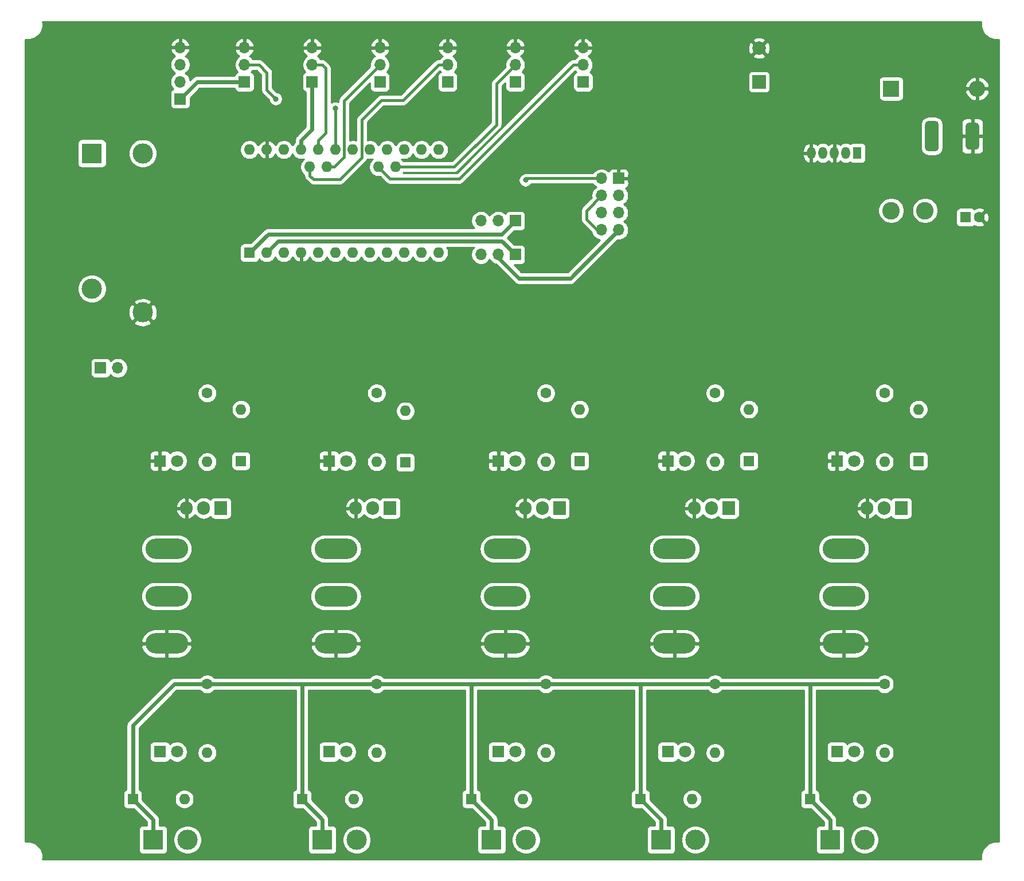
<source format=gbr>
%TF.GenerationSoftware,KiCad,Pcbnew,(5.1.10)-1*%
%TF.CreationDate,2022-08-30T02:24:47-07:00*%
%TF.ProjectId,Garden_Board,47617264-656e-45f4-926f-6172642e6b69,rev?*%
%TF.SameCoordinates,Original*%
%TF.FileFunction,Copper,L2,Bot*%
%TF.FilePolarity,Positive*%
%FSLAX46Y46*%
G04 Gerber Fmt 4.6, Leading zero omitted, Abs format (unit mm)*
G04 Created by KiCad (PCBNEW (5.1.10)-1) date 2022-08-30 02:24:47*
%MOMM*%
%LPD*%
G01*
G04 APERTURE LIST*
%TA.AperFunction,ComponentPad*%
%ADD10C,2.600000*%
%TD*%
%TA.AperFunction,ComponentPad*%
%ADD11O,2.400000X2.400000*%
%TD*%
%TA.AperFunction,ComponentPad*%
%ADD12R,2.400000X2.400000*%
%TD*%
%TA.AperFunction,ComponentPad*%
%ADD13O,1.275000X1.800000*%
%TD*%
%TA.AperFunction,ComponentPad*%
%ADD14R,1.275000X1.800000*%
%TD*%
%TA.AperFunction,SMDPad,CuDef*%
%ADD15O,4.000000X4.000000*%
%TD*%
%TA.AperFunction,ComponentPad*%
%ADD16O,1.600000X1.600000*%
%TD*%
%TA.AperFunction,ComponentPad*%
%ADD17R,1.600000X1.600000*%
%TD*%
%TA.AperFunction,ComponentPad*%
%ADD18C,2.000000*%
%TD*%
%TA.AperFunction,ComponentPad*%
%ADD19R,2.000000X2.000000*%
%TD*%
%TA.AperFunction,ComponentPad*%
%ADD20C,1.600000*%
%TD*%
%TA.AperFunction,ComponentPad*%
%ADD21O,1.905000X2.000000*%
%TD*%
%TA.AperFunction,ComponentPad*%
%ADD22R,1.905000X2.000000*%
%TD*%
%TA.AperFunction,ComponentPad*%
%ADD23O,1.700000X1.700000*%
%TD*%
%TA.AperFunction,ComponentPad*%
%ADD24R,1.700000X1.700000*%
%TD*%
%TA.AperFunction,ComponentPad*%
%ADD25O,6.300000X3.000000*%
%TD*%
%TA.AperFunction,ComponentPad*%
%ADD26C,3.000000*%
%TD*%
%TA.AperFunction,ComponentPad*%
%ADD27R,3.000000X3.000000*%
%TD*%
%TA.AperFunction,ComponentPad*%
%ADD28C,1.800000*%
%TD*%
%TA.AperFunction,ComponentPad*%
%ADD29R,1.800000X1.800000*%
%TD*%
%TA.AperFunction,ViaPad*%
%ADD30C,0.800000*%
%TD*%
%TA.AperFunction,Conductor*%
%ADD31C,0.600000*%
%TD*%
%TA.AperFunction,Conductor*%
%ADD32C,0.400000*%
%TD*%
%TA.AperFunction,Conductor*%
%ADD33C,0.254000*%
%TD*%
%TA.AperFunction,Conductor*%
%ADD34C,0.100000*%
%TD*%
G04 APERTURE END LIST*
D10*
%TO.P,L1,2*%
%TO.N,+3V3*%
X154000000Y-69000000D03*
%TO.P,L1,1*%
%TO.N,Net-(D21-Pad1)*%
X159000000Y-69000000D03*
%TD*%
D11*
%TO.P,D21,2*%
%TO.N,GND*%
X166700000Y-51000000D03*
D12*
%TO.P,D21,1*%
%TO.N,Net-(D21-Pad1)*%
X154000000Y-51000000D03*
%TD*%
D13*
%TO.P,U1,5*%
%TO.N,GND*%
X142200000Y-60500000D03*
%TO.P,U1,4*%
%TO.N,+3V3*%
X143900000Y-60500000D03*
%TO.P,U1,3*%
%TO.N,GND*%
X145600000Y-60500000D03*
%TO.P,U1,2*%
%TO.N,Net-(D21-Pad1)*%
X147300000Y-60500000D03*
D14*
%TO.P,U1,1*%
%TO.N,+12V*%
X149000000Y-60500000D03*
D15*
%TO.P,U1,*%
%TO.N,GND*%
X145600000Y-43840000D03*
%TD*%
D16*
%TO.P,D19,2*%
%TO.N,SENSE0*%
X58000000Y-98380000D03*
D17*
%TO.P,D19,1*%
%TO.N,P0-*%
X58000000Y-106000000D03*
%TD*%
D16*
%TO.P,D18,2*%
%TO.N,P0-*%
X49620000Y-156000000D03*
D17*
%TO.P,D18,1*%
%TO.N,+12V*%
X42000000Y-156000000D03*
%TD*%
D16*
%TO.P,D15,2*%
%TO.N,SENSE4*%
X158000000Y-98380000D03*
D17*
%TO.P,D15,1*%
%TO.N,P4-*%
X158000000Y-106000000D03*
%TD*%
D16*
%TO.P,D14,2*%
%TO.N,P4-*%
X149620000Y-156000000D03*
D17*
%TO.P,D14,1*%
%TO.N,+12V*%
X142000000Y-156000000D03*
%TD*%
D16*
%TO.P,D11,2*%
%TO.N,SENSE3*%
X133000000Y-98380000D03*
D17*
%TO.P,D11,1*%
%TO.N,P3-*%
X133000000Y-106000000D03*
%TD*%
D16*
%TO.P,D10,2*%
%TO.N,P3-*%
X124620000Y-156000000D03*
D17*
%TO.P,D10,1*%
%TO.N,+12V*%
X117000000Y-156000000D03*
%TD*%
D16*
%TO.P,D7,2*%
%TO.N,SENSE2*%
X108000000Y-98380000D03*
D17*
%TO.P,D7,1*%
%TO.N,P2-*%
X108000000Y-106000000D03*
%TD*%
D16*
%TO.P,D6,2*%
%TO.N,P2-*%
X99620000Y-156000000D03*
D17*
%TO.P,D6,1*%
%TO.N,+12V*%
X92000000Y-156000000D03*
%TD*%
D16*
%TO.P,D3,2*%
%TO.N,SENSE1*%
X82250000Y-98630000D03*
D17*
%TO.P,D3,1*%
%TO.N,P1-*%
X82250000Y-106250000D03*
%TD*%
D16*
%TO.P,D2,2*%
%TO.N,P1-*%
X74620000Y-156000000D03*
D17*
%TO.P,D2,1*%
%TO.N,+12V*%
X67000000Y-156000000D03*
%TD*%
D18*
%TO.P,C2,2*%
%TO.N,GND*%
X134500000Y-45000000D03*
D19*
%TO.P,C2,1*%
%TO.N,+3V3*%
X134500000Y-50000000D03*
%TD*%
D20*
%TO.P,C1,2*%
%TO.N,GND*%
X167000000Y-70000000D03*
D17*
%TO.P,C1,1*%
%TO.N,+12V*%
X165000000Y-70000000D03*
%TD*%
D21*
%TO.P,Q5,3*%
%TO.N,GND*%
X49920000Y-113000000D03*
%TO.P,Q5,2*%
%TO.N,Net-(J18-Pad2)*%
X52460000Y-113000000D03*
D22*
%TO.P,Q5,1*%
%TO.N,CTRL0*%
X55000000Y-113000000D03*
%TD*%
D21*
%TO.P,Q4,3*%
%TO.N,GND*%
X150420000Y-113000000D03*
%TO.P,Q4,2*%
%TO.N,Net-(Q4-Pad2)*%
X152960000Y-113000000D03*
D22*
%TO.P,Q4,1*%
%TO.N,CTRL4*%
X155500000Y-113000000D03*
%TD*%
D21*
%TO.P,Q3,3*%
%TO.N,GND*%
X124920000Y-113000000D03*
%TO.P,Q3,2*%
%TO.N,Net-(Q3-Pad2)*%
X127460000Y-113000000D03*
D22*
%TO.P,Q3,1*%
%TO.N,CTRL3*%
X130000000Y-113000000D03*
%TD*%
D21*
%TO.P,Q2,3*%
%TO.N,GND*%
X99920000Y-113000000D03*
%TO.P,Q2,2*%
%TO.N,Net-(Q2-Pad2)*%
X102460000Y-113000000D03*
D22*
%TO.P,Q2,1*%
%TO.N,CTRL2*%
X105000000Y-113000000D03*
%TD*%
D21*
%TO.P,Q1,3*%
%TO.N,GND*%
X74920000Y-113000000D03*
%TO.P,Q1,2*%
%TO.N,Net-(Q1-Pad2)*%
X77460000Y-113000000D03*
D22*
%TO.P,Q1,1*%
%TO.N,CTRL1*%
X80000000Y-113000000D03*
%TD*%
D23*
%TO.P,J9,4*%
%TO.N,GND*%
X49000000Y-44880000D03*
%TO.P,J9,3*%
%TO.N,ECHO*%
X49000000Y-47420000D03*
%TO.P,J9,2*%
%TO.N,TRIG*%
X49000000Y-49960000D03*
D24*
%TO.P,J9,1*%
%TO.N,+3V3*%
X49000000Y-52500000D03*
%TD*%
D23*
%TO.P,J6,3*%
%TO.N,Net-(J6-Pad3)*%
X93420000Y-70500000D03*
%TO.P,J6,2*%
%TO.N,ESP_TX*%
X95960000Y-70500000D03*
D24*
%TO.P,J6,1*%
%TO.N,Net-(J6-Pad1)*%
X98500000Y-70500000D03*
%TD*%
D23*
%TO.P,J5,3*%
%TO.N,Net-(J5-Pad3)*%
X93420000Y-75500000D03*
%TO.P,J5,2*%
%TO.N,ESP_RX*%
X95960000Y-75500000D03*
D24*
%TO.P,J5,1*%
%TO.N,Net-(J5-Pad1)*%
X98500000Y-75500000D03*
%TD*%
D25*
%TO.P,SW4,1*%
%TO.N,GND*%
X147000000Y-133000000D03*
%TO.P,SW4,2*%
%TO.N,P4-*%
X147000000Y-126000000D03*
%TO.P,SW4,3*%
%TO.N,Net-(Q4-Pad2)*%
X147000000Y-119000000D03*
%TD*%
%TO.P,SW3,1*%
%TO.N,GND*%
X122000000Y-133000000D03*
%TO.P,SW3,2*%
%TO.N,P3-*%
X122000000Y-126000000D03*
%TO.P,SW3,3*%
%TO.N,Net-(Q3-Pad2)*%
X122000000Y-119000000D03*
%TD*%
%TO.P,SW2,1*%
%TO.N,GND*%
X97000000Y-133000000D03*
%TO.P,SW2,2*%
%TO.N,P2-*%
X97000000Y-126000000D03*
%TO.P,SW2,3*%
%TO.N,Net-(Q2-Pad2)*%
X97000000Y-119000000D03*
%TD*%
%TO.P,SW0,1*%
%TO.N,GND*%
X47000000Y-133000000D03*
%TO.P,SW0,2*%
%TO.N,P0-*%
X47000000Y-126000000D03*
%TO.P,SW0,3*%
%TO.N,Net-(J18-Pad1)*%
X47000000Y-119000000D03*
%TD*%
%TO.P,SW1,1*%
%TO.N,GND*%
X72000000Y-133000000D03*
%TO.P,SW1,2*%
%TO.N,P1-*%
X72000000Y-126000000D03*
%TO.P,SW1,3*%
%TO.N,Net-(Q1-Pad2)*%
X72000000Y-119000000D03*
%TD*%
D26*
%TO.P,K1,3*%
%TO.N,GND*%
X43480000Y-84050000D03*
%TO.P,K1,5*%
%TO.N,Net-(J18-Pad1)*%
X35980000Y-80550000D03*
%TO.P,K1,1*%
%TO.N,Net-(J18-Pad2)*%
X43480000Y-60550000D03*
D27*
%TO.P,K1,6*%
%TO.N,+12V*%
X35980000Y-60550000D03*
%TD*%
D16*
%TO.P,U2,A6*%
%TO.N,A6*%
X80840000Y-62550000D03*
%TO.P,U2,A7*%
%TO.N,A7*%
X78300000Y-62550000D03*
%TO.P,U2,A4*%
%TO.N,A4*%
X70680000Y-62550000D03*
%TO.P,U2,A5*%
%TO.N,A5*%
X68140000Y-62550000D03*
%TO.P,U2,24*%
%TO.N,Net-(U2-Pad24)*%
X59250000Y-60010000D03*
%TO.P,U2,23*%
%TO.N,GND*%
X61790000Y-60010000D03*
%TO.P,U2,22*%
%TO.N,Net-(U2-Pad22)*%
X64330000Y-60010000D03*
%TO.P,U2,12*%
%TO.N,SENSE2*%
X87190000Y-75250000D03*
%TO.P,U2,21*%
%TO.N,+3V3*%
X66870000Y-60010000D03*
%TO.P,U2,11*%
%TO.N,CTRL2*%
X84650000Y-75250000D03*
%TO.P,U2,20*%
%TO.N,A3*%
X69410000Y-60010000D03*
%TO.P,U2,10*%
%TO.N,SENSE1*%
X82110000Y-75250000D03*
%TO.P,U2,19*%
%TO.N,A2*%
X71950000Y-60010000D03*
%TO.P,U2,9*%
%TO.N,CTRL1*%
X79570000Y-75250000D03*
%TO.P,U2,18*%
%TO.N,ECHO*%
X74490000Y-60010000D03*
%TO.P,U2,8*%
%TO.N,SENSE0*%
X77030000Y-75250000D03*
%TO.P,U2,17*%
%TO.N,TRIG*%
X77030000Y-60010000D03*
%TO.P,U2,7*%
%TO.N,CTRL0*%
X74490000Y-75250000D03*
%TO.P,U2,16*%
%TO.N,SENSE4*%
X79570000Y-60010000D03*
%TO.P,U2,6*%
%TO.N,Net-(J5-Pad3)*%
X71950000Y-75250000D03*
%TO.P,U2,15*%
%TO.N,CTRL4*%
X82110000Y-60010000D03*
%TO.P,U2,5*%
%TO.N,Net-(J6-Pad3)*%
X69410000Y-75250000D03*
%TO.P,U2,14*%
%TO.N,SENSE3*%
X84650000Y-60010000D03*
%TO.P,U2,4*%
%TO.N,GND*%
X66870000Y-75250000D03*
%TO.P,U2,13*%
%TO.N,CTRL3*%
X87190000Y-60010000D03*
%TO.P,U2,3*%
%TO.N,Net-(U2-Pad3)*%
X64330000Y-75250000D03*
%TO.P,U2,2*%
%TO.N,Net-(J5-Pad1)*%
X61790000Y-75250000D03*
D17*
%TO.P,U2,1*%
%TO.N,Net-(J6-Pad1)*%
X59250000Y-75250000D03*
%TD*%
D16*
%TO.P,R10,2*%
%TO.N,Net-(D20-Pad2)*%
X53000000Y-106160000D03*
D20*
%TO.P,R10,1*%
%TO.N,CTRL0*%
X53000000Y-96000000D03*
%TD*%
D16*
%TO.P,R9,2*%
%TO.N,Net-(D17-Pad2)*%
X53000000Y-149160000D03*
D20*
%TO.P,R9,1*%
%TO.N,+12V*%
X53000000Y-139000000D03*
%TD*%
D16*
%TO.P,R8,2*%
%TO.N,Net-(D16-Pad2)*%
X153000000Y-106160000D03*
D20*
%TO.P,R8,1*%
%TO.N,CTRL4*%
X153000000Y-96000000D03*
%TD*%
D16*
%TO.P,R7,2*%
%TO.N,Net-(D13-Pad2)*%
X153000000Y-149160000D03*
D20*
%TO.P,R7,1*%
%TO.N,+12V*%
X153000000Y-139000000D03*
%TD*%
D16*
%TO.P,R6,2*%
%TO.N,Net-(D12-Pad2)*%
X128000000Y-106160000D03*
D20*
%TO.P,R6,1*%
%TO.N,CTRL3*%
X128000000Y-96000000D03*
%TD*%
D16*
%TO.P,R5,2*%
%TO.N,Net-(D9-Pad2)*%
X128000000Y-149160000D03*
D20*
%TO.P,R5,1*%
%TO.N,+12V*%
X128000000Y-139000000D03*
%TD*%
D16*
%TO.P,R4,2*%
%TO.N,Net-(D8-Pad2)*%
X103000000Y-106160000D03*
D20*
%TO.P,R4,1*%
%TO.N,CTRL2*%
X103000000Y-96000000D03*
%TD*%
D16*
%TO.P,R3,2*%
%TO.N,Net-(D5-Pad2)*%
X103000000Y-149160000D03*
D20*
%TO.P,R3,1*%
%TO.N,+12V*%
X103000000Y-139000000D03*
%TD*%
D16*
%TO.P,R2,2*%
%TO.N,Net-(D4-Pad2)*%
X78000000Y-106160000D03*
D20*
%TO.P,R2,1*%
%TO.N,CTRL1*%
X78000000Y-96000000D03*
%TD*%
D16*
%TO.P,R1,2*%
%TO.N,Net-(D1-Pad2)*%
X78000000Y-149160000D03*
D20*
%TO.P,R1,1*%
%TO.N,+12V*%
X78000000Y-139000000D03*
%TD*%
D23*
%TO.P,J18,2*%
%TO.N,Net-(J18-Pad2)*%
X39790000Y-92250000D03*
D24*
%TO.P,J18,1*%
%TO.N,Net-(J18-Pad1)*%
X37250000Y-92250000D03*
%TD*%
D26*
%TO.P,J17,2*%
%TO.N,P0-*%
X50080000Y-162000000D03*
D27*
%TO.P,J17,1*%
%TO.N,+12V*%
X45000000Y-162000000D03*
%TD*%
D23*
%TO.P,J16,3*%
%TO.N,GND*%
X108500000Y-44920000D03*
%TO.P,J16,2*%
%TO.N,A7*%
X108500000Y-47460000D03*
D24*
%TO.P,J16,1*%
%TO.N,+3V3*%
X108500000Y-50000000D03*
%TD*%
D23*
%TO.P,J15,3*%
%TO.N,GND*%
X98500000Y-44920000D03*
%TO.P,J15,2*%
%TO.N,A6*%
X98500000Y-47460000D03*
D24*
%TO.P,J15,1*%
%TO.N,+3V3*%
X98500000Y-50000000D03*
%TD*%
D23*
%TO.P,J14,3*%
%TO.N,GND*%
X88500000Y-44920000D03*
%TO.P,J14,2*%
%TO.N,A5*%
X88500000Y-47460000D03*
D24*
%TO.P,J14,1*%
%TO.N,+3V3*%
X88500000Y-50000000D03*
%TD*%
D23*
%TO.P,J13,3*%
%TO.N,GND*%
X78500000Y-44920000D03*
%TO.P,J13,2*%
%TO.N,A4*%
X78500000Y-47460000D03*
D24*
%TO.P,J13,1*%
%TO.N,+3V3*%
X78500000Y-50000000D03*
%TD*%
D23*
%TO.P,J12,3*%
%TO.N,GND*%
X68500000Y-44920000D03*
%TO.P,J12,2*%
%TO.N,A3*%
X68500000Y-47460000D03*
D24*
%TO.P,J12,1*%
%TO.N,+3V3*%
X68500000Y-50000000D03*
%TD*%
D23*
%TO.P,J11,3*%
%TO.N,GND*%
X58500000Y-44920000D03*
%TO.P,J11,2*%
%TO.N,A2*%
X58500000Y-47460000D03*
D24*
%TO.P,J11,1*%
%TO.N,+3V3*%
X58500000Y-50000000D03*
%TD*%
D26*
%TO.P,J8,2*%
%TO.N,P4-*%
X150080000Y-162000000D03*
D27*
%TO.P,J8,1*%
%TO.N,+12V*%
X145000000Y-162000000D03*
%TD*%
D26*
%TO.P,J7,2*%
%TO.N,P3-*%
X125080000Y-162000000D03*
D27*
%TO.P,J7,1*%
%TO.N,+12V*%
X120000000Y-162000000D03*
%TD*%
D26*
%TO.P,J4,2*%
%TO.N,P2-*%
X100080000Y-162000000D03*
D27*
%TO.P,J4,1*%
%TO.N,+12V*%
X95000000Y-162000000D03*
%TD*%
D23*
%TO.P,J3,8*%
%TO.N,+3V3*%
X111210000Y-71870000D03*
%TO.P,J3,7*%
%TO.N,ESP_RX*%
X113750000Y-71870000D03*
%TO.P,J3,6*%
%TO.N,Net-(J3-Pad6)*%
X111210000Y-69330000D03*
%TO.P,J3,5*%
%TO.N,Net-(J3-Pad5)*%
X113750000Y-69330000D03*
%TO.P,J3,4*%
%TO.N,+3V3*%
X111210000Y-66790000D03*
%TO.P,J3,3*%
%TO.N,Net-(J3-Pad3)*%
X113750000Y-66790000D03*
%TO.P,J3,2*%
%TO.N,ESP_TX*%
X111210000Y-64250000D03*
D24*
%TO.P,J3,1*%
%TO.N,GND*%
X113750000Y-64250000D03*
%TD*%
D26*
%TO.P,J2,2*%
%TO.N,P1-*%
X75080000Y-162000000D03*
D27*
%TO.P,J2,1*%
%TO.N,+12V*%
X70000000Y-162000000D03*
%TD*%
%TO.P,J1,1*%
%TO.N,+12V*%
%TA.AperFunction,ComponentPad*%
G36*
G01*
X161000000Y-56250000D02*
X161000000Y-59750000D01*
G75*
G02*
X160500000Y-60250000I-500000J0D01*
G01*
X159500000Y-60250000D01*
G75*
G02*
X159000000Y-59750000I0J500000D01*
G01*
X159000000Y-56250000D01*
G75*
G02*
X159500000Y-55750000I500000J0D01*
G01*
X160500000Y-55750000D01*
G75*
G02*
X161000000Y-56250000I0J-500000D01*
G01*
G37*
%TD.AperFunction*%
%TO.P,J1,2*%
%TO.N,GND*%
%TA.AperFunction,ComponentPad*%
G36*
G01*
X167000000Y-56500000D02*
X167000000Y-59500000D01*
G75*
G02*
X166500000Y-60000000I-500000J0D01*
G01*
X165500000Y-60000000D01*
G75*
G02*
X165000000Y-59500000I0J500000D01*
G01*
X165000000Y-56500000D01*
G75*
G02*
X165500000Y-56000000I500000J0D01*
G01*
X166500000Y-56000000D01*
G75*
G02*
X167000000Y-56500000I0J-500000D01*
G01*
G37*
%TD.AperFunction*%
%TD*%
D28*
%TO.P,D20,2*%
%TO.N,Net-(D20-Pad2)*%
X48540000Y-106000000D03*
D29*
%TO.P,D20,1*%
%TO.N,GND*%
X46000000Y-106000000D03*
%TD*%
D28*
%TO.P,D17,2*%
%TO.N,Net-(D17-Pad2)*%
X48540000Y-149000000D03*
D29*
%TO.P,D17,1*%
%TO.N,P0-*%
X46000000Y-149000000D03*
%TD*%
D28*
%TO.P,D16,2*%
%TO.N,Net-(D16-Pad2)*%
X148540000Y-106000000D03*
D29*
%TO.P,D16,1*%
%TO.N,GND*%
X146000000Y-106000000D03*
%TD*%
D28*
%TO.P,D13,2*%
%TO.N,Net-(D13-Pad2)*%
X148540000Y-149000000D03*
D29*
%TO.P,D13,1*%
%TO.N,P4-*%
X146000000Y-149000000D03*
%TD*%
D28*
%TO.P,D12,2*%
%TO.N,Net-(D12-Pad2)*%
X123540000Y-106000000D03*
D29*
%TO.P,D12,1*%
%TO.N,GND*%
X121000000Y-106000000D03*
%TD*%
D28*
%TO.P,D9,2*%
%TO.N,Net-(D9-Pad2)*%
X123540000Y-149000000D03*
D29*
%TO.P,D9,1*%
%TO.N,P3-*%
X121000000Y-149000000D03*
%TD*%
D28*
%TO.P,D8,2*%
%TO.N,Net-(D8-Pad2)*%
X98540000Y-106000000D03*
D29*
%TO.P,D8,1*%
%TO.N,GND*%
X96000000Y-106000000D03*
%TD*%
D28*
%TO.P,D5,2*%
%TO.N,Net-(D5-Pad2)*%
X98540000Y-149000000D03*
D29*
%TO.P,D5,1*%
%TO.N,P2-*%
X96000000Y-149000000D03*
%TD*%
D28*
%TO.P,D4,2*%
%TO.N,Net-(D4-Pad2)*%
X73540000Y-106000000D03*
D29*
%TO.P,D4,1*%
%TO.N,GND*%
X71000000Y-106000000D03*
%TD*%
D28*
%TO.P,D1,2*%
%TO.N,Net-(D1-Pad2)*%
X73540000Y-149000000D03*
D29*
%TO.P,D1,1*%
%TO.N,P1-*%
X71000000Y-149000000D03*
%TD*%
D30*
%TO.N,ESP_TX*%
X100000000Y-64500000D03*
%TO.N,A2*%
X63100000Y-52500000D03*
X71900000Y-53900000D03*
%TD*%
D31*
%TO.N,+12V*%
X142000000Y-139000000D02*
X153000000Y-139000000D01*
X142000000Y-156000000D02*
X142000000Y-139000000D01*
X142000000Y-139000000D02*
X142000000Y-139100000D01*
X142000000Y-139100000D02*
X142000000Y-139000000D01*
X128000000Y-139000000D02*
X116800000Y-139000000D01*
X116800000Y-139000000D02*
X103000000Y-139000000D01*
X103000000Y-139000000D02*
X92100000Y-139000000D01*
X92100000Y-139000000D02*
X78000000Y-139000000D01*
X78000000Y-139000000D02*
X67000000Y-139000000D01*
X67000000Y-139000000D02*
X53000000Y-139000000D01*
X45000000Y-162000000D02*
X45000000Y-159000000D01*
X45000000Y-159000000D02*
X42000000Y-156000000D01*
X70000000Y-162000000D02*
X70000000Y-159000000D01*
X70000000Y-159000000D02*
X67000000Y-156000000D01*
X95000000Y-162000000D02*
X95000000Y-159000000D01*
X95000000Y-159000000D02*
X92000000Y-156000000D01*
X120000000Y-162000000D02*
X120000000Y-159000000D01*
X120000000Y-159000000D02*
X117000000Y-156000000D01*
X145000000Y-162000000D02*
X145000000Y-159000000D01*
X145000000Y-159000000D02*
X142000000Y-156000000D01*
X42000000Y-156000000D02*
X42000000Y-145100000D01*
X48100000Y-139000000D02*
X53000000Y-139000000D01*
X42000000Y-145100000D02*
X48100000Y-139000000D01*
X92000000Y-156000000D02*
X92000000Y-143500000D01*
X92100000Y-139200000D02*
X92100000Y-139000000D01*
X92100000Y-139100000D02*
X92100000Y-139200000D01*
X92000000Y-139000000D02*
X92100000Y-139100000D01*
X92000000Y-143500000D02*
X92000000Y-139000000D01*
X117000000Y-156000000D02*
X117000000Y-139000000D01*
X116800000Y-139100000D02*
X116800000Y-139000000D01*
X116900000Y-139100000D02*
X116800000Y-139100000D01*
X117000000Y-139000000D02*
X116900000Y-139100000D01*
X67000000Y-156000000D02*
X67000000Y-139000000D01*
X67000000Y-139000000D02*
X67000000Y-139100000D01*
X67000000Y-139100000D02*
X67000000Y-139000000D01*
X142000000Y-139000000D02*
X128000000Y-139000000D01*
D32*
%TO.N,+3V3*%
X111210000Y-71870000D02*
X110570000Y-71870000D01*
X109000000Y-69000000D02*
X111210000Y-66790000D01*
X109000000Y-70300000D02*
X109000000Y-69000000D01*
X110570000Y-71870000D02*
X109000000Y-70300000D01*
D31*
X58500000Y-50000000D02*
X51500000Y-50000000D01*
X51500000Y-50000000D02*
X49000000Y-52500000D01*
X66870000Y-60010000D02*
X66870000Y-58630000D01*
X68500000Y-57000000D02*
X68500000Y-50000000D01*
X66870000Y-58630000D02*
X68500000Y-57000000D01*
%TO.N,ESP_RX*%
X95960000Y-75500000D02*
X95960000Y-75960000D01*
X106620000Y-79000000D02*
X113750000Y-71870000D01*
X99000000Y-79000000D02*
X106620000Y-79000000D01*
X95960000Y-75960000D02*
X99000000Y-79000000D01*
D32*
%TO.N,ESP_TX*%
X100250000Y-64250000D02*
X111210000Y-64250000D01*
X100000000Y-64500000D02*
X100250000Y-64250000D01*
%TO.N,A2*%
X71950000Y-60010000D02*
X71950000Y-53950000D01*
X60660000Y-47460000D02*
X58500000Y-47460000D01*
X61800000Y-48600000D02*
X60660000Y-47460000D01*
X61800000Y-51200000D02*
X61800000Y-48600000D01*
X63100000Y-52500000D02*
X61800000Y-51200000D01*
X71950000Y-53950000D02*
X71900000Y-53900000D01*
%TO.N,A3*%
X69410000Y-60010000D02*
X69410000Y-58590000D01*
X69960000Y-47460000D02*
X68500000Y-47460000D01*
X70500000Y-48000000D02*
X69960000Y-47460000D01*
X70500000Y-48500000D02*
X70500000Y-48000000D01*
X70500000Y-57500000D02*
X70500000Y-48500000D01*
X69410000Y-58590000D02*
X70500000Y-57500000D01*
%TO.N,A4*%
X70680000Y-62550000D02*
X71750000Y-62550000D01*
X73200000Y-52760000D02*
X78500000Y-47460000D01*
X73200000Y-61100000D02*
X73200000Y-52760000D01*
X71750000Y-62550000D02*
X73200000Y-61100000D01*
%TO.N,A5*%
X68140000Y-62550000D02*
X68140000Y-63840000D01*
X87140000Y-47460000D02*
X88500000Y-47460000D01*
X81900000Y-52700000D02*
X87140000Y-47460000D01*
X78700000Y-52700000D02*
X81900000Y-52700000D01*
X75800000Y-55600000D02*
X78700000Y-52700000D01*
X75800000Y-61200000D02*
X75800000Y-55600000D01*
X72600000Y-64400000D02*
X75800000Y-61200000D01*
X68700000Y-64400000D02*
X72600000Y-64400000D01*
X68140000Y-63840000D02*
X68700000Y-64400000D01*
%TO.N,A6*%
X80840000Y-62550000D02*
X89450000Y-62550000D01*
X95700000Y-50260000D02*
X98500000Y-47460000D01*
X95700000Y-56300000D02*
X95700000Y-50260000D01*
X89450000Y-62550000D02*
X95700000Y-56300000D01*
%TO.N,A7*%
X78300000Y-62550000D02*
X78300000Y-62600000D01*
X107040000Y-47460000D02*
X108500000Y-47460000D01*
X90200000Y-64300000D02*
X107040000Y-47460000D01*
X80000000Y-64300000D02*
X90200000Y-64300000D01*
X78300000Y-62600000D02*
X80000000Y-64300000D01*
D31*
%TO.N,Net-(J5-Pad1)*%
X61790000Y-75250000D02*
X61790000Y-75210000D01*
X61790000Y-75210000D02*
X63500000Y-73500000D01*
X63500000Y-73500000D02*
X96500000Y-73500000D01*
X96500000Y-73500000D02*
X98500000Y-75500000D01*
%TO.N,Net-(J6-Pad1)*%
X98500000Y-70500000D02*
X96500000Y-72500000D01*
X96500000Y-72500000D02*
X62000000Y-72500000D01*
X62000000Y-72500000D02*
X59250000Y-75250000D01*
%TD*%
D33*
%TO.N,GND*%
X167265000Y-41279872D02*
X167265000Y-41720128D01*
X167350890Y-42151925D01*
X167519369Y-42558669D01*
X167763962Y-42924729D01*
X168075271Y-43236038D01*
X168441331Y-43480631D01*
X168848075Y-43649110D01*
X169279872Y-43735000D01*
X169720128Y-43735000D01*
X169873000Y-43704592D01*
X169873000Y-162295408D01*
X169720128Y-162265000D01*
X169279872Y-162265000D01*
X168848075Y-162350890D01*
X168441331Y-162519369D01*
X168075271Y-162763962D01*
X167763962Y-163075271D01*
X167519369Y-163441331D01*
X167350890Y-163848075D01*
X167265000Y-164279872D01*
X167265000Y-164720128D01*
X167295408Y-164873000D01*
X28704592Y-164873000D01*
X28735000Y-164720128D01*
X28735000Y-164279872D01*
X28649110Y-163848075D01*
X28480631Y-163441331D01*
X28236038Y-163075271D01*
X27924729Y-162763962D01*
X27558669Y-162519369D01*
X27151925Y-162350890D01*
X26720128Y-162265000D01*
X26279872Y-162265000D01*
X26127000Y-162295408D01*
X26127000Y-155200000D01*
X40561928Y-155200000D01*
X40561928Y-156800000D01*
X40574188Y-156924482D01*
X40610498Y-157044180D01*
X40669463Y-157154494D01*
X40748815Y-157251185D01*
X40845506Y-157330537D01*
X40955820Y-157389502D01*
X41075518Y-157425812D01*
X41200000Y-157438072D01*
X42115783Y-157438072D01*
X44065001Y-159387290D01*
X44065001Y-159861928D01*
X43500000Y-159861928D01*
X43375518Y-159874188D01*
X43255820Y-159910498D01*
X43145506Y-159969463D01*
X43048815Y-160048815D01*
X42969463Y-160145506D01*
X42910498Y-160255820D01*
X42874188Y-160375518D01*
X42861928Y-160500000D01*
X42861928Y-163500000D01*
X42874188Y-163624482D01*
X42910498Y-163744180D01*
X42969463Y-163854494D01*
X43048815Y-163951185D01*
X43145506Y-164030537D01*
X43255820Y-164089502D01*
X43375518Y-164125812D01*
X43500000Y-164138072D01*
X46500000Y-164138072D01*
X46624482Y-164125812D01*
X46744180Y-164089502D01*
X46854494Y-164030537D01*
X46951185Y-163951185D01*
X47030537Y-163854494D01*
X47089502Y-163744180D01*
X47125812Y-163624482D01*
X47138072Y-163500000D01*
X47138072Y-161789721D01*
X47945000Y-161789721D01*
X47945000Y-162210279D01*
X48027047Y-162622756D01*
X48187988Y-163011302D01*
X48421637Y-163360983D01*
X48719017Y-163658363D01*
X49068698Y-163892012D01*
X49457244Y-164052953D01*
X49869721Y-164135000D01*
X50290279Y-164135000D01*
X50702756Y-164052953D01*
X51091302Y-163892012D01*
X51440983Y-163658363D01*
X51738363Y-163360983D01*
X51972012Y-163011302D01*
X52132953Y-162622756D01*
X52215000Y-162210279D01*
X52215000Y-161789721D01*
X52132953Y-161377244D01*
X51972012Y-160988698D01*
X51738363Y-160639017D01*
X51440983Y-160341637D01*
X51091302Y-160107988D01*
X50702756Y-159947047D01*
X50290279Y-159865000D01*
X49869721Y-159865000D01*
X49457244Y-159947047D01*
X49068698Y-160107988D01*
X48719017Y-160341637D01*
X48421637Y-160639017D01*
X48187988Y-160988698D01*
X48027047Y-161377244D01*
X47945000Y-161789721D01*
X47138072Y-161789721D01*
X47138072Y-160500000D01*
X47125812Y-160375518D01*
X47089502Y-160255820D01*
X47030537Y-160145506D01*
X46951185Y-160048815D01*
X46854494Y-159969463D01*
X46744180Y-159910498D01*
X46624482Y-159874188D01*
X46500000Y-159861928D01*
X45935000Y-159861928D01*
X45935000Y-159045935D01*
X45939524Y-159000000D01*
X45921472Y-158816708D01*
X45868007Y-158640459D01*
X45837765Y-158583880D01*
X45781186Y-158478028D01*
X45664344Y-158335656D01*
X45628659Y-158306370D01*
X43438072Y-156115783D01*
X43438072Y-155858665D01*
X48185000Y-155858665D01*
X48185000Y-156141335D01*
X48240147Y-156418574D01*
X48348320Y-156679727D01*
X48505363Y-156914759D01*
X48705241Y-157114637D01*
X48940273Y-157271680D01*
X49201426Y-157379853D01*
X49478665Y-157435000D01*
X49761335Y-157435000D01*
X50038574Y-157379853D01*
X50299727Y-157271680D01*
X50534759Y-157114637D01*
X50734637Y-156914759D01*
X50891680Y-156679727D01*
X50999853Y-156418574D01*
X51055000Y-156141335D01*
X51055000Y-155858665D01*
X50999853Y-155581426D01*
X50891680Y-155320273D01*
X50734637Y-155085241D01*
X50534759Y-154885363D01*
X50299727Y-154728320D01*
X50038574Y-154620147D01*
X49761335Y-154565000D01*
X49478665Y-154565000D01*
X49201426Y-154620147D01*
X48940273Y-154728320D01*
X48705241Y-154885363D01*
X48505363Y-155085241D01*
X48348320Y-155320273D01*
X48240147Y-155581426D01*
X48185000Y-155858665D01*
X43438072Y-155858665D01*
X43438072Y-155200000D01*
X43425812Y-155075518D01*
X43389502Y-154955820D01*
X43330537Y-154845506D01*
X43251185Y-154748815D01*
X43154494Y-154669463D01*
X43044180Y-154610498D01*
X42935000Y-154577379D01*
X42935000Y-148100000D01*
X44461928Y-148100000D01*
X44461928Y-149900000D01*
X44474188Y-150024482D01*
X44510498Y-150144180D01*
X44569463Y-150254494D01*
X44648815Y-150351185D01*
X44745506Y-150430537D01*
X44855820Y-150489502D01*
X44975518Y-150525812D01*
X45100000Y-150538072D01*
X46900000Y-150538072D01*
X47024482Y-150525812D01*
X47144180Y-150489502D01*
X47254494Y-150430537D01*
X47351185Y-150351185D01*
X47430537Y-150254494D01*
X47489502Y-150144180D01*
X47495056Y-150125873D01*
X47561495Y-150192312D01*
X47812905Y-150360299D01*
X48092257Y-150476011D01*
X48388816Y-150535000D01*
X48691184Y-150535000D01*
X48987743Y-150476011D01*
X49267095Y-150360299D01*
X49518505Y-150192312D01*
X49732312Y-149978505D01*
X49900299Y-149727095D01*
X50016011Y-149447743D01*
X50075000Y-149151184D01*
X50075000Y-149018665D01*
X51565000Y-149018665D01*
X51565000Y-149301335D01*
X51620147Y-149578574D01*
X51728320Y-149839727D01*
X51885363Y-150074759D01*
X52085241Y-150274637D01*
X52320273Y-150431680D01*
X52581426Y-150539853D01*
X52858665Y-150595000D01*
X53141335Y-150595000D01*
X53418574Y-150539853D01*
X53679727Y-150431680D01*
X53914759Y-150274637D01*
X54114637Y-150074759D01*
X54271680Y-149839727D01*
X54379853Y-149578574D01*
X54435000Y-149301335D01*
X54435000Y-149018665D01*
X54379853Y-148741426D01*
X54271680Y-148480273D01*
X54114637Y-148245241D01*
X53914759Y-148045363D01*
X53679727Y-147888320D01*
X53418574Y-147780147D01*
X53141335Y-147725000D01*
X52858665Y-147725000D01*
X52581426Y-147780147D01*
X52320273Y-147888320D01*
X52085241Y-148045363D01*
X51885363Y-148245241D01*
X51728320Y-148480273D01*
X51620147Y-148741426D01*
X51565000Y-149018665D01*
X50075000Y-149018665D01*
X50075000Y-148848816D01*
X50016011Y-148552257D01*
X49900299Y-148272905D01*
X49732312Y-148021495D01*
X49518505Y-147807688D01*
X49267095Y-147639701D01*
X48987743Y-147523989D01*
X48691184Y-147465000D01*
X48388816Y-147465000D01*
X48092257Y-147523989D01*
X47812905Y-147639701D01*
X47561495Y-147807688D01*
X47495056Y-147874127D01*
X47489502Y-147855820D01*
X47430537Y-147745506D01*
X47351185Y-147648815D01*
X47254494Y-147569463D01*
X47144180Y-147510498D01*
X47024482Y-147474188D01*
X46900000Y-147461928D01*
X45100000Y-147461928D01*
X44975518Y-147474188D01*
X44855820Y-147510498D01*
X44745506Y-147569463D01*
X44648815Y-147648815D01*
X44569463Y-147745506D01*
X44510498Y-147855820D01*
X44474188Y-147975518D01*
X44461928Y-148100000D01*
X42935000Y-148100000D01*
X42935000Y-145487289D01*
X48487289Y-139935000D01*
X51905604Y-139935000D01*
X52085241Y-140114637D01*
X52320273Y-140271680D01*
X52581426Y-140379853D01*
X52858665Y-140435000D01*
X53141335Y-140435000D01*
X53418574Y-140379853D01*
X53679727Y-140271680D01*
X53914759Y-140114637D01*
X54094396Y-139935000D01*
X66065001Y-139935000D01*
X66065000Y-154577379D01*
X65955820Y-154610498D01*
X65845506Y-154669463D01*
X65748815Y-154748815D01*
X65669463Y-154845506D01*
X65610498Y-154955820D01*
X65574188Y-155075518D01*
X65561928Y-155200000D01*
X65561928Y-156800000D01*
X65574188Y-156924482D01*
X65610498Y-157044180D01*
X65669463Y-157154494D01*
X65748815Y-157251185D01*
X65845506Y-157330537D01*
X65955820Y-157389502D01*
X66075518Y-157425812D01*
X66200000Y-157438072D01*
X67115783Y-157438072D01*
X69065001Y-159387290D01*
X69065001Y-159861928D01*
X68500000Y-159861928D01*
X68375518Y-159874188D01*
X68255820Y-159910498D01*
X68145506Y-159969463D01*
X68048815Y-160048815D01*
X67969463Y-160145506D01*
X67910498Y-160255820D01*
X67874188Y-160375518D01*
X67861928Y-160500000D01*
X67861928Y-163500000D01*
X67874188Y-163624482D01*
X67910498Y-163744180D01*
X67969463Y-163854494D01*
X68048815Y-163951185D01*
X68145506Y-164030537D01*
X68255820Y-164089502D01*
X68375518Y-164125812D01*
X68500000Y-164138072D01*
X71500000Y-164138072D01*
X71624482Y-164125812D01*
X71744180Y-164089502D01*
X71854494Y-164030537D01*
X71951185Y-163951185D01*
X72030537Y-163854494D01*
X72089502Y-163744180D01*
X72125812Y-163624482D01*
X72138072Y-163500000D01*
X72138072Y-161789721D01*
X72945000Y-161789721D01*
X72945000Y-162210279D01*
X73027047Y-162622756D01*
X73187988Y-163011302D01*
X73421637Y-163360983D01*
X73719017Y-163658363D01*
X74068698Y-163892012D01*
X74457244Y-164052953D01*
X74869721Y-164135000D01*
X75290279Y-164135000D01*
X75702756Y-164052953D01*
X76091302Y-163892012D01*
X76440983Y-163658363D01*
X76738363Y-163360983D01*
X76972012Y-163011302D01*
X77132953Y-162622756D01*
X77215000Y-162210279D01*
X77215000Y-161789721D01*
X77132953Y-161377244D01*
X76972012Y-160988698D01*
X76738363Y-160639017D01*
X76440983Y-160341637D01*
X76091302Y-160107988D01*
X75702756Y-159947047D01*
X75290279Y-159865000D01*
X74869721Y-159865000D01*
X74457244Y-159947047D01*
X74068698Y-160107988D01*
X73719017Y-160341637D01*
X73421637Y-160639017D01*
X73187988Y-160988698D01*
X73027047Y-161377244D01*
X72945000Y-161789721D01*
X72138072Y-161789721D01*
X72138072Y-160500000D01*
X72125812Y-160375518D01*
X72089502Y-160255820D01*
X72030537Y-160145506D01*
X71951185Y-160048815D01*
X71854494Y-159969463D01*
X71744180Y-159910498D01*
X71624482Y-159874188D01*
X71500000Y-159861928D01*
X70935000Y-159861928D01*
X70935000Y-159045935D01*
X70939524Y-159000000D01*
X70921472Y-158816708D01*
X70868007Y-158640459D01*
X70837765Y-158583880D01*
X70781186Y-158478028D01*
X70664344Y-158335656D01*
X70628659Y-158306370D01*
X68438072Y-156115783D01*
X68438072Y-155858665D01*
X73185000Y-155858665D01*
X73185000Y-156141335D01*
X73240147Y-156418574D01*
X73348320Y-156679727D01*
X73505363Y-156914759D01*
X73705241Y-157114637D01*
X73940273Y-157271680D01*
X74201426Y-157379853D01*
X74478665Y-157435000D01*
X74761335Y-157435000D01*
X75038574Y-157379853D01*
X75299727Y-157271680D01*
X75534759Y-157114637D01*
X75734637Y-156914759D01*
X75891680Y-156679727D01*
X75999853Y-156418574D01*
X76055000Y-156141335D01*
X76055000Y-155858665D01*
X75999853Y-155581426D01*
X75891680Y-155320273D01*
X75734637Y-155085241D01*
X75534759Y-154885363D01*
X75299727Y-154728320D01*
X75038574Y-154620147D01*
X74761335Y-154565000D01*
X74478665Y-154565000D01*
X74201426Y-154620147D01*
X73940273Y-154728320D01*
X73705241Y-154885363D01*
X73505363Y-155085241D01*
X73348320Y-155320273D01*
X73240147Y-155581426D01*
X73185000Y-155858665D01*
X68438072Y-155858665D01*
X68438072Y-155200000D01*
X68425812Y-155075518D01*
X68389502Y-154955820D01*
X68330537Y-154845506D01*
X68251185Y-154748815D01*
X68154494Y-154669463D01*
X68044180Y-154610498D01*
X67935000Y-154577379D01*
X67935000Y-148100000D01*
X69461928Y-148100000D01*
X69461928Y-149900000D01*
X69474188Y-150024482D01*
X69510498Y-150144180D01*
X69569463Y-150254494D01*
X69648815Y-150351185D01*
X69745506Y-150430537D01*
X69855820Y-150489502D01*
X69975518Y-150525812D01*
X70100000Y-150538072D01*
X71900000Y-150538072D01*
X72024482Y-150525812D01*
X72144180Y-150489502D01*
X72254494Y-150430537D01*
X72351185Y-150351185D01*
X72430537Y-150254494D01*
X72489502Y-150144180D01*
X72495056Y-150125873D01*
X72561495Y-150192312D01*
X72812905Y-150360299D01*
X73092257Y-150476011D01*
X73388816Y-150535000D01*
X73691184Y-150535000D01*
X73987743Y-150476011D01*
X74267095Y-150360299D01*
X74518505Y-150192312D01*
X74732312Y-149978505D01*
X74900299Y-149727095D01*
X75016011Y-149447743D01*
X75075000Y-149151184D01*
X75075000Y-149018665D01*
X76565000Y-149018665D01*
X76565000Y-149301335D01*
X76620147Y-149578574D01*
X76728320Y-149839727D01*
X76885363Y-150074759D01*
X77085241Y-150274637D01*
X77320273Y-150431680D01*
X77581426Y-150539853D01*
X77858665Y-150595000D01*
X78141335Y-150595000D01*
X78418574Y-150539853D01*
X78679727Y-150431680D01*
X78914759Y-150274637D01*
X79114637Y-150074759D01*
X79271680Y-149839727D01*
X79379853Y-149578574D01*
X79435000Y-149301335D01*
X79435000Y-149018665D01*
X79379853Y-148741426D01*
X79271680Y-148480273D01*
X79114637Y-148245241D01*
X78914759Y-148045363D01*
X78679727Y-147888320D01*
X78418574Y-147780147D01*
X78141335Y-147725000D01*
X77858665Y-147725000D01*
X77581426Y-147780147D01*
X77320273Y-147888320D01*
X77085241Y-148045363D01*
X76885363Y-148245241D01*
X76728320Y-148480273D01*
X76620147Y-148741426D01*
X76565000Y-149018665D01*
X75075000Y-149018665D01*
X75075000Y-148848816D01*
X75016011Y-148552257D01*
X74900299Y-148272905D01*
X74732312Y-148021495D01*
X74518505Y-147807688D01*
X74267095Y-147639701D01*
X73987743Y-147523989D01*
X73691184Y-147465000D01*
X73388816Y-147465000D01*
X73092257Y-147523989D01*
X72812905Y-147639701D01*
X72561495Y-147807688D01*
X72495056Y-147874127D01*
X72489502Y-147855820D01*
X72430537Y-147745506D01*
X72351185Y-147648815D01*
X72254494Y-147569463D01*
X72144180Y-147510498D01*
X72024482Y-147474188D01*
X71900000Y-147461928D01*
X70100000Y-147461928D01*
X69975518Y-147474188D01*
X69855820Y-147510498D01*
X69745506Y-147569463D01*
X69648815Y-147648815D01*
X69569463Y-147745506D01*
X69510498Y-147855820D01*
X69474188Y-147975518D01*
X69461928Y-148100000D01*
X67935000Y-148100000D01*
X67935000Y-139935000D01*
X76905604Y-139935000D01*
X77085241Y-140114637D01*
X77320273Y-140271680D01*
X77581426Y-140379853D01*
X77858665Y-140435000D01*
X78141335Y-140435000D01*
X78418574Y-140379853D01*
X78679727Y-140271680D01*
X78914759Y-140114637D01*
X79094396Y-139935000D01*
X91065001Y-139935000D01*
X91065000Y-143545931D01*
X91065001Y-143545941D01*
X91065000Y-154577379D01*
X90955820Y-154610498D01*
X90845506Y-154669463D01*
X90748815Y-154748815D01*
X90669463Y-154845506D01*
X90610498Y-154955820D01*
X90574188Y-155075518D01*
X90561928Y-155200000D01*
X90561928Y-156800000D01*
X90574188Y-156924482D01*
X90610498Y-157044180D01*
X90669463Y-157154494D01*
X90748815Y-157251185D01*
X90845506Y-157330537D01*
X90955820Y-157389502D01*
X91075518Y-157425812D01*
X91200000Y-157438072D01*
X92115783Y-157438072D01*
X94065001Y-159387290D01*
X94065001Y-159861928D01*
X93500000Y-159861928D01*
X93375518Y-159874188D01*
X93255820Y-159910498D01*
X93145506Y-159969463D01*
X93048815Y-160048815D01*
X92969463Y-160145506D01*
X92910498Y-160255820D01*
X92874188Y-160375518D01*
X92861928Y-160500000D01*
X92861928Y-163500000D01*
X92874188Y-163624482D01*
X92910498Y-163744180D01*
X92969463Y-163854494D01*
X93048815Y-163951185D01*
X93145506Y-164030537D01*
X93255820Y-164089502D01*
X93375518Y-164125812D01*
X93500000Y-164138072D01*
X96500000Y-164138072D01*
X96624482Y-164125812D01*
X96744180Y-164089502D01*
X96854494Y-164030537D01*
X96951185Y-163951185D01*
X97030537Y-163854494D01*
X97089502Y-163744180D01*
X97125812Y-163624482D01*
X97138072Y-163500000D01*
X97138072Y-161789721D01*
X97945000Y-161789721D01*
X97945000Y-162210279D01*
X98027047Y-162622756D01*
X98187988Y-163011302D01*
X98421637Y-163360983D01*
X98719017Y-163658363D01*
X99068698Y-163892012D01*
X99457244Y-164052953D01*
X99869721Y-164135000D01*
X100290279Y-164135000D01*
X100702756Y-164052953D01*
X101091302Y-163892012D01*
X101440983Y-163658363D01*
X101738363Y-163360983D01*
X101972012Y-163011302D01*
X102132953Y-162622756D01*
X102215000Y-162210279D01*
X102215000Y-161789721D01*
X102132953Y-161377244D01*
X101972012Y-160988698D01*
X101738363Y-160639017D01*
X101440983Y-160341637D01*
X101091302Y-160107988D01*
X100702756Y-159947047D01*
X100290279Y-159865000D01*
X99869721Y-159865000D01*
X99457244Y-159947047D01*
X99068698Y-160107988D01*
X98719017Y-160341637D01*
X98421637Y-160639017D01*
X98187988Y-160988698D01*
X98027047Y-161377244D01*
X97945000Y-161789721D01*
X97138072Y-161789721D01*
X97138072Y-160500000D01*
X97125812Y-160375518D01*
X97089502Y-160255820D01*
X97030537Y-160145506D01*
X96951185Y-160048815D01*
X96854494Y-159969463D01*
X96744180Y-159910498D01*
X96624482Y-159874188D01*
X96500000Y-159861928D01*
X95935000Y-159861928D01*
X95935000Y-159045935D01*
X95939524Y-159000000D01*
X95921472Y-158816708D01*
X95868007Y-158640459D01*
X95837765Y-158583880D01*
X95781186Y-158478028D01*
X95664344Y-158335656D01*
X95628659Y-158306370D01*
X93438072Y-156115783D01*
X93438072Y-155858665D01*
X98185000Y-155858665D01*
X98185000Y-156141335D01*
X98240147Y-156418574D01*
X98348320Y-156679727D01*
X98505363Y-156914759D01*
X98705241Y-157114637D01*
X98940273Y-157271680D01*
X99201426Y-157379853D01*
X99478665Y-157435000D01*
X99761335Y-157435000D01*
X100038574Y-157379853D01*
X100299727Y-157271680D01*
X100534759Y-157114637D01*
X100734637Y-156914759D01*
X100891680Y-156679727D01*
X100999853Y-156418574D01*
X101055000Y-156141335D01*
X101055000Y-155858665D01*
X100999853Y-155581426D01*
X100891680Y-155320273D01*
X100734637Y-155085241D01*
X100534759Y-154885363D01*
X100299727Y-154728320D01*
X100038574Y-154620147D01*
X99761335Y-154565000D01*
X99478665Y-154565000D01*
X99201426Y-154620147D01*
X98940273Y-154728320D01*
X98705241Y-154885363D01*
X98505363Y-155085241D01*
X98348320Y-155320273D01*
X98240147Y-155581426D01*
X98185000Y-155858665D01*
X93438072Y-155858665D01*
X93438072Y-155200000D01*
X93425812Y-155075518D01*
X93389502Y-154955820D01*
X93330537Y-154845506D01*
X93251185Y-154748815D01*
X93154494Y-154669463D01*
X93044180Y-154610498D01*
X92935000Y-154577379D01*
X92935000Y-148100000D01*
X94461928Y-148100000D01*
X94461928Y-149900000D01*
X94474188Y-150024482D01*
X94510498Y-150144180D01*
X94569463Y-150254494D01*
X94648815Y-150351185D01*
X94745506Y-150430537D01*
X94855820Y-150489502D01*
X94975518Y-150525812D01*
X95100000Y-150538072D01*
X96900000Y-150538072D01*
X97024482Y-150525812D01*
X97144180Y-150489502D01*
X97254494Y-150430537D01*
X97351185Y-150351185D01*
X97430537Y-150254494D01*
X97489502Y-150144180D01*
X97495056Y-150125873D01*
X97561495Y-150192312D01*
X97812905Y-150360299D01*
X98092257Y-150476011D01*
X98388816Y-150535000D01*
X98691184Y-150535000D01*
X98987743Y-150476011D01*
X99267095Y-150360299D01*
X99518505Y-150192312D01*
X99732312Y-149978505D01*
X99900299Y-149727095D01*
X100016011Y-149447743D01*
X100075000Y-149151184D01*
X100075000Y-149018665D01*
X101565000Y-149018665D01*
X101565000Y-149301335D01*
X101620147Y-149578574D01*
X101728320Y-149839727D01*
X101885363Y-150074759D01*
X102085241Y-150274637D01*
X102320273Y-150431680D01*
X102581426Y-150539853D01*
X102858665Y-150595000D01*
X103141335Y-150595000D01*
X103418574Y-150539853D01*
X103679727Y-150431680D01*
X103914759Y-150274637D01*
X104114637Y-150074759D01*
X104271680Y-149839727D01*
X104379853Y-149578574D01*
X104435000Y-149301335D01*
X104435000Y-149018665D01*
X104379853Y-148741426D01*
X104271680Y-148480273D01*
X104114637Y-148245241D01*
X103914759Y-148045363D01*
X103679727Y-147888320D01*
X103418574Y-147780147D01*
X103141335Y-147725000D01*
X102858665Y-147725000D01*
X102581426Y-147780147D01*
X102320273Y-147888320D01*
X102085241Y-148045363D01*
X101885363Y-148245241D01*
X101728320Y-148480273D01*
X101620147Y-148741426D01*
X101565000Y-149018665D01*
X100075000Y-149018665D01*
X100075000Y-148848816D01*
X100016011Y-148552257D01*
X99900299Y-148272905D01*
X99732312Y-148021495D01*
X99518505Y-147807688D01*
X99267095Y-147639701D01*
X98987743Y-147523989D01*
X98691184Y-147465000D01*
X98388816Y-147465000D01*
X98092257Y-147523989D01*
X97812905Y-147639701D01*
X97561495Y-147807688D01*
X97495056Y-147874127D01*
X97489502Y-147855820D01*
X97430537Y-147745506D01*
X97351185Y-147648815D01*
X97254494Y-147569463D01*
X97144180Y-147510498D01*
X97024482Y-147474188D01*
X96900000Y-147461928D01*
X95100000Y-147461928D01*
X94975518Y-147474188D01*
X94855820Y-147510498D01*
X94745506Y-147569463D01*
X94648815Y-147648815D01*
X94569463Y-147745506D01*
X94510498Y-147855820D01*
X94474188Y-147975518D01*
X94461928Y-148100000D01*
X92935000Y-148100000D01*
X92935000Y-139935000D01*
X101905604Y-139935000D01*
X102085241Y-140114637D01*
X102320273Y-140271680D01*
X102581426Y-140379853D01*
X102858665Y-140435000D01*
X103141335Y-140435000D01*
X103418574Y-140379853D01*
X103679727Y-140271680D01*
X103914759Y-140114637D01*
X104094396Y-139935000D01*
X116065001Y-139935000D01*
X116065000Y-154577379D01*
X115955820Y-154610498D01*
X115845506Y-154669463D01*
X115748815Y-154748815D01*
X115669463Y-154845506D01*
X115610498Y-154955820D01*
X115574188Y-155075518D01*
X115561928Y-155200000D01*
X115561928Y-156800000D01*
X115574188Y-156924482D01*
X115610498Y-157044180D01*
X115669463Y-157154494D01*
X115748815Y-157251185D01*
X115845506Y-157330537D01*
X115955820Y-157389502D01*
X116075518Y-157425812D01*
X116200000Y-157438072D01*
X117115783Y-157438072D01*
X119065001Y-159387290D01*
X119065001Y-159861928D01*
X118500000Y-159861928D01*
X118375518Y-159874188D01*
X118255820Y-159910498D01*
X118145506Y-159969463D01*
X118048815Y-160048815D01*
X117969463Y-160145506D01*
X117910498Y-160255820D01*
X117874188Y-160375518D01*
X117861928Y-160500000D01*
X117861928Y-163500000D01*
X117874188Y-163624482D01*
X117910498Y-163744180D01*
X117969463Y-163854494D01*
X118048815Y-163951185D01*
X118145506Y-164030537D01*
X118255820Y-164089502D01*
X118375518Y-164125812D01*
X118500000Y-164138072D01*
X121500000Y-164138072D01*
X121624482Y-164125812D01*
X121744180Y-164089502D01*
X121854494Y-164030537D01*
X121951185Y-163951185D01*
X122030537Y-163854494D01*
X122089502Y-163744180D01*
X122125812Y-163624482D01*
X122138072Y-163500000D01*
X122138072Y-161789721D01*
X122945000Y-161789721D01*
X122945000Y-162210279D01*
X123027047Y-162622756D01*
X123187988Y-163011302D01*
X123421637Y-163360983D01*
X123719017Y-163658363D01*
X124068698Y-163892012D01*
X124457244Y-164052953D01*
X124869721Y-164135000D01*
X125290279Y-164135000D01*
X125702756Y-164052953D01*
X126091302Y-163892012D01*
X126440983Y-163658363D01*
X126738363Y-163360983D01*
X126972012Y-163011302D01*
X127132953Y-162622756D01*
X127215000Y-162210279D01*
X127215000Y-161789721D01*
X127132953Y-161377244D01*
X126972012Y-160988698D01*
X126738363Y-160639017D01*
X126440983Y-160341637D01*
X126091302Y-160107988D01*
X125702756Y-159947047D01*
X125290279Y-159865000D01*
X124869721Y-159865000D01*
X124457244Y-159947047D01*
X124068698Y-160107988D01*
X123719017Y-160341637D01*
X123421637Y-160639017D01*
X123187988Y-160988698D01*
X123027047Y-161377244D01*
X122945000Y-161789721D01*
X122138072Y-161789721D01*
X122138072Y-160500000D01*
X122125812Y-160375518D01*
X122089502Y-160255820D01*
X122030537Y-160145506D01*
X121951185Y-160048815D01*
X121854494Y-159969463D01*
X121744180Y-159910498D01*
X121624482Y-159874188D01*
X121500000Y-159861928D01*
X120935000Y-159861928D01*
X120935000Y-159045935D01*
X120939524Y-159000000D01*
X120921472Y-158816708D01*
X120868007Y-158640459D01*
X120837765Y-158583880D01*
X120781186Y-158478028D01*
X120664344Y-158335656D01*
X120628659Y-158306370D01*
X118438072Y-156115783D01*
X118438072Y-155858665D01*
X123185000Y-155858665D01*
X123185000Y-156141335D01*
X123240147Y-156418574D01*
X123348320Y-156679727D01*
X123505363Y-156914759D01*
X123705241Y-157114637D01*
X123940273Y-157271680D01*
X124201426Y-157379853D01*
X124478665Y-157435000D01*
X124761335Y-157435000D01*
X125038574Y-157379853D01*
X125299727Y-157271680D01*
X125534759Y-157114637D01*
X125734637Y-156914759D01*
X125891680Y-156679727D01*
X125999853Y-156418574D01*
X126055000Y-156141335D01*
X126055000Y-155858665D01*
X125999853Y-155581426D01*
X125891680Y-155320273D01*
X125734637Y-155085241D01*
X125534759Y-154885363D01*
X125299727Y-154728320D01*
X125038574Y-154620147D01*
X124761335Y-154565000D01*
X124478665Y-154565000D01*
X124201426Y-154620147D01*
X123940273Y-154728320D01*
X123705241Y-154885363D01*
X123505363Y-155085241D01*
X123348320Y-155320273D01*
X123240147Y-155581426D01*
X123185000Y-155858665D01*
X118438072Y-155858665D01*
X118438072Y-155200000D01*
X118425812Y-155075518D01*
X118389502Y-154955820D01*
X118330537Y-154845506D01*
X118251185Y-154748815D01*
X118154494Y-154669463D01*
X118044180Y-154610498D01*
X117935000Y-154577379D01*
X117935000Y-148100000D01*
X119461928Y-148100000D01*
X119461928Y-149900000D01*
X119474188Y-150024482D01*
X119510498Y-150144180D01*
X119569463Y-150254494D01*
X119648815Y-150351185D01*
X119745506Y-150430537D01*
X119855820Y-150489502D01*
X119975518Y-150525812D01*
X120100000Y-150538072D01*
X121900000Y-150538072D01*
X122024482Y-150525812D01*
X122144180Y-150489502D01*
X122254494Y-150430537D01*
X122351185Y-150351185D01*
X122430537Y-150254494D01*
X122489502Y-150144180D01*
X122495056Y-150125873D01*
X122561495Y-150192312D01*
X122812905Y-150360299D01*
X123092257Y-150476011D01*
X123388816Y-150535000D01*
X123691184Y-150535000D01*
X123987743Y-150476011D01*
X124267095Y-150360299D01*
X124518505Y-150192312D01*
X124732312Y-149978505D01*
X124900299Y-149727095D01*
X125016011Y-149447743D01*
X125075000Y-149151184D01*
X125075000Y-149018665D01*
X126565000Y-149018665D01*
X126565000Y-149301335D01*
X126620147Y-149578574D01*
X126728320Y-149839727D01*
X126885363Y-150074759D01*
X127085241Y-150274637D01*
X127320273Y-150431680D01*
X127581426Y-150539853D01*
X127858665Y-150595000D01*
X128141335Y-150595000D01*
X128418574Y-150539853D01*
X128679727Y-150431680D01*
X128914759Y-150274637D01*
X129114637Y-150074759D01*
X129271680Y-149839727D01*
X129379853Y-149578574D01*
X129435000Y-149301335D01*
X129435000Y-149018665D01*
X129379853Y-148741426D01*
X129271680Y-148480273D01*
X129114637Y-148245241D01*
X128914759Y-148045363D01*
X128679727Y-147888320D01*
X128418574Y-147780147D01*
X128141335Y-147725000D01*
X127858665Y-147725000D01*
X127581426Y-147780147D01*
X127320273Y-147888320D01*
X127085241Y-148045363D01*
X126885363Y-148245241D01*
X126728320Y-148480273D01*
X126620147Y-148741426D01*
X126565000Y-149018665D01*
X125075000Y-149018665D01*
X125075000Y-148848816D01*
X125016011Y-148552257D01*
X124900299Y-148272905D01*
X124732312Y-148021495D01*
X124518505Y-147807688D01*
X124267095Y-147639701D01*
X123987743Y-147523989D01*
X123691184Y-147465000D01*
X123388816Y-147465000D01*
X123092257Y-147523989D01*
X122812905Y-147639701D01*
X122561495Y-147807688D01*
X122495056Y-147874127D01*
X122489502Y-147855820D01*
X122430537Y-147745506D01*
X122351185Y-147648815D01*
X122254494Y-147569463D01*
X122144180Y-147510498D01*
X122024482Y-147474188D01*
X121900000Y-147461928D01*
X120100000Y-147461928D01*
X119975518Y-147474188D01*
X119855820Y-147510498D01*
X119745506Y-147569463D01*
X119648815Y-147648815D01*
X119569463Y-147745506D01*
X119510498Y-147855820D01*
X119474188Y-147975518D01*
X119461928Y-148100000D01*
X117935000Y-148100000D01*
X117935000Y-139935000D01*
X126905604Y-139935000D01*
X127085241Y-140114637D01*
X127320273Y-140271680D01*
X127581426Y-140379853D01*
X127858665Y-140435000D01*
X128141335Y-140435000D01*
X128418574Y-140379853D01*
X128679727Y-140271680D01*
X128914759Y-140114637D01*
X129094396Y-139935000D01*
X141065001Y-139935000D01*
X141065000Y-154577379D01*
X140955820Y-154610498D01*
X140845506Y-154669463D01*
X140748815Y-154748815D01*
X140669463Y-154845506D01*
X140610498Y-154955820D01*
X140574188Y-155075518D01*
X140561928Y-155200000D01*
X140561928Y-156800000D01*
X140574188Y-156924482D01*
X140610498Y-157044180D01*
X140669463Y-157154494D01*
X140748815Y-157251185D01*
X140845506Y-157330537D01*
X140955820Y-157389502D01*
X141075518Y-157425812D01*
X141200000Y-157438072D01*
X142115783Y-157438072D01*
X144065001Y-159387290D01*
X144065001Y-159861928D01*
X143500000Y-159861928D01*
X143375518Y-159874188D01*
X143255820Y-159910498D01*
X143145506Y-159969463D01*
X143048815Y-160048815D01*
X142969463Y-160145506D01*
X142910498Y-160255820D01*
X142874188Y-160375518D01*
X142861928Y-160500000D01*
X142861928Y-163500000D01*
X142874188Y-163624482D01*
X142910498Y-163744180D01*
X142969463Y-163854494D01*
X143048815Y-163951185D01*
X143145506Y-164030537D01*
X143255820Y-164089502D01*
X143375518Y-164125812D01*
X143500000Y-164138072D01*
X146500000Y-164138072D01*
X146624482Y-164125812D01*
X146744180Y-164089502D01*
X146854494Y-164030537D01*
X146951185Y-163951185D01*
X147030537Y-163854494D01*
X147089502Y-163744180D01*
X147125812Y-163624482D01*
X147138072Y-163500000D01*
X147138072Y-161789721D01*
X147945000Y-161789721D01*
X147945000Y-162210279D01*
X148027047Y-162622756D01*
X148187988Y-163011302D01*
X148421637Y-163360983D01*
X148719017Y-163658363D01*
X149068698Y-163892012D01*
X149457244Y-164052953D01*
X149869721Y-164135000D01*
X150290279Y-164135000D01*
X150702756Y-164052953D01*
X151091302Y-163892012D01*
X151440983Y-163658363D01*
X151738363Y-163360983D01*
X151972012Y-163011302D01*
X152132953Y-162622756D01*
X152215000Y-162210279D01*
X152215000Y-161789721D01*
X152132953Y-161377244D01*
X151972012Y-160988698D01*
X151738363Y-160639017D01*
X151440983Y-160341637D01*
X151091302Y-160107988D01*
X150702756Y-159947047D01*
X150290279Y-159865000D01*
X149869721Y-159865000D01*
X149457244Y-159947047D01*
X149068698Y-160107988D01*
X148719017Y-160341637D01*
X148421637Y-160639017D01*
X148187988Y-160988698D01*
X148027047Y-161377244D01*
X147945000Y-161789721D01*
X147138072Y-161789721D01*
X147138072Y-160500000D01*
X147125812Y-160375518D01*
X147089502Y-160255820D01*
X147030537Y-160145506D01*
X146951185Y-160048815D01*
X146854494Y-159969463D01*
X146744180Y-159910498D01*
X146624482Y-159874188D01*
X146500000Y-159861928D01*
X145935000Y-159861928D01*
X145935000Y-159045935D01*
X145939524Y-159000000D01*
X145921472Y-158816708D01*
X145868007Y-158640459D01*
X145837765Y-158583880D01*
X145781186Y-158478028D01*
X145664344Y-158335656D01*
X145628659Y-158306370D01*
X143438072Y-156115783D01*
X143438072Y-155858665D01*
X148185000Y-155858665D01*
X148185000Y-156141335D01*
X148240147Y-156418574D01*
X148348320Y-156679727D01*
X148505363Y-156914759D01*
X148705241Y-157114637D01*
X148940273Y-157271680D01*
X149201426Y-157379853D01*
X149478665Y-157435000D01*
X149761335Y-157435000D01*
X150038574Y-157379853D01*
X150299727Y-157271680D01*
X150534759Y-157114637D01*
X150734637Y-156914759D01*
X150891680Y-156679727D01*
X150999853Y-156418574D01*
X151055000Y-156141335D01*
X151055000Y-155858665D01*
X150999853Y-155581426D01*
X150891680Y-155320273D01*
X150734637Y-155085241D01*
X150534759Y-154885363D01*
X150299727Y-154728320D01*
X150038574Y-154620147D01*
X149761335Y-154565000D01*
X149478665Y-154565000D01*
X149201426Y-154620147D01*
X148940273Y-154728320D01*
X148705241Y-154885363D01*
X148505363Y-155085241D01*
X148348320Y-155320273D01*
X148240147Y-155581426D01*
X148185000Y-155858665D01*
X143438072Y-155858665D01*
X143438072Y-155200000D01*
X143425812Y-155075518D01*
X143389502Y-154955820D01*
X143330537Y-154845506D01*
X143251185Y-154748815D01*
X143154494Y-154669463D01*
X143044180Y-154610498D01*
X142935000Y-154577379D01*
X142935000Y-148100000D01*
X144461928Y-148100000D01*
X144461928Y-149900000D01*
X144474188Y-150024482D01*
X144510498Y-150144180D01*
X144569463Y-150254494D01*
X144648815Y-150351185D01*
X144745506Y-150430537D01*
X144855820Y-150489502D01*
X144975518Y-150525812D01*
X145100000Y-150538072D01*
X146900000Y-150538072D01*
X147024482Y-150525812D01*
X147144180Y-150489502D01*
X147254494Y-150430537D01*
X147351185Y-150351185D01*
X147430537Y-150254494D01*
X147489502Y-150144180D01*
X147495056Y-150125873D01*
X147561495Y-150192312D01*
X147812905Y-150360299D01*
X148092257Y-150476011D01*
X148388816Y-150535000D01*
X148691184Y-150535000D01*
X148987743Y-150476011D01*
X149267095Y-150360299D01*
X149518505Y-150192312D01*
X149732312Y-149978505D01*
X149900299Y-149727095D01*
X150016011Y-149447743D01*
X150075000Y-149151184D01*
X150075000Y-149018665D01*
X151565000Y-149018665D01*
X151565000Y-149301335D01*
X151620147Y-149578574D01*
X151728320Y-149839727D01*
X151885363Y-150074759D01*
X152085241Y-150274637D01*
X152320273Y-150431680D01*
X152581426Y-150539853D01*
X152858665Y-150595000D01*
X153141335Y-150595000D01*
X153418574Y-150539853D01*
X153679727Y-150431680D01*
X153914759Y-150274637D01*
X154114637Y-150074759D01*
X154271680Y-149839727D01*
X154379853Y-149578574D01*
X154435000Y-149301335D01*
X154435000Y-149018665D01*
X154379853Y-148741426D01*
X154271680Y-148480273D01*
X154114637Y-148245241D01*
X153914759Y-148045363D01*
X153679727Y-147888320D01*
X153418574Y-147780147D01*
X153141335Y-147725000D01*
X152858665Y-147725000D01*
X152581426Y-147780147D01*
X152320273Y-147888320D01*
X152085241Y-148045363D01*
X151885363Y-148245241D01*
X151728320Y-148480273D01*
X151620147Y-148741426D01*
X151565000Y-149018665D01*
X150075000Y-149018665D01*
X150075000Y-148848816D01*
X150016011Y-148552257D01*
X149900299Y-148272905D01*
X149732312Y-148021495D01*
X149518505Y-147807688D01*
X149267095Y-147639701D01*
X148987743Y-147523989D01*
X148691184Y-147465000D01*
X148388816Y-147465000D01*
X148092257Y-147523989D01*
X147812905Y-147639701D01*
X147561495Y-147807688D01*
X147495056Y-147874127D01*
X147489502Y-147855820D01*
X147430537Y-147745506D01*
X147351185Y-147648815D01*
X147254494Y-147569463D01*
X147144180Y-147510498D01*
X147024482Y-147474188D01*
X146900000Y-147461928D01*
X145100000Y-147461928D01*
X144975518Y-147474188D01*
X144855820Y-147510498D01*
X144745506Y-147569463D01*
X144648815Y-147648815D01*
X144569463Y-147745506D01*
X144510498Y-147855820D01*
X144474188Y-147975518D01*
X144461928Y-148100000D01*
X142935000Y-148100000D01*
X142935000Y-139935000D01*
X151905604Y-139935000D01*
X152085241Y-140114637D01*
X152320273Y-140271680D01*
X152581426Y-140379853D01*
X152858665Y-140435000D01*
X153141335Y-140435000D01*
X153418574Y-140379853D01*
X153679727Y-140271680D01*
X153914759Y-140114637D01*
X154114637Y-139914759D01*
X154271680Y-139679727D01*
X154379853Y-139418574D01*
X154435000Y-139141335D01*
X154435000Y-138858665D01*
X154379853Y-138581426D01*
X154271680Y-138320273D01*
X154114637Y-138085241D01*
X153914759Y-137885363D01*
X153679727Y-137728320D01*
X153418574Y-137620147D01*
X153141335Y-137565000D01*
X152858665Y-137565000D01*
X152581426Y-137620147D01*
X152320273Y-137728320D01*
X152085241Y-137885363D01*
X151905604Y-138065000D01*
X142045932Y-138065000D01*
X142000000Y-138060476D01*
X141954068Y-138065000D01*
X129094396Y-138065000D01*
X128914759Y-137885363D01*
X128679727Y-137728320D01*
X128418574Y-137620147D01*
X128141335Y-137565000D01*
X127858665Y-137565000D01*
X127581426Y-137620147D01*
X127320273Y-137728320D01*
X127085241Y-137885363D01*
X126905604Y-138065000D01*
X117045932Y-138065000D01*
X117000000Y-138060476D01*
X116999999Y-138060476D01*
X116954067Y-138065000D01*
X116845932Y-138065000D01*
X116800000Y-138060476D01*
X116754068Y-138065000D01*
X104094396Y-138065000D01*
X103914759Y-137885363D01*
X103679727Y-137728320D01*
X103418574Y-137620147D01*
X103141335Y-137565000D01*
X102858665Y-137565000D01*
X102581426Y-137620147D01*
X102320273Y-137728320D01*
X102085241Y-137885363D01*
X101905604Y-138065000D01*
X92145932Y-138065000D01*
X92100000Y-138060476D01*
X92054068Y-138065000D01*
X92045932Y-138065000D01*
X92000000Y-138060476D01*
X91954068Y-138065000D01*
X79094396Y-138065000D01*
X78914759Y-137885363D01*
X78679727Y-137728320D01*
X78418574Y-137620147D01*
X78141335Y-137565000D01*
X77858665Y-137565000D01*
X77581426Y-137620147D01*
X77320273Y-137728320D01*
X77085241Y-137885363D01*
X76905604Y-138065000D01*
X67045932Y-138065000D01*
X67000000Y-138060476D01*
X66954068Y-138065000D01*
X54094396Y-138065000D01*
X53914759Y-137885363D01*
X53679727Y-137728320D01*
X53418574Y-137620147D01*
X53141335Y-137565000D01*
X52858665Y-137565000D01*
X52581426Y-137620147D01*
X52320273Y-137728320D01*
X52085241Y-137885363D01*
X51905604Y-138065000D01*
X48145935Y-138065000D01*
X48100000Y-138060476D01*
X47916708Y-138078528D01*
X47812828Y-138110041D01*
X47740460Y-138131993D01*
X47578028Y-138218814D01*
X47435656Y-138335656D01*
X47406370Y-138371341D01*
X41371336Y-144406375D01*
X41335657Y-144435656D01*
X41218815Y-144578028D01*
X41131994Y-144740460D01*
X41078529Y-144916709D01*
X41060476Y-145100000D01*
X41065001Y-145145942D01*
X41065000Y-154577379D01*
X40955820Y-154610498D01*
X40845506Y-154669463D01*
X40748815Y-154748815D01*
X40669463Y-154845506D01*
X40610498Y-154955820D01*
X40574188Y-155075518D01*
X40561928Y-155200000D01*
X26127000Y-155200000D01*
X26127000Y-133458833D01*
X43264887Y-133458833D01*
X43328917Y-133699697D01*
X43504256Y-134080546D01*
X43750525Y-134419870D01*
X44058261Y-134704630D01*
X44415638Y-134923882D01*
X44808922Y-135069200D01*
X45223000Y-135135000D01*
X46873000Y-135135000D01*
X46873000Y-133127000D01*
X47127000Y-133127000D01*
X47127000Y-135135000D01*
X48777000Y-135135000D01*
X49191078Y-135069200D01*
X49584362Y-134923882D01*
X49941739Y-134704630D01*
X50249475Y-134419870D01*
X50495744Y-134080546D01*
X50671083Y-133699697D01*
X50735113Y-133458833D01*
X68264887Y-133458833D01*
X68328917Y-133699697D01*
X68504256Y-134080546D01*
X68750525Y-134419870D01*
X69058261Y-134704630D01*
X69415638Y-134923882D01*
X69808922Y-135069200D01*
X70223000Y-135135000D01*
X71873000Y-135135000D01*
X71873000Y-133127000D01*
X72127000Y-133127000D01*
X72127000Y-135135000D01*
X73777000Y-135135000D01*
X74191078Y-135069200D01*
X74584362Y-134923882D01*
X74941739Y-134704630D01*
X75249475Y-134419870D01*
X75495744Y-134080546D01*
X75671083Y-133699697D01*
X75735113Y-133458833D01*
X93264887Y-133458833D01*
X93328917Y-133699697D01*
X93504256Y-134080546D01*
X93750525Y-134419870D01*
X94058261Y-134704630D01*
X94415638Y-134923882D01*
X94808922Y-135069200D01*
X95223000Y-135135000D01*
X96873000Y-135135000D01*
X96873000Y-133127000D01*
X97127000Y-133127000D01*
X97127000Y-135135000D01*
X98777000Y-135135000D01*
X99191078Y-135069200D01*
X99584362Y-134923882D01*
X99941739Y-134704630D01*
X100249475Y-134419870D01*
X100495744Y-134080546D01*
X100671083Y-133699697D01*
X100735113Y-133458833D01*
X118264887Y-133458833D01*
X118328917Y-133699697D01*
X118504256Y-134080546D01*
X118750525Y-134419870D01*
X119058261Y-134704630D01*
X119415638Y-134923882D01*
X119808922Y-135069200D01*
X120223000Y-135135000D01*
X121873000Y-135135000D01*
X121873000Y-133127000D01*
X122127000Y-133127000D01*
X122127000Y-135135000D01*
X123777000Y-135135000D01*
X124191078Y-135069200D01*
X124584362Y-134923882D01*
X124941739Y-134704630D01*
X125249475Y-134419870D01*
X125495744Y-134080546D01*
X125671083Y-133699697D01*
X125735113Y-133458833D01*
X143264887Y-133458833D01*
X143328917Y-133699697D01*
X143504256Y-134080546D01*
X143750525Y-134419870D01*
X144058261Y-134704630D01*
X144415638Y-134923882D01*
X144808922Y-135069200D01*
X145223000Y-135135000D01*
X146873000Y-135135000D01*
X146873000Y-133127000D01*
X147127000Y-133127000D01*
X147127000Y-135135000D01*
X148777000Y-135135000D01*
X149191078Y-135069200D01*
X149584362Y-134923882D01*
X149941739Y-134704630D01*
X150249475Y-134419870D01*
X150495744Y-134080546D01*
X150671083Y-133699697D01*
X150735113Y-133458833D01*
X150622165Y-133127000D01*
X147127000Y-133127000D01*
X146873000Y-133127000D01*
X143377835Y-133127000D01*
X143264887Y-133458833D01*
X125735113Y-133458833D01*
X125622165Y-133127000D01*
X122127000Y-133127000D01*
X121873000Y-133127000D01*
X118377835Y-133127000D01*
X118264887Y-133458833D01*
X100735113Y-133458833D01*
X100622165Y-133127000D01*
X97127000Y-133127000D01*
X96873000Y-133127000D01*
X93377835Y-133127000D01*
X93264887Y-133458833D01*
X75735113Y-133458833D01*
X75622165Y-133127000D01*
X72127000Y-133127000D01*
X71873000Y-133127000D01*
X68377835Y-133127000D01*
X68264887Y-133458833D01*
X50735113Y-133458833D01*
X50622165Y-133127000D01*
X47127000Y-133127000D01*
X46873000Y-133127000D01*
X43377835Y-133127000D01*
X43264887Y-133458833D01*
X26127000Y-133458833D01*
X26127000Y-132541167D01*
X43264887Y-132541167D01*
X43377835Y-132873000D01*
X46873000Y-132873000D01*
X46873000Y-130865000D01*
X47127000Y-130865000D01*
X47127000Y-132873000D01*
X50622165Y-132873000D01*
X50735113Y-132541167D01*
X68264887Y-132541167D01*
X68377835Y-132873000D01*
X71873000Y-132873000D01*
X71873000Y-130865000D01*
X72127000Y-130865000D01*
X72127000Y-132873000D01*
X75622165Y-132873000D01*
X75735113Y-132541167D01*
X93264887Y-132541167D01*
X93377835Y-132873000D01*
X96873000Y-132873000D01*
X96873000Y-130865000D01*
X97127000Y-130865000D01*
X97127000Y-132873000D01*
X100622165Y-132873000D01*
X100735113Y-132541167D01*
X118264887Y-132541167D01*
X118377835Y-132873000D01*
X121873000Y-132873000D01*
X121873000Y-130865000D01*
X122127000Y-130865000D01*
X122127000Y-132873000D01*
X125622165Y-132873000D01*
X125735113Y-132541167D01*
X143264887Y-132541167D01*
X143377835Y-132873000D01*
X146873000Y-132873000D01*
X146873000Y-130865000D01*
X147127000Y-130865000D01*
X147127000Y-132873000D01*
X150622165Y-132873000D01*
X150735113Y-132541167D01*
X150671083Y-132300303D01*
X150495744Y-131919454D01*
X150249475Y-131580130D01*
X149941739Y-131295370D01*
X149584362Y-131076118D01*
X149191078Y-130930800D01*
X148777000Y-130865000D01*
X147127000Y-130865000D01*
X146873000Y-130865000D01*
X145223000Y-130865000D01*
X144808922Y-130930800D01*
X144415638Y-131076118D01*
X144058261Y-131295370D01*
X143750525Y-131580130D01*
X143504256Y-131919454D01*
X143328917Y-132300303D01*
X143264887Y-132541167D01*
X125735113Y-132541167D01*
X125671083Y-132300303D01*
X125495744Y-131919454D01*
X125249475Y-131580130D01*
X124941739Y-131295370D01*
X124584362Y-131076118D01*
X124191078Y-130930800D01*
X123777000Y-130865000D01*
X122127000Y-130865000D01*
X121873000Y-130865000D01*
X120223000Y-130865000D01*
X119808922Y-130930800D01*
X119415638Y-131076118D01*
X119058261Y-131295370D01*
X118750525Y-131580130D01*
X118504256Y-131919454D01*
X118328917Y-132300303D01*
X118264887Y-132541167D01*
X100735113Y-132541167D01*
X100671083Y-132300303D01*
X100495744Y-131919454D01*
X100249475Y-131580130D01*
X99941739Y-131295370D01*
X99584362Y-131076118D01*
X99191078Y-130930800D01*
X98777000Y-130865000D01*
X97127000Y-130865000D01*
X96873000Y-130865000D01*
X95223000Y-130865000D01*
X94808922Y-130930800D01*
X94415638Y-131076118D01*
X94058261Y-131295370D01*
X93750525Y-131580130D01*
X93504256Y-131919454D01*
X93328917Y-132300303D01*
X93264887Y-132541167D01*
X75735113Y-132541167D01*
X75671083Y-132300303D01*
X75495744Y-131919454D01*
X75249475Y-131580130D01*
X74941739Y-131295370D01*
X74584362Y-131076118D01*
X74191078Y-130930800D01*
X73777000Y-130865000D01*
X72127000Y-130865000D01*
X71873000Y-130865000D01*
X70223000Y-130865000D01*
X69808922Y-130930800D01*
X69415638Y-131076118D01*
X69058261Y-131295370D01*
X68750525Y-131580130D01*
X68504256Y-131919454D01*
X68328917Y-132300303D01*
X68264887Y-132541167D01*
X50735113Y-132541167D01*
X50671083Y-132300303D01*
X50495744Y-131919454D01*
X50249475Y-131580130D01*
X49941739Y-131295370D01*
X49584362Y-131076118D01*
X49191078Y-130930800D01*
X48777000Y-130865000D01*
X47127000Y-130865000D01*
X46873000Y-130865000D01*
X45223000Y-130865000D01*
X44808922Y-130930800D01*
X44415638Y-131076118D01*
X44058261Y-131295370D01*
X43750525Y-131580130D01*
X43504256Y-131919454D01*
X43328917Y-132300303D01*
X43264887Y-132541167D01*
X26127000Y-132541167D01*
X26127000Y-126000000D01*
X43204670Y-126000000D01*
X43245892Y-126418533D01*
X43367974Y-126820982D01*
X43566223Y-127191881D01*
X43833023Y-127516977D01*
X44158119Y-127783777D01*
X44529018Y-127982026D01*
X44931467Y-128104108D01*
X45245118Y-128135000D01*
X48754882Y-128135000D01*
X49068533Y-128104108D01*
X49470982Y-127982026D01*
X49841881Y-127783777D01*
X50166977Y-127516977D01*
X50433777Y-127191881D01*
X50632026Y-126820982D01*
X50754108Y-126418533D01*
X50795330Y-126000000D01*
X68204670Y-126000000D01*
X68245892Y-126418533D01*
X68367974Y-126820982D01*
X68566223Y-127191881D01*
X68833023Y-127516977D01*
X69158119Y-127783777D01*
X69529018Y-127982026D01*
X69931467Y-128104108D01*
X70245118Y-128135000D01*
X73754882Y-128135000D01*
X74068533Y-128104108D01*
X74470982Y-127982026D01*
X74841881Y-127783777D01*
X75166977Y-127516977D01*
X75433777Y-127191881D01*
X75632026Y-126820982D01*
X75754108Y-126418533D01*
X75795330Y-126000000D01*
X93204670Y-126000000D01*
X93245892Y-126418533D01*
X93367974Y-126820982D01*
X93566223Y-127191881D01*
X93833023Y-127516977D01*
X94158119Y-127783777D01*
X94529018Y-127982026D01*
X94931467Y-128104108D01*
X95245118Y-128135000D01*
X98754882Y-128135000D01*
X99068533Y-128104108D01*
X99470982Y-127982026D01*
X99841881Y-127783777D01*
X100166977Y-127516977D01*
X100433777Y-127191881D01*
X100632026Y-126820982D01*
X100754108Y-126418533D01*
X100795330Y-126000000D01*
X118204670Y-126000000D01*
X118245892Y-126418533D01*
X118367974Y-126820982D01*
X118566223Y-127191881D01*
X118833023Y-127516977D01*
X119158119Y-127783777D01*
X119529018Y-127982026D01*
X119931467Y-128104108D01*
X120245118Y-128135000D01*
X123754882Y-128135000D01*
X124068533Y-128104108D01*
X124470982Y-127982026D01*
X124841881Y-127783777D01*
X125166977Y-127516977D01*
X125433777Y-127191881D01*
X125632026Y-126820982D01*
X125754108Y-126418533D01*
X125795330Y-126000000D01*
X143204670Y-126000000D01*
X143245892Y-126418533D01*
X143367974Y-126820982D01*
X143566223Y-127191881D01*
X143833023Y-127516977D01*
X144158119Y-127783777D01*
X144529018Y-127982026D01*
X144931467Y-128104108D01*
X145245118Y-128135000D01*
X148754882Y-128135000D01*
X149068533Y-128104108D01*
X149470982Y-127982026D01*
X149841881Y-127783777D01*
X150166977Y-127516977D01*
X150433777Y-127191881D01*
X150632026Y-126820982D01*
X150754108Y-126418533D01*
X150795330Y-126000000D01*
X150754108Y-125581467D01*
X150632026Y-125179018D01*
X150433777Y-124808119D01*
X150166977Y-124483023D01*
X149841881Y-124216223D01*
X149470982Y-124017974D01*
X149068533Y-123895892D01*
X148754882Y-123865000D01*
X145245118Y-123865000D01*
X144931467Y-123895892D01*
X144529018Y-124017974D01*
X144158119Y-124216223D01*
X143833023Y-124483023D01*
X143566223Y-124808119D01*
X143367974Y-125179018D01*
X143245892Y-125581467D01*
X143204670Y-126000000D01*
X125795330Y-126000000D01*
X125754108Y-125581467D01*
X125632026Y-125179018D01*
X125433777Y-124808119D01*
X125166977Y-124483023D01*
X124841881Y-124216223D01*
X124470982Y-124017974D01*
X124068533Y-123895892D01*
X123754882Y-123865000D01*
X120245118Y-123865000D01*
X119931467Y-123895892D01*
X119529018Y-124017974D01*
X119158119Y-124216223D01*
X118833023Y-124483023D01*
X118566223Y-124808119D01*
X118367974Y-125179018D01*
X118245892Y-125581467D01*
X118204670Y-126000000D01*
X100795330Y-126000000D01*
X100754108Y-125581467D01*
X100632026Y-125179018D01*
X100433777Y-124808119D01*
X100166977Y-124483023D01*
X99841881Y-124216223D01*
X99470982Y-124017974D01*
X99068533Y-123895892D01*
X98754882Y-123865000D01*
X95245118Y-123865000D01*
X94931467Y-123895892D01*
X94529018Y-124017974D01*
X94158119Y-124216223D01*
X93833023Y-124483023D01*
X93566223Y-124808119D01*
X93367974Y-125179018D01*
X93245892Y-125581467D01*
X93204670Y-126000000D01*
X75795330Y-126000000D01*
X75754108Y-125581467D01*
X75632026Y-125179018D01*
X75433777Y-124808119D01*
X75166977Y-124483023D01*
X74841881Y-124216223D01*
X74470982Y-124017974D01*
X74068533Y-123895892D01*
X73754882Y-123865000D01*
X70245118Y-123865000D01*
X69931467Y-123895892D01*
X69529018Y-124017974D01*
X69158119Y-124216223D01*
X68833023Y-124483023D01*
X68566223Y-124808119D01*
X68367974Y-125179018D01*
X68245892Y-125581467D01*
X68204670Y-126000000D01*
X50795330Y-126000000D01*
X50754108Y-125581467D01*
X50632026Y-125179018D01*
X50433777Y-124808119D01*
X50166977Y-124483023D01*
X49841881Y-124216223D01*
X49470982Y-124017974D01*
X49068533Y-123895892D01*
X48754882Y-123865000D01*
X45245118Y-123865000D01*
X44931467Y-123895892D01*
X44529018Y-124017974D01*
X44158119Y-124216223D01*
X43833023Y-124483023D01*
X43566223Y-124808119D01*
X43367974Y-125179018D01*
X43245892Y-125581467D01*
X43204670Y-126000000D01*
X26127000Y-126000000D01*
X26127000Y-119000000D01*
X43204670Y-119000000D01*
X43245892Y-119418533D01*
X43367974Y-119820982D01*
X43566223Y-120191881D01*
X43833023Y-120516977D01*
X44158119Y-120783777D01*
X44529018Y-120982026D01*
X44931467Y-121104108D01*
X45245118Y-121135000D01*
X48754882Y-121135000D01*
X49068533Y-121104108D01*
X49470982Y-120982026D01*
X49841881Y-120783777D01*
X50166977Y-120516977D01*
X50433777Y-120191881D01*
X50632026Y-119820982D01*
X50754108Y-119418533D01*
X50795330Y-119000000D01*
X68204670Y-119000000D01*
X68245892Y-119418533D01*
X68367974Y-119820982D01*
X68566223Y-120191881D01*
X68833023Y-120516977D01*
X69158119Y-120783777D01*
X69529018Y-120982026D01*
X69931467Y-121104108D01*
X70245118Y-121135000D01*
X73754882Y-121135000D01*
X74068533Y-121104108D01*
X74470982Y-120982026D01*
X74841881Y-120783777D01*
X75166977Y-120516977D01*
X75433777Y-120191881D01*
X75632026Y-119820982D01*
X75754108Y-119418533D01*
X75795330Y-119000000D01*
X93204670Y-119000000D01*
X93245892Y-119418533D01*
X93367974Y-119820982D01*
X93566223Y-120191881D01*
X93833023Y-120516977D01*
X94158119Y-120783777D01*
X94529018Y-120982026D01*
X94931467Y-121104108D01*
X95245118Y-121135000D01*
X98754882Y-121135000D01*
X99068533Y-121104108D01*
X99470982Y-120982026D01*
X99841881Y-120783777D01*
X100166977Y-120516977D01*
X100433777Y-120191881D01*
X100632026Y-119820982D01*
X100754108Y-119418533D01*
X100795330Y-119000000D01*
X118204670Y-119000000D01*
X118245892Y-119418533D01*
X118367974Y-119820982D01*
X118566223Y-120191881D01*
X118833023Y-120516977D01*
X119158119Y-120783777D01*
X119529018Y-120982026D01*
X119931467Y-121104108D01*
X120245118Y-121135000D01*
X123754882Y-121135000D01*
X124068533Y-121104108D01*
X124470982Y-120982026D01*
X124841881Y-120783777D01*
X125166977Y-120516977D01*
X125433777Y-120191881D01*
X125632026Y-119820982D01*
X125754108Y-119418533D01*
X125795330Y-119000000D01*
X143204670Y-119000000D01*
X143245892Y-119418533D01*
X143367974Y-119820982D01*
X143566223Y-120191881D01*
X143833023Y-120516977D01*
X144158119Y-120783777D01*
X144529018Y-120982026D01*
X144931467Y-121104108D01*
X145245118Y-121135000D01*
X148754882Y-121135000D01*
X149068533Y-121104108D01*
X149470982Y-120982026D01*
X149841881Y-120783777D01*
X150166977Y-120516977D01*
X150433777Y-120191881D01*
X150632026Y-119820982D01*
X150754108Y-119418533D01*
X150795330Y-119000000D01*
X150754108Y-118581467D01*
X150632026Y-118179018D01*
X150433777Y-117808119D01*
X150166977Y-117483023D01*
X149841881Y-117216223D01*
X149470982Y-117017974D01*
X149068533Y-116895892D01*
X148754882Y-116865000D01*
X145245118Y-116865000D01*
X144931467Y-116895892D01*
X144529018Y-117017974D01*
X144158119Y-117216223D01*
X143833023Y-117483023D01*
X143566223Y-117808119D01*
X143367974Y-118179018D01*
X143245892Y-118581467D01*
X143204670Y-119000000D01*
X125795330Y-119000000D01*
X125754108Y-118581467D01*
X125632026Y-118179018D01*
X125433777Y-117808119D01*
X125166977Y-117483023D01*
X124841881Y-117216223D01*
X124470982Y-117017974D01*
X124068533Y-116895892D01*
X123754882Y-116865000D01*
X120245118Y-116865000D01*
X119931467Y-116895892D01*
X119529018Y-117017974D01*
X119158119Y-117216223D01*
X118833023Y-117483023D01*
X118566223Y-117808119D01*
X118367974Y-118179018D01*
X118245892Y-118581467D01*
X118204670Y-119000000D01*
X100795330Y-119000000D01*
X100754108Y-118581467D01*
X100632026Y-118179018D01*
X100433777Y-117808119D01*
X100166977Y-117483023D01*
X99841881Y-117216223D01*
X99470982Y-117017974D01*
X99068533Y-116895892D01*
X98754882Y-116865000D01*
X95245118Y-116865000D01*
X94931467Y-116895892D01*
X94529018Y-117017974D01*
X94158119Y-117216223D01*
X93833023Y-117483023D01*
X93566223Y-117808119D01*
X93367974Y-118179018D01*
X93245892Y-118581467D01*
X93204670Y-119000000D01*
X75795330Y-119000000D01*
X75754108Y-118581467D01*
X75632026Y-118179018D01*
X75433777Y-117808119D01*
X75166977Y-117483023D01*
X74841881Y-117216223D01*
X74470982Y-117017974D01*
X74068533Y-116895892D01*
X73754882Y-116865000D01*
X70245118Y-116865000D01*
X69931467Y-116895892D01*
X69529018Y-117017974D01*
X69158119Y-117216223D01*
X68833023Y-117483023D01*
X68566223Y-117808119D01*
X68367974Y-118179018D01*
X68245892Y-118581467D01*
X68204670Y-119000000D01*
X50795330Y-119000000D01*
X50754108Y-118581467D01*
X50632026Y-118179018D01*
X50433777Y-117808119D01*
X50166977Y-117483023D01*
X49841881Y-117216223D01*
X49470982Y-117017974D01*
X49068533Y-116895892D01*
X48754882Y-116865000D01*
X45245118Y-116865000D01*
X44931467Y-116895892D01*
X44529018Y-117017974D01*
X44158119Y-117216223D01*
X43833023Y-117483023D01*
X43566223Y-117808119D01*
X43367974Y-118179018D01*
X43245892Y-118581467D01*
X43204670Y-119000000D01*
X26127000Y-119000000D01*
X26127000Y-113373863D01*
X48367622Y-113373863D01*
X48461121Y-113670446D01*
X48610684Y-113943089D01*
X48810563Y-114181315D01*
X49053077Y-114375969D01*
X49328906Y-114519571D01*
X49547020Y-114590563D01*
X49793000Y-114470594D01*
X49793000Y-113127000D01*
X48494430Y-113127000D01*
X48367622Y-113373863D01*
X26127000Y-113373863D01*
X26127000Y-112626137D01*
X48367622Y-112626137D01*
X48494430Y-112873000D01*
X49793000Y-112873000D01*
X49793000Y-111529406D01*
X50047000Y-111529406D01*
X50047000Y-112873000D01*
X50067000Y-112873000D01*
X50067000Y-113127000D01*
X50047000Y-113127000D01*
X50047000Y-114470594D01*
X50292980Y-114590563D01*
X50511094Y-114519571D01*
X50786923Y-114375969D01*
X51029437Y-114181315D01*
X51184838Y-113996100D01*
X51332037Y-114175463D01*
X51573765Y-114373845D01*
X51849551Y-114521255D01*
X52148796Y-114612030D01*
X52460000Y-114642681D01*
X52771203Y-114612030D01*
X53070448Y-114521255D01*
X53346234Y-114373845D01*
X53472095Y-114270553D01*
X53516963Y-114354494D01*
X53596315Y-114451185D01*
X53693006Y-114530537D01*
X53803320Y-114589502D01*
X53923018Y-114625812D01*
X54047500Y-114638072D01*
X55952500Y-114638072D01*
X56076982Y-114625812D01*
X56196680Y-114589502D01*
X56306994Y-114530537D01*
X56403685Y-114451185D01*
X56483037Y-114354494D01*
X56542002Y-114244180D01*
X56578312Y-114124482D01*
X56590572Y-114000000D01*
X56590572Y-113373863D01*
X73367622Y-113373863D01*
X73461121Y-113670446D01*
X73610684Y-113943089D01*
X73810563Y-114181315D01*
X74053077Y-114375969D01*
X74328906Y-114519571D01*
X74547020Y-114590563D01*
X74793000Y-114470594D01*
X74793000Y-113127000D01*
X73494430Y-113127000D01*
X73367622Y-113373863D01*
X56590572Y-113373863D01*
X56590572Y-112626137D01*
X73367622Y-112626137D01*
X73494430Y-112873000D01*
X74793000Y-112873000D01*
X74793000Y-111529406D01*
X75047000Y-111529406D01*
X75047000Y-112873000D01*
X75067000Y-112873000D01*
X75067000Y-113127000D01*
X75047000Y-113127000D01*
X75047000Y-114470594D01*
X75292980Y-114590563D01*
X75511094Y-114519571D01*
X75786923Y-114375969D01*
X76029437Y-114181315D01*
X76184838Y-113996100D01*
X76332037Y-114175463D01*
X76573765Y-114373845D01*
X76849551Y-114521255D01*
X77148796Y-114612030D01*
X77460000Y-114642681D01*
X77771203Y-114612030D01*
X78070448Y-114521255D01*
X78346234Y-114373845D01*
X78472095Y-114270553D01*
X78516963Y-114354494D01*
X78596315Y-114451185D01*
X78693006Y-114530537D01*
X78803320Y-114589502D01*
X78923018Y-114625812D01*
X79047500Y-114638072D01*
X80952500Y-114638072D01*
X81076982Y-114625812D01*
X81196680Y-114589502D01*
X81306994Y-114530537D01*
X81403685Y-114451185D01*
X81483037Y-114354494D01*
X81542002Y-114244180D01*
X81578312Y-114124482D01*
X81590572Y-114000000D01*
X81590572Y-113373863D01*
X98367622Y-113373863D01*
X98461121Y-113670446D01*
X98610684Y-113943089D01*
X98810563Y-114181315D01*
X99053077Y-114375969D01*
X99328906Y-114519571D01*
X99547020Y-114590563D01*
X99793000Y-114470594D01*
X99793000Y-113127000D01*
X98494430Y-113127000D01*
X98367622Y-113373863D01*
X81590572Y-113373863D01*
X81590572Y-112626137D01*
X98367622Y-112626137D01*
X98494430Y-112873000D01*
X99793000Y-112873000D01*
X99793000Y-111529406D01*
X100047000Y-111529406D01*
X100047000Y-112873000D01*
X100067000Y-112873000D01*
X100067000Y-113127000D01*
X100047000Y-113127000D01*
X100047000Y-114470594D01*
X100292980Y-114590563D01*
X100511094Y-114519571D01*
X100786923Y-114375969D01*
X101029437Y-114181315D01*
X101184838Y-113996100D01*
X101332037Y-114175463D01*
X101573765Y-114373845D01*
X101849551Y-114521255D01*
X102148796Y-114612030D01*
X102460000Y-114642681D01*
X102771203Y-114612030D01*
X103070448Y-114521255D01*
X103346234Y-114373845D01*
X103472095Y-114270553D01*
X103516963Y-114354494D01*
X103596315Y-114451185D01*
X103693006Y-114530537D01*
X103803320Y-114589502D01*
X103923018Y-114625812D01*
X104047500Y-114638072D01*
X105952500Y-114638072D01*
X106076982Y-114625812D01*
X106196680Y-114589502D01*
X106306994Y-114530537D01*
X106403685Y-114451185D01*
X106483037Y-114354494D01*
X106542002Y-114244180D01*
X106578312Y-114124482D01*
X106590572Y-114000000D01*
X106590572Y-113373863D01*
X123367622Y-113373863D01*
X123461121Y-113670446D01*
X123610684Y-113943089D01*
X123810563Y-114181315D01*
X124053077Y-114375969D01*
X124328906Y-114519571D01*
X124547020Y-114590563D01*
X124793000Y-114470594D01*
X124793000Y-113127000D01*
X123494430Y-113127000D01*
X123367622Y-113373863D01*
X106590572Y-113373863D01*
X106590572Y-112626137D01*
X123367622Y-112626137D01*
X123494430Y-112873000D01*
X124793000Y-112873000D01*
X124793000Y-111529406D01*
X125047000Y-111529406D01*
X125047000Y-112873000D01*
X125067000Y-112873000D01*
X125067000Y-113127000D01*
X125047000Y-113127000D01*
X125047000Y-114470594D01*
X125292980Y-114590563D01*
X125511094Y-114519571D01*
X125786923Y-114375969D01*
X126029437Y-114181315D01*
X126184838Y-113996100D01*
X126332037Y-114175463D01*
X126573765Y-114373845D01*
X126849551Y-114521255D01*
X127148796Y-114612030D01*
X127460000Y-114642681D01*
X127771203Y-114612030D01*
X128070448Y-114521255D01*
X128346234Y-114373845D01*
X128472095Y-114270553D01*
X128516963Y-114354494D01*
X128596315Y-114451185D01*
X128693006Y-114530537D01*
X128803320Y-114589502D01*
X128923018Y-114625812D01*
X129047500Y-114638072D01*
X130952500Y-114638072D01*
X131076982Y-114625812D01*
X131196680Y-114589502D01*
X131306994Y-114530537D01*
X131403685Y-114451185D01*
X131483037Y-114354494D01*
X131542002Y-114244180D01*
X131578312Y-114124482D01*
X131590572Y-114000000D01*
X131590572Y-113373863D01*
X148867622Y-113373863D01*
X148961121Y-113670446D01*
X149110684Y-113943089D01*
X149310563Y-114181315D01*
X149553077Y-114375969D01*
X149828906Y-114519571D01*
X150047020Y-114590563D01*
X150293000Y-114470594D01*
X150293000Y-113127000D01*
X148994430Y-113127000D01*
X148867622Y-113373863D01*
X131590572Y-113373863D01*
X131590572Y-112626137D01*
X148867622Y-112626137D01*
X148994430Y-112873000D01*
X150293000Y-112873000D01*
X150293000Y-111529406D01*
X150547000Y-111529406D01*
X150547000Y-112873000D01*
X150567000Y-112873000D01*
X150567000Y-113127000D01*
X150547000Y-113127000D01*
X150547000Y-114470594D01*
X150792980Y-114590563D01*
X151011094Y-114519571D01*
X151286923Y-114375969D01*
X151529437Y-114181315D01*
X151684838Y-113996100D01*
X151832037Y-114175463D01*
X152073765Y-114373845D01*
X152349551Y-114521255D01*
X152648796Y-114612030D01*
X152960000Y-114642681D01*
X153271203Y-114612030D01*
X153570448Y-114521255D01*
X153846234Y-114373845D01*
X153972095Y-114270553D01*
X154016963Y-114354494D01*
X154096315Y-114451185D01*
X154193006Y-114530537D01*
X154303320Y-114589502D01*
X154423018Y-114625812D01*
X154547500Y-114638072D01*
X156452500Y-114638072D01*
X156576982Y-114625812D01*
X156696680Y-114589502D01*
X156806994Y-114530537D01*
X156903685Y-114451185D01*
X156983037Y-114354494D01*
X157042002Y-114244180D01*
X157078312Y-114124482D01*
X157090572Y-114000000D01*
X157090572Y-112000000D01*
X157078312Y-111875518D01*
X157042002Y-111755820D01*
X156983037Y-111645506D01*
X156903685Y-111548815D01*
X156806994Y-111469463D01*
X156696680Y-111410498D01*
X156576982Y-111374188D01*
X156452500Y-111361928D01*
X154547500Y-111361928D01*
X154423018Y-111374188D01*
X154303320Y-111410498D01*
X154193006Y-111469463D01*
X154096315Y-111548815D01*
X154016963Y-111645506D01*
X153972095Y-111729446D01*
X153846235Y-111626155D01*
X153570449Y-111478745D01*
X153271204Y-111387970D01*
X152960000Y-111357319D01*
X152648797Y-111387970D01*
X152349552Y-111478745D01*
X152073766Y-111626155D01*
X151832037Y-111824537D01*
X151684837Y-112003899D01*
X151529437Y-111818685D01*
X151286923Y-111624031D01*
X151011094Y-111480429D01*
X150792980Y-111409437D01*
X150547000Y-111529406D01*
X150293000Y-111529406D01*
X150047020Y-111409437D01*
X149828906Y-111480429D01*
X149553077Y-111624031D01*
X149310563Y-111818685D01*
X149110684Y-112056911D01*
X148961121Y-112329554D01*
X148867622Y-112626137D01*
X131590572Y-112626137D01*
X131590572Y-112000000D01*
X131578312Y-111875518D01*
X131542002Y-111755820D01*
X131483037Y-111645506D01*
X131403685Y-111548815D01*
X131306994Y-111469463D01*
X131196680Y-111410498D01*
X131076982Y-111374188D01*
X130952500Y-111361928D01*
X129047500Y-111361928D01*
X128923018Y-111374188D01*
X128803320Y-111410498D01*
X128693006Y-111469463D01*
X128596315Y-111548815D01*
X128516963Y-111645506D01*
X128472095Y-111729446D01*
X128346235Y-111626155D01*
X128070449Y-111478745D01*
X127771204Y-111387970D01*
X127460000Y-111357319D01*
X127148797Y-111387970D01*
X126849552Y-111478745D01*
X126573766Y-111626155D01*
X126332037Y-111824537D01*
X126184837Y-112003899D01*
X126029437Y-111818685D01*
X125786923Y-111624031D01*
X125511094Y-111480429D01*
X125292980Y-111409437D01*
X125047000Y-111529406D01*
X124793000Y-111529406D01*
X124547020Y-111409437D01*
X124328906Y-111480429D01*
X124053077Y-111624031D01*
X123810563Y-111818685D01*
X123610684Y-112056911D01*
X123461121Y-112329554D01*
X123367622Y-112626137D01*
X106590572Y-112626137D01*
X106590572Y-112000000D01*
X106578312Y-111875518D01*
X106542002Y-111755820D01*
X106483037Y-111645506D01*
X106403685Y-111548815D01*
X106306994Y-111469463D01*
X106196680Y-111410498D01*
X106076982Y-111374188D01*
X105952500Y-111361928D01*
X104047500Y-111361928D01*
X103923018Y-111374188D01*
X103803320Y-111410498D01*
X103693006Y-111469463D01*
X103596315Y-111548815D01*
X103516963Y-111645506D01*
X103472095Y-111729446D01*
X103346235Y-111626155D01*
X103070449Y-111478745D01*
X102771204Y-111387970D01*
X102460000Y-111357319D01*
X102148797Y-111387970D01*
X101849552Y-111478745D01*
X101573766Y-111626155D01*
X101332037Y-111824537D01*
X101184837Y-112003899D01*
X101029437Y-111818685D01*
X100786923Y-111624031D01*
X100511094Y-111480429D01*
X100292980Y-111409437D01*
X100047000Y-111529406D01*
X99793000Y-111529406D01*
X99547020Y-111409437D01*
X99328906Y-111480429D01*
X99053077Y-111624031D01*
X98810563Y-111818685D01*
X98610684Y-112056911D01*
X98461121Y-112329554D01*
X98367622Y-112626137D01*
X81590572Y-112626137D01*
X81590572Y-112000000D01*
X81578312Y-111875518D01*
X81542002Y-111755820D01*
X81483037Y-111645506D01*
X81403685Y-111548815D01*
X81306994Y-111469463D01*
X81196680Y-111410498D01*
X81076982Y-111374188D01*
X80952500Y-111361928D01*
X79047500Y-111361928D01*
X78923018Y-111374188D01*
X78803320Y-111410498D01*
X78693006Y-111469463D01*
X78596315Y-111548815D01*
X78516963Y-111645506D01*
X78472095Y-111729446D01*
X78346235Y-111626155D01*
X78070449Y-111478745D01*
X77771204Y-111387970D01*
X77460000Y-111357319D01*
X77148797Y-111387970D01*
X76849552Y-111478745D01*
X76573766Y-111626155D01*
X76332037Y-111824537D01*
X76184837Y-112003899D01*
X76029437Y-111818685D01*
X75786923Y-111624031D01*
X75511094Y-111480429D01*
X75292980Y-111409437D01*
X75047000Y-111529406D01*
X74793000Y-111529406D01*
X74547020Y-111409437D01*
X74328906Y-111480429D01*
X74053077Y-111624031D01*
X73810563Y-111818685D01*
X73610684Y-112056911D01*
X73461121Y-112329554D01*
X73367622Y-112626137D01*
X56590572Y-112626137D01*
X56590572Y-112000000D01*
X56578312Y-111875518D01*
X56542002Y-111755820D01*
X56483037Y-111645506D01*
X56403685Y-111548815D01*
X56306994Y-111469463D01*
X56196680Y-111410498D01*
X56076982Y-111374188D01*
X55952500Y-111361928D01*
X54047500Y-111361928D01*
X53923018Y-111374188D01*
X53803320Y-111410498D01*
X53693006Y-111469463D01*
X53596315Y-111548815D01*
X53516963Y-111645506D01*
X53472095Y-111729446D01*
X53346235Y-111626155D01*
X53070449Y-111478745D01*
X52771204Y-111387970D01*
X52460000Y-111357319D01*
X52148797Y-111387970D01*
X51849552Y-111478745D01*
X51573766Y-111626155D01*
X51332037Y-111824537D01*
X51184837Y-112003899D01*
X51029437Y-111818685D01*
X50786923Y-111624031D01*
X50511094Y-111480429D01*
X50292980Y-111409437D01*
X50047000Y-111529406D01*
X49793000Y-111529406D01*
X49547020Y-111409437D01*
X49328906Y-111480429D01*
X49053077Y-111624031D01*
X48810563Y-111818685D01*
X48610684Y-112056911D01*
X48461121Y-112329554D01*
X48367622Y-112626137D01*
X26127000Y-112626137D01*
X26127000Y-106900000D01*
X44461928Y-106900000D01*
X44474188Y-107024482D01*
X44510498Y-107144180D01*
X44569463Y-107254494D01*
X44648815Y-107351185D01*
X44745506Y-107430537D01*
X44855820Y-107489502D01*
X44975518Y-107525812D01*
X45100000Y-107538072D01*
X45714250Y-107535000D01*
X45873000Y-107376250D01*
X45873000Y-106127000D01*
X44623750Y-106127000D01*
X44465000Y-106285750D01*
X44461928Y-106900000D01*
X26127000Y-106900000D01*
X26127000Y-105100000D01*
X44461928Y-105100000D01*
X44465000Y-105714250D01*
X44623750Y-105873000D01*
X45873000Y-105873000D01*
X45873000Y-104623750D01*
X46127000Y-104623750D01*
X46127000Y-105873000D01*
X46147000Y-105873000D01*
X46147000Y-106127000D01*
X46127000Y-106127000D01*
X46127000Y-107376250D01*
X46285750Y-107535000D01*
X46900000Y-107538072D01*
X47024482Y-107525812D01*
X47144180Y-107489502D01*
X47254494Y-107430537D01*
X47351185Y-107351185D01*
X47430537Y-107254494D01*
X47489502Y-107144180D01*
X47495056Y-107125873D01*
X47561495Y-107192312D01*
X47812905Y-107360299D01*
X48092257Y-107476011D01*
X48388816Y-107535000D01*
X48691184Y-107535000D01*
X48987743Y-107476011D01*
X49267095Y-107360299D01*
X49518505Y-107192312D01*
X49732312Y-106978505D01*
X49900299Y-106727095D01*
X50016011Y-106447743D01*
X50075000Y-106151184D01*
X50075000Y-106018665D01*
X51565000Y-106018665D01*
X51565000Y-106301335D01*
X51620147Y-106578574D01*
X51728320Y-106839727D01*
X51885363Y-107074759D01*
X52085241Y-107274637D01*
X52320273Y-107431680D01*
X52581426Y-107539853D01*
X52858665Y-107595000D01*
X53141335Y-107595000D01*
X53418574Y-107539853D01*
X53679727Y-107431680D01*
X53914759Y-107274637D01*
X54114637Y-107074759D01*
X54271680Y-106839727D01*
X54379853Y-106578574D01*
X54435000Y-106301335D01*
X54435000Y-106018665D01*
X54379853Y-105741426D01*
X54271680Y-105480273D01*
X54114637Y-105245241D01*
X54069396Y-105200000D01*
X56561928Y-105200000D01*
X56561928Y-106800000D01*
X56574188Y-106924482D01*
X56610498Y-107044180D01*
X56669463Y-107154494D01*
X56748815Y-107251185D01*
X56845506Y-107330537D01*
X56955820Y-107389502D01*
X57075518Y-107425812D01*
X57200000Y-107438072D01*
X58800000Y-107438072D01*
X58924482Y-107425812D01*
X59044180Y-107389502D01*
X59154494Y-107330537D01*
X59251185Y-107251185D01*
X59330537Y-107154494D01*
X59389502Y-107044180D01*
X59425812Y-106924482D01*
X59428223Y-106900000D01*
X69461928Y-106900000D01*
X69474188Y-107024482D01*
X69510498Y-107144180D01*
X69569463Y-107254494D01*
X69648815Y-107351185D01*
X69745506Y-107430537D01*
X69855820Y-107489502D01*
X69975518Y-107525812D01*
X70100000Y-107538072D01*
X70714250Y-107535000D01*
X70873000Y-107376250D01*
X70873000Y-106127000D01*
X69623750Y-106127000D01*
X69465000Y-106285750D01*
X69461928Y-106900000D01*
X59428223Y-106900000D01*
X59438072Y-106800000D01*
X59438072Y-105200000D01*
X59428224Y-105100000D01*
X69461928Y-105100000D01*
X69465000Y-105714250D01*
X69623750Y-105873000D01*
X70873000Y-105873000D01*
X70873000Y-104623750D01*
X71127000Y-104623750D01*
X71127000Y-105873000D01*
X71147000Y-105873000D01*
X71147000Y-106127000D01*
X71127000Y-106127000D01*
X71127000Y-107376250D01*
X71285750Y-107535000D01*
X71900000Y-107538072D01*
X72024482Y-107525812D01*
X72144180Y-107489502D01*
X72254494Y-107430537D01*
X72351185Y-107351185D01*
X72430537Y-107254494D01*
X72489502Y-107144180D01*
X72495056Y-107125873D01*
X72561495Y-107192312D01*
X72812905Y-107360299D01*
X73092257Y-107476011D01*
X73388816Y-107535000D01*
X73691184Y-107535000D01*
X73987743Y-107476011D01*
X74267095Y-107360299D01*
X74518505Y-107192312D01*
X74732312Y-106978505D01*
X74900299Y-106727095D01*
X75016011Y-106447743D01*
X75075000Y-106151184D01*
X75075000Y-106018665D01*
X76565000Y-106018665D01*
X76565000Y-106301335D01*
X76620147Y-106578574D01*
X76728320Y-106839727D01*
X76885363Y-107074759D01*
X77085241Y-107274637D01*
X77320273Y-107431680D01*
X77581426Y-107539853D01*
X77858665Y-107595000D01*
X78141335Y-107595000D01*
X78418574Y-107539853D01*
X78679727Y-107431680D01*
X78914759Y-107274637D01*
X79114637Y-107074759D01*
X79271680Y-106839727D01*
X79379853Y-106578574D01*
X79435000Y-106301335D01*
X79435000Y-106018665D01*
X79379853Y-105741426D01*
X79271680Y-105480273D01*
X79251453Y-105450000D01*
X80811928Y-105450000D01*
X80811928Y-107050000D01*
X80824188Y-107174482D01*
X80860498Y-107294180D01*
X80919463Y-107404494D01*
X80998815Y-107501185D01*
X81095506Y-107580537D01*
X81205820Y-107639502D01*
X81325518Y-107675812D01*
X81450000Y-107688072D01*
X83050000Y-107688072D01*
X83174482Y-107675812D01*
X83294180Y-107639502D01*
X83404494Y-107580537D01*
X83501185Y-107501185D01*
X83580537Y-107404494D01*
X83639502Y-107294180D01*
X83675812Y-107174482D01*
X83688072Y-107050000D01*
X83688072Y-106900000D01*
X94461928Y-106900000D01*
X94474188Y-107024482D01*
X94510498Y-107144180D01*
X94569463Y-107254494D01*
X94648815Y-107351185D01*
X94745506Y-107430537D01*
X94855820Y-107489502D01*
X94975518Y-107525812D01*
X95100000Y-107538072D01*
X95714250Y-107535000D01*
X95873000Y-107376250D01*
X95873000Y-106127000D01*
X94623750Y-106127000D01*
X94465000Y-106285750D01*
X94461928Y-106900000D01*
X83688072Y-106900000D01*
X83688072Y-105450000D01*
X83675812Y-105325518D01*
X83639502Y-105205820D01*
X83582940Y-105100000D01*
X94461928Y-105100000D01*
X94465000Y-105714250D01*
X94623750Y-105873000D01*
X95873000Y-105873000D01*
X95873000Y-104623750D01*
X96127000Y-104623750D01*
X96127000Y-105873000D01*
X96147000Y-105873000D01*
X96147000Y-106127000D01*
X96127000Y-106127000D01*
X96127000Y-107376250D01*
X96285750Y-107535000D01*
X96900000Y-107538072D01*
X97024482Y-107525812D01*
X97144180Y-107489502D01*
X97254494Y-107430537D01*
X97351185Y-107351185D01*
X97430537Y-107254494D01*
X97489502Y-107144180D01*
X97495056Y-107125873D01*
X97561495Y-107192312D01*
X97812905Y-107360299D01*
X98092257Y-107476011D01*
X98388816Y-107535000D01*
X98691184Y-107535000D01*
X98987743Y-107476011D01*
X99267095Y-107360299D01*
X99518505Y-107192312D01*
X99732312Y-106978505D01*
X99900299Y-106727095D01*
X100016011Y-106447743D01*
X100075000Y-106151184D01*
X100075000Y-106018665D01*
X101565000Y-106018665D01*
X101565000Y-106301335D01*
X101620147Y-106578574D01*
X101728320Y-106839727D01*
X101885363Y-107074759D01*
X102085241Y-107274637D01*
X102320273Y-107431680D01*
X102581426Y-107539853D01*
X102858665Y-107595000D01*
X103141335Y-107595000D01*
X103418574Y-107539853D01*
X103679727Y-107431680D01*
X103914759Y-107274637D01*
X104114637Y-107074759D01*
X104271680Y-106839727D01*
X104379853Y-106578574D01*
X104435000Y-106301335D01*
X104435000Y-106018665D01*
X104379853Y-105741426D01*
X104271680Y-105480273D01*
X104114637Y-105245241D01*
X104069396Y-105200000D01*
X106561928Y-105200000D01*
X106561928Y-106800000D01*
X106574188Y-106924482D01*
X106610498Y-107044180D01*
X106669463Y-107154494D01*
X106748815Y-107251185D01*
X106845506Y-107330537D01*
X106955820Y-107389502D01*
X107075518Y-107425812D01*
X107200000Y-107438072D01*
X108800000Y-107438072D01*
X108924482Y-107425812D01*
X109044180Y-107389502D01*
X109154494Y-107330537D01*
X109251185Y-107251185D01*
X109330537Y-107154494D01*
X109389502Y-107044180D01*
X109425812Y-106924482D01*
X109428223Y-106900000D01*
X119461928Y-106900000D01*
X119474188Y-107024482D01*
X119510498Y-107144180D01*
X119569463Y-107254494D01*
X119648815Y-107351185D01*
X119745506Y-107430537D01*
X119855820Y-107489502D01*
X119975518Y-107525812D01*
X120100000Y-107538072D01*
X120714250Y-107535000D01*
X120873000Y-107376250D01*
X120873000Y-106127000D01*
X119623750Y-106127000D01*
X119465000Y-106285750D01*
X119461928Y-106900000D01*
X109428223Y-106900000D01*
X109438072Y-106800000D01*
X109438072Y-105200000D01*
X109428224Y-105100000D01*
X119461928Y-105100000D01*
X119465000Y-105714250D01*
X119623750Y-105873000D01*
X120873000Y-105873000D01*
X120873000Y-104623750D01*
X121127000Y-104623750D01*
X121127000Y-105873000D01*
X121147000Y-105873000D01*
X121147000Y-106127000D01*
X121127000Y-106127000D01*
X121127000Y-107376250D01*
X121285750Y-107535000D01*
X121900000Y-107538072D01*
X122024482Y-107525812D01*
X122144180Y-107489502D01*
X122254494Y-107430537D01*
X122351185Y-107351185D01*
X122430537Y-107254494D01*
X122489502Y-107144180D01*
X122495056Y-107125873D01*
X122561495Y-107192312D01*
X122812905Y-107360299D01*
X123092257Y-107476011D01*
X123388816Y-107535000D01*
X123691184Y-107535000D01*
X123987743Y-107476011D01*
X124267095Y-107360299D01*
X124518505Y-107192312D01*
X124732312Y-106978505D01*
X124900299Y-106727095D01*
X125016011Y-106447743D01*
X125075000Y-106151184D01*
X125075000Y-106018665D01*
X126565000Y-106018665D01*
X126565000Y-106301335D01*
X126620147Y-106578574D01*
X126728320Y-106839727D01*
X126885363Y-107074759D01*
X127085241Y-107274637D01*
X127320273Y-107431680D01*
X127581426Y-107539853D01*
X127858665Y-107595000D01*
X128141335Y-107595000D01*
X128418574Y-107539853D01*
X128679727Y-107431680D01*
X128914759Y-107274637D01*
X129114637Y-107074759D01*
X129271680Y-106839727D01*
X129379853Y-106578574D01*
X129435000Y-106301335D01*
X129435000Y-106018665D01*
X129379853Y-105741426D01*
X129271680Y-105480273D01*
X129114637Y-105245241D01*
X129069396Y-105200000D01*
X131561928Y-105200000D01*
X131561928Y-106800000D01*
X131574188Y-106924482D01*
X131610498Y-107044180D01*
X131669463Y-107154494D01*
X131748815Y-107251185D01*
X131845506Y-107330537D01*
X131955820Y-107389502D01*
X132075518Y-107425812D01*
X132200000Y-107438072D01*
X133800000Y-107438072D01*
X133924482Y-107425812D01*
X134044180Y-107389502D01*
X134154494Y-107330537D01*
X134251185Y-107251185D01*
X134330537Y-107154494D01*
X134389502Y-107044180D01*
X134425812Y-106924482D01*
X134428223Y-106900000D01*
X144461928Y-106900000D01*
X144474188Y-107024482D01*
X144510498Y-107144180D01*
X144569463Y-107254494D01*
X144648815Y-107351185D01*
X144745506Y-107430537D01*
X144855820Y-107489502D01*
X144975518Y-107525812D01*
X145100000Y-107538072D01*
X145714250Y-107535000D01*
X145873000Y-107376250D01*
X145873000Y-106127000D01*
X144623750Y-106127000D01*
X144465000Y-106285750D01*
X144461928Y-106900000D01*
X134428223Y-106900000D01*
X134438072Y-106800000D01*
X134438072Y-105200000D01*
X134428224Y-105100000D01*
X144461928Y-105100000D01*
X144465000Y-105714250D01*
X144623750Y-105873000D01*
X145873000Y-105873000D01*
X145873000Y-104623750D01*
X146127000Y-104623750D01*
X146127000Y-105873000D01*
X146147000Y-105873000D01*
X146147000Y-106127000D01*
X146127000Y-106127000D01*
X146127000Y-107376250D01*
X146285750Y-107535000D01*
X146900000Y-107538072D01*
X147024482Y-107525812D01*
X147144180Y-107489502D01*
X147254494Y-107430537D01*
X147351185Y-107351185D01*
X147430537Y-107254494D01*
X147489502Y-107144180D01*
X147495056Y-107125873D01*
X147561495Y-107192312D01*
X147812905Y-107360299D01*
X148092257Y-107476011D01*
X148388816Y-107535000D01*
X148691184Y-107535000D01*
X148987743Y-107476011D01*
X149267095Y-107360299D01*
X149518505Y-107192312D01*
X149732312Y-106978505D01*
X149900299Y-106727095D01*
X150016011Y-106447743D01*
X150075000Y-106151184D01*
X150075000Y-106018665D01*
X151565000Y-106018665D01*
X151565000Y-106301335D01*
X151620147Y-106578574D01*
X151728320Y-106839727D01*
X151885363Y-107074759D01*
X152085241Y-107274637D01*
X152320273Y-107431680D01*
X152581426Y-107539853D01*
X152858665Y-107595000D01*
X153141335Y-107595000D01*
X153418574Y-107539853D01*
X153679727Y-107431680D01*
X153914759Y-107274637D01*
X154114637Y-107074759D01*
X154271680Y-106839727D01*
X154379853Y-106578574D01*
X154435000Y-106301335D01*
X154435000Y-106018665D01*
X154379853Y-105741426D01*
X154271680Y-105480273D01*
X154114637Y-105245241D01*
X154069396Y-105200000D01*
X156561928Y-105200000D01*
X156561928Y-106800000D01*
X156574188Y-106924482D01*
X156610498Y-107044180D01*
X156669463Y-107154494D01*
X156748815Y-107251185D01*
X156845506Y-107330537D01*
X156955820Y-107389502D01*
X157075518Y-107425812D01*
X157200000Y-107438072D01*
X158800000Y-107438072D01*
X158924482Y-107425812D01*
X159044180Y-107389502D01*
X159154494Y-107330537D01*
X159251185Y-107251185D01*
X159330537Y-107154494D01*
X159389502Y-107044180D01*
X159425812Y-106924482D01*
X159438072Y-106800000D01*
X159438072Y-105200000D01*
X159425812Y-105075518D01*
X159389502Y-104955820D01*
X159330537Y-104845506D01*
X159251185Y-104748815D01*
X159154494Y-104669463D01*
X159044180Y-104610498D01*
X158924482Y-104574188D01*
X158800000Y-104561928D01*
X157200000Y-104561928D01*
X157075518Y-104574188D01*
X156955820Y-104610498D01*
X156845506Y-104669463D01*
X156748815Y-104748815D01*
X156669463Y-104845506D01*
X156610498Y-104955820D01*
X156574188Y-105075518D01*
X156561928Y-105200000D01*
X154069396Y-105200000D01*
X153914759Y-105045363D01*
X153679727Y-104888320D01*
X153418574Y-104780147D01*
X153141335Y-104725000D01*
X152858665Y-104725000D01*
X152581426Y-104780147D01*
X152320273Y-104888320D01*
X152085241Y-105045363D01*
X151885363Y-105245241D01*
X151728320Y-105480273D01*
X151620147Y-105741426D01*
X151565000Y-106018665D01*
X150075000Y-106018665D01*
X150075000Y-105848816D01*
X150016011Y-105552257D01*
X149900299Y-105272905D01*
X149732312Y-105021495D01*
X149518505Y-104807688D01*
X149267095Y-104639701D01*
X148987743Y-104523989D01*
X148691184Y-104465000D01*
X148388816Y-104465000D01*
X148092257Y-104523989D01*
X147812905Y-104639701D01*
X147561495Y-104807688D01*
X147495056Y-104874127D01*
X147489502Y-104855820D01*
X147430537Y-104745506D01*
X147351185Y-104648815D01*
X147254494Y-104569463D01*
X147144180Y-104510498D01*
X147024482Y-104474188D01*
X146900000Y-104461928D01*
X146285750Y-104465000D01*
X146127000Y-104623750D01*
X145873000Y-104623750D01*
X145714250Y-104465000D01*
X145100000Y-104461928D01*
X144975518Y-104474188D01*
X144855820Y-104510498D01*
X144745506Y-104569463D01*
X144648815Y-104648815D01*
X144569463Y-104745506D01*
X144510498Y-104855820D01*
X144474188Y-104975518D01*
X144461928Y-105100000D01*
X134428224Y-105100000D01*
X134425812Y-105075518D01*
X134389502Y-104955820D01*
X134330537Y-104845506D01*
X134251185Y-104748815D01*
X134154494Y-104669463D01*
X134044180Y-104610498D01*
X133924482Y-104574188D01*
X133800000Y-104561928D01*
X132200000Y-104561928D01*
X132075518Y-104574188D01*
X131955820Y-104610498D01*
X131845506Y-104669463D01*
X131748815Y-104748815D01*
X131669463Y-104845506D01*
X131610498Y-104955820D01*
X131574188Y-105075518D01*
X131561928Y-105200000D01*
X129069396Y-105200000D01*
X128914759Y-105045363D01*
X128679727Y-104888320D01*
X128418574Y-104780147D01*
X128141335Y-104725000D01*
X127858665Y-104725000D01*
X127581426Y-104780147D01*
X127320273Y-104888320D01*
X127085241Y-105045363D01*
X126885363Y-105245241D01*
X126728320Y-105480273D01*
X126620147Y-105741426D01*
X126565000Y-106018665D01*
X125075000Y-106018665D01*
X125075000Y-105848816D01*
X125016011Y-105552257D01*
X124900299Y-105272905D01*
X124732312Y-105021495D01*
X124518505Y-104807688D01*
X124267095Y-104639701D01*
X123987743Y-104523989D01*
X123691184Y-104465000D01*
X123388816Y-104465000D01*
X123092257Y-104523989D01*
X122812905Y-104639701D01*
X122561495Y-104807688D01*
X122495056Y-104874127D01*
X122489502Y-104855820D01*
X122430537Y-104745506D01*
X122351185Y-104648815D01*
X122254494Y-104569463D01*
X122144180Y-104510498D01*
X122024482Y-104474188D01*
X121900000Y-104461928D01*
X121285750Y-104465000D01*
X121127000Y-104623750D01*
X120873000Y-104623750D01*
X120714250Y-104465000D01*
X120100000Y-104461928D01*
X119975518Y-104474188D01*
X119855820Y-104510498D01*
X119745506Y-104569463D01*
X119648815Y-104648815D01*
X119569463Y-104745506D01*
X119510498Y-104855820D01*
X119474188Y-104975518D01*
X119461928Y-105100000D01*
X109428224Y-105100000D01*
X109425812Y-105075518D01*
X109389502Y-104955820D01*
X109330537Y-104845506D01*
X109251185Y-104748815D01*
X109154494Y-104669463D01*
X109044180Y-104610498D01*
X108924482Y-104574188D01*
X108800000Y-104561928D01*
X107200000Y-104561928D01*
X107075518Y-104574188D01*
X106955820Y-104610498D01*
X106845506Y-104669463D01*
X106748815Y-104748815D01*
X106669463Y-104845506D01*
X106610498Y-104955820D01*
X106574188Y-105075518D01*
X106561928Y-105200000D01*
X104069396Y-105200000D01*
X103914759Y-105045363D01*
X103679727Y-104888320D01*
X103418574Y-104780147D01*
X103141335Y-104725000D01*
X102858665Y-104725000D01*
X102581426Y-104780147D01*
X102320273Y-104888320D01*
X102085241Y-105045363D01*
X101885363Y-105245241D01*
X101728320Y-105480273D01*
X101620147Y-105741426D01*
X101565000Y-106018665D01*
X100075000Y-106018665D01*
X100075000Y-105848816D01*
X100016011Y-105552257D01*
X99900299Y-105272905D01*
X99732312Y-105021495D01*
X99518505Y-104807688D01*
X99267095Y-104639701D01*
X98987743Y-104523989D01*
X98691184Y-104465000D01*
X98388816Y-104465000D01*
X98092257Y-104523989D01*
X97812905Y-104639701D01*
X97561495Y-104807688D01*
X97495056Y-104874127D01*
X97489502Y-104855820D01*
X97430537Y-104745506D01*
X97351185Y-104648815D01*
X97254494Y-104569463D01*
X97144180Y-104510498D01*
X97024482Y-104474188D01*
X96900000Y-104461928D01*
X96285750Y-104465000D01*
X96127000Y-104623750D01*
X95873000Y-104623750D01*
X95714250Y-104465000D01*
X95100000Y-104461928D01*
X94975518Y-104474188D01*
X94855820Y-104510498D01*
X94745506Y-104569463D01*
X94648815Y-104648815D01*
X94569463Y-104745506D01*
X94510498Y-104855820D01*
X94474188Y-104975518D01*
X94461928Y-105100000D01*
X83582940Y-105100000D01*
X83580537Y-105095506D01*
X83501185Y-104998815D01*
X83404494Y-104919463D01*
X83294180Y-104860498D01*
X83174482Y-104824188D01*
X83050000Y-104811928D01*
X81450000Y-104811928D01*
X81325518Y-104824188D01*
X81205820Y-104860498D01*
X81095506Y-104919463D01*
X80998815Y-104998815D01*
X80919463Y-105095506D01*
X80860498Y-105205820D01*
X80824188Y-105325518D01*
X80811928Y-105450000D01*
X79251453Y-105450000D01*
X79114637Y-105245241D01*
X78914759Y-105045363D01*
X78679727Y-104888320D01*
X78418574Y-104780147D01*
X78141335Y-104725000D01*
X77858665Y-104725000D01*
X77581426Y-104780147D01*
X77320273Y-104888320D01*
X77085241Y-105045363D01*
X76885363Y-105245241D01*
X76728320Y-105480273D01*
X76620147Y-105741426D01*
X76565000Y-106018665D01*
X75075000Y-106018665D01*
X75075000Y-105848816D01*
X75016011Y-105552257D01*
X74900299Y-105272905D01*
X74732312Y-105021495D01*
X74518505Y-104807688D01*
X74267095Y-104639701D01*
X73987743Y-104523989D01*
X73691184Y-104465000D01*
X73388816Y-104465000D01*
X73092257Y-104523989D01*
X72812905Y-104639701D01*
X72561495Y-104807688D01*
X72495056Y-104874127D01*
X72489502Y-104855820D01*
X72430537Y-104745506D01*
X72351185Y-104648815D01*
X72254494Y-104569463D01*
X72144180Y-104510498D01*
X72024482Y-104474188D01*
X71900000Y-104461928D01*
X71285750Y-104465000D01*
X71127000Y-104623750D01*
X70873000Y-104623750D01*
X70714250Y-104465000D01*
X70100000Y-104461928D01*
X69975518Y-104474188D01*
X69855820Y-104510498D01*
X69745506Y-104569463D01*
X69648815Y-104648815D01*
X69569463Y-104745506D01*
X69510498Y-104855820D01*
X69474188Y-104975518D01*
X69461928Y-105100000D01*
X59428224Y-105100000D01*
X59425812Y-105075518D01*
X59389502Y-104955820D01*
X59330537Y-104845506D01*
X59251185Y-104748815D01*
X59154494Y-104669463D01*
X59044180Y-104610498D01*
X58924482Y-104574188D01*
X58800000Y-104561928D01*
X57200000Y-104561928D01*
X57075518Y-104574188D01*
X56955820Y-104610498D01*
X56845506Y-104669463D01*
X56748815Y-104748815D01*
X56669463Y-104845506D01*
X56610498Y-104955820D01*
X56574188Y-105075518D01*
X56561928Y-105200000D01*
X54069396Y-105200000D01*
X53914759Y-105045363D01*
X53679727Y-104888320D01*
X53418574Y-104780147D01*
X53141335Y-104725000D01*
X52858665Y-104725000D01*
X52581426Y-104780147D01*
X52320273Y-104888320D01*
X52085241Y-105045363D01*
X51885363Y-105245241D01*
X51728320Y-105480273D01*
X51620147Y-105741426D01*
X51565000Y-106018665D01*
X50075000Y-106018665D01*
X50075000Y-105848816D01*
X50016011Y-105552257D01*
X49900299Y-105272905D01*
X49732312Y-105021495D01*
X49518505Y-104807688D01*
X49267095Y-104639701D01*
X48987743Y-104523989D01*
X48691184Y-104465000D01*
X48388816Y-104465000D01*
X48092257Y-104523989D01*
X47812905Y-104639701D01*
X47561495Y-104807688D01*
X47495056Y-104874127D01*
X47489502Y-104855820D01*
X47430537Y-104745506D01*
X47351185Y-104648815D01*
X47254494Y-104569463D01*
X47144180Y-104510498D01*
X47024482Y-104474188D01*
X46900000Y-104461928D01*
X46285750Y-104465000D01*
X46127000Y-104623750D01*
X45873000Y-104623750D01*
X45714250Y-104465000D01*
X45100000Y-104461928D01*
X44975518Y-104474188D01*
X44855820Y-104510498D01*
X44745506Y-104569463D01*
X44648815Y-104648815D01*
X44569463Y-104745506D01*
X44510498Y-104855820D01*
X44474188Y-104975518D01*
X44461928Y-105100000D01*
X26127000Y-105100000D01*
X26127000Y-98238665D01*
X56565000Y-98238665D01*
X56565000Y-98521335D01*
X56620147Y-98798574D01*
X56728320Y-99059727D01*
X56885363Y-99294759D01*
X57085241Y-99494637D01*
X57320273Y-99651680D01*
X57581426Y-99759853D01*
X57858665Y-99815000D01*
X58141335Y-99815000D01*
X58418574Y-99759853D01*
X58679727Y-99651680D01*
X58914759Y-99494637D01*
X59114637Y-99294759D01*
X59271680Y-99059727D01*
X59379853Y-98798574D01*
X59435000Y-98521335D01*
X59435000Y-98488665D01*
X80815000Y-98488665D01*
X80815000Y-98771335D01*
X80870147Y-99048574D01*
X80978320Y-99309727D01*
X81135363Y-99544759D01*
X81335241Y-99744637D01*
X81570273Y-99901680D01*
X81831426Y-100009853D01*
X82108665Y-100065000D01*
X82391335Y-100065000D01*
X82668574Y-100009853D01*
X82929727Y-99901680D01*
X83164759Y-99744637D01*
X83364637Y-99544759D01*
X83521680Y-99309727D01*
X83629853Y-99048574D01*
X83685000Y-98771335D01*
X83685000Y-98488665D01*
X83635272Y-98238665D01*
X106565000Y-98238665D01*
X106565000Y-98521335D01*
X106620147Y-98798574D01*
X106728320Y-99059727D01*
X106885363Y-99294759D01*
X107085241Y-99494637D01*
X107320273Y-99651680D01*
X107581426Y-99759853D01*
X107858665Y-99815000D01*
X108141335Y-99815000D01*
X108418574Y-99759853D01*
X108679727Y-99651680D01*
X108914759Y-99494637D01*
X109114637Y-99294759D01*
X109271680Y-99059727D01*
X109379853Y-98798574D01*
X109435000Y-98521335D01*
X109435000Y-98238665D01*
X131565000Y-98238665D01*
X131565000Y-98521335D01*
X131620147Y-98798574D01*
X131728320Y-99059727D01*
X131885363Y-99294759D01*
X132085241Y-99494637D01*
X132320273Y-99651680D01*
X132581426Y-99759853D01*
X132858665Y-99815000D01*
X133141335Y-99815000D01*
X133418574Y-99759853D01*
X133679727Y-99651680D01*
X133914759Y-99494637D01*
X134114637Y-99294759D01*
X134271680Y-99059727D01*
X134379853Y-98798574D01*
X134435000Y-98521335D01*
X134435000Y-98238665D01*
X156565000Y-98238665D01*
X156565000Y-98521335D01*
X156620147Y-98798574D01*
X156728320Y-99059727D01*
X156885363Y-99294759D01*
X157085241Y-99494637D01*
X157320273Y-99651680D01*
X157581426Y-99759853D01*
X157858665Y-99815000D01*
X158141335Y-99815000D01*
X158418574Y-99759853D01*
X158679727Y-99651680D01*
X158914759Y-99494637D01*
X159114637Y-99294759D01*
X159271680Y-99059727D01*
X159379853Y-98798574D01*
X159435000Y-98521335D01*
X159435000Y-98238665D01*
X159379853Y-97961426D01*
X159271680Y-97700273D01*
X159114637Y-97465241D01*
X158914759Y-97265363D01*
X158679727Y-97108320D01*
X158418574Y-97000147D01*
X158141335Y-96945000D01*
X157858665Y-96945000D01*
X157581426Y-97000147D01*
X157320273Y-97108320D01*
X157085241Y-97265363D01*
X156885363Y-97465241D01*
X156728320Y-97700273D01*
X156620147Y-97961426D01*
X156565000Y-98238665D01*
X134435000Y-98238665D01*
X134379853Y-97961426D01*
X134271680Y-97700273D01*
X134114637Y-97465241D01*
X133914759Y-97265363D01*
X133679727Y-97108320D01*
X133418574Y-97000147D01*
X133141335Y-96945000D01*
X132858665Y-96945000D01*
X132581426Y-97000147D01*
X132320273Y-97108320D01*
X132085241Y-97265363D01*
X131885363Y-97465241D01*
X131728320Y-97700273D01*
X131620147Y-97961426D01*
X131565000Y-98238665D01*
X109435000Y-98238665D01*
X109379853Y-97961426D01*
X109271680Y-97700273D01*
X109114637Y-97465241D01*
X108914759Y-97265363D01*
X108679727Y-97108320D01*
X108418574Y-97000147D01*
X108141335Y-96945000D01*
X107858665Y-96945000D01*
X107581426Y-97000147D01*
X107320273Y-97108320D01*
X107085241Y-97265363D01*
X106885363Y-97465241D01*
X106728320Y-97700273D01*
X106620147Y-97961426D01*
X106565000Y-98238665D01*
X83635272Y-98238665D01*
X83629853Y-98211426D01*
X83521680Y-97950273D01*
X83364637Y-97715241D01*
X83164759Y-97515363D01*
X82929727Y-97358320D01*
X82668574Y-97250147D01*
X82391335Y-97195000D01*
X82108665Y-97195000D01*
X81831426Y-97250147D01*
X81570273Y-97358320D01*
X81335241Y-97515363D01*
X81135363Y-97715241D01*
X80978320Y-97950273D01*
X80870147Y-98211426D01*
X80815000Y-98488665D01*
X59435000Y-98488665D01*
X59435000Y-98238665D01*
X59379853Y-97961426D01*
X59271680Y-97700273D01*
X59114637Y-97465241D01*
X58914759Y-97265363D01*
X58679727Y-97108320D01*
X58418574Y-97000147D01*
X58141335Y-96945000D01*
X57858665Y-96945000D01*
X57581426Y-97000147D01*
X57320273Y-97108320D01*
X57085241Y-97265363D01*
X56885363Y-97465241D01*
X56728320Y-97700273D01*
X56620147Y-97961426D01*
X56565000Y-98238665D01*
X26127000Y-98238665D01*
X26127000Y-95858665D01*
X51565000Y-95858665D01*
X51565000Y-96141335D01*
X51620147Y-96418574D01*
X51728320Y-96679727D01*
X51885363Y-96914759D01*
X52085241Y-97114637D01*
X52320273Y-97271680D01*
X52581426Y-97379853D01*
X52858665Y-97435000D01*
X53141335Y-97435000D01*
X53418574Y-97379853D01*
X53679727Y-97271680D01*
X53914759Y-97114637D01*
X54114637Y-96914759D01*
X54271680Y-96679727D01*
X54379853Y-96418574D01*
X54435000Y-96141335D01*
X54435000Y-95858665D01*
X76565000Y-95858665D01*
X76565000Y-96141335D01*
X76620147Y-96418574D01*
X76728320Y-96679727D01*
X76885363Y-96914759D01*
X77085241Y-97114637D01*
X77320273Y-97271680D01*
X77581426Y-97379853D01*
X77858665Y-97435000D01*
X78141335Y-97435000D01*
X78418574Y-97379853D01*
X78679727Y-97271680D01*
X78914759Y-97114637D01*
X79114637Y-96914759D01*
X79271680Y-96679727D01*
X79379853Y-96418574D01*
X79435000Y-96141335D01*
X79435000Y-95858665D01*
X101565000Y-95858665D01*
X101565000Y-96141335D01*
X101620147Y-96418574D01*
X101728320Y-96679727D01*
X101885363Y-96914759D01*
X102085241Y-97114637D01*
X102320273Y-97271680D01*
X102581426Y-97379853D01*
X102858665Y-97435000D01*
X103141335Y-97435000D01*
X103418574Y-97379853D01*
X103679727Y-97271680D01*
X103914759Y-97114637D01*
X104114637Y-96914759D01*
X104271680Y-96679727D01*
X104379853Y-96418574D01*
X104435000Y-96141335D01*
X104435000Y-95858665D01*
X126565000Y-95858665D01*
X126565000Y-96141335D01*
X126620147Y-96418574D01*
X126728320Y-96679727D01*
X126885363Y-96914759D01*
X127085241Y-97114637D01*
X127320273Y-97271680D01*
X127581426Y-97379853D01*
X127858665Y-97435000D01*
X128141335Y-97435000D01*
X128418574Y-97379853D01*
X128679727Y-97271680D01*
X128914759Y-97114637D01*
X129114637Y-96914759D01*
X129271680Y-96679727D01*
X129379853Y-96418574D01*
X129435000Y-96141335D01*
X129435000Y-95858665D01*
X151565000Y-95858665D01*
X151565000Y-96141335D01*
X151620147Y-96418574D01*
X151728320Y-96679727D01*
X151885363Y-96914759D01*
X152085241Y-97114637D01*
X152320273Y-97271680D01*
X152581426Y-97379853D01*
X152858665Y-97435000D01*
X153141335Y-97435000D01*
X153418574Y-97379853D01*
X153679727Y-97271680D01*
X153914759Y-97114637D01*
X154114637Y-96914759D01*
X154271680Y-96679727D01*
X154379853Y-96418574D01*
X154435000Y-96141335D01*
X154435000Y-95858665D01*
X154379853Y-95581426D01*
X154271680Y-95320273D01*
X154114637Y-95085241D01*
X153914759Y-94885363D01*
X153679727Y-94728320D01*
X153418574Y-94620147D01*
X153141335Y-94565000D01*
X152858665Y-94565000D01*
X152581426Y-94620147D01*
X152320273Y-94728320D01*
X152085241Y-94885363D01*
X151885363Y-95085241D01*
X151728320Y-95320273D01*
X151620147Y-95581426D01*
X151565000Y-95858665D01*
X129435000Y-95858665D01*
X129379853Y-95581426D01*
X129271680Y-95320273D01*
X129114637Y-95085241D01*
X128914759Y-94885363D01*
X128679727Y-94728320D01*
X128418574Y-94620147D01*
X128141335Y-94565000D01*
X127858665Y-94565000D01*
X127581426Y-94620147D01*
X127320273Y-94728320D01*
X127085241Y-94885363D01*
X126885363Y-95085241D01*
X126728320Y-95320273D01*
X126620147Y-95581426D01*
X126565000Y-95858665D01*
X104435000Y-95858665D01*
X104379853Y-95581426D01*
X104271680Y-95320273D01*
X104114637Y-95085241D01*
X103914759Y-94885363D01*
X103679727Y-94728320D01*
X103418574Y-94620147D01*
X103141335Y-94565000D01*
X102858665Y-94565000D01*
X102581426Y-94620147D01*
X102320273Y-94728320D01*
X102085241Y-94885363D01*
X101885363Y-95085241D01*
X101728320Y-95320273D01*
X101620147Y-95581426D01*
X101565000Y-95858665D01*
X79435000Y-95858665D01*
X79379853Y-95581426D01*
X79271680Y-95320273D01*
X79114637Y-95085241D01*
X78914759Y-94885363D01*
X78679727Y-94728320D01*
X78418574Y-94620147D01*
X78141335Y-94565000D01*
X77858665Y-94565000D01*
X77581426Y-94620147D01*
X77320273Y-94728320D01*
X77085241Y-94885363D01*
X76885363Y-95085241D01*
X76728320Y-95320273D01*
X76620147Y-95581426D01*
X76565000Y-95858665D01*
X54435000Y-95858665D01*
X54379853Y-95581426D01*
X54271680Y-95320273D01*
X54114637Y-95085241D01*
X53914759Y-94885363D01*
X53679727Y-94728320D01*
X53418574Y-94620147D01*
X53141335Y-94565000D01*
X52858665Y-94565000D01*
X52581426Y-94620147D01*
X52320273Y-94728320D01*
X52085241Y-94885363D01*
X51885363Y-95085241D01*
X51728320Y-95320273D01*
X51620147Y-95581426D01*
X51565000Y-95858665D01*
X26127000Y-95858665D01*
X26127000Y-91400000D01*
X35761928Y-91400000D01*
X35761928Y-93100000D01*
X35774188Y-93224482D01*
X35810498Y-93344180D01*
X35869463Y-93454494D01*
X35948815Y-93551185D01*
X36045506Y-93630537D01*
X36155820Y-93689502D01*
X36275518Y-93725812D01*
X36400000Y-93738072D01*
X38100000Y-93738072D01*
X38224482Y-93725812D01*
X38344180Y-93689502D01*
X38454494Y-93630537D01*
X38551185Y-93551185D01*
X38630537Y-93454494D01*
X38689502Y-93344180D01*
X38711513Y-93271620D01*
X38843368Y-93403475D01*
X39086589Y-93565990D01*
X39356842Y-93677932D01*
X39643740Y-93735000D01*
X39936260Y-93735000D01*
X40223158Y-93677932D01*
X40493411Y-93565990D01*
X40736632Y-93403475D01*
X40943475Y-93196632D01*
X41105990Y-92953411D01*
X41217932Y-92683158D01*
X41275000Y-92396260D01*
X41275000Y-92103740D01*
X41217932Y-91816842D01*
X41105990Y-91546589D01*
X40943475Y-91303368D01*
X40736632Y-91096525D01*
X40493411Y-90934010D01*
X40223158Y-90822068D01*
X39936260Y-90765000D01*
X39643740Y-90765000D01*
X39356842Y-90822068D01*
X39086589Y-90934010D01*
X38843368Y-91096525D01*
X38711513Y-91228380D01*
X38689502Y-91155820D01*
X38630537Y-91045506D01*
X38551185Y-90948815D01*
X38454494Y-90869463D01*
X38344180Y-90810498D01*
X38224482Y-90774188D01*
X38100000Y-90761928D01*
X36400000Y-90761928D01*
X36275518Y-90774188D01*
X36155820Y-90810498D01*
X36045506Y-90869463D01*
X35948815Y-90948815D01*
X35869463Y-91045506D01*
X35810498Y-91155820D01*
X35774188Y-91275518D01*
X35761928Y-91400000D01*
X26127000Y-91400000D01*
X26127000Y-85541653D01*
X42167952Y-85541653D01*
X42323962Y-85857214D01*
X42698745Y-86048020D01*
X43103551Y-86162044D01*
X43522824Y-86194902D01*
X43940451Y-86145334D01*
X44340383Y-86015243D01*
X44636038Y-85857214D01*
X44792048Y-85541653D01*
X43480000Y-84229605D01*
X42167952Y-85541653D01*
X26127000Y-85541653D01*
X26127000Y-84092824D01*
X41335098Y-84092824D01*
X41384666Y-84510451D01*
X41514757Y-84910383D01*
X41672786Y-85206038D01*
X41988347Y-85362048D01*
X43300395Y-84050000D01*
X43659605Y-84050000D01*
X44971653Y-85362048D01*
X45287214Y-85206038D01*
X45478020Y-84831255D01*
X45592044Y-84426449D01*
X45624902Y-84007176D01*
X45575334Y-83589549D01*
X45445243Y-83189617D01*
X45287214Y-82893962D01*
X44971653Y-82737952D01*
X43659605Y-84050000D01*
X43300395Y-84050000D01*
X41988347Y-82737952D01*
X41672786Y-82893962D01*
X41481980Y-83268745D01*
X41367956Y-83673551D01*
X41335098Y-84092824D01*
X26127000Y-84092824D01*
X26127000Y-80339721D01*
X33845000Y-80339721D01*
X33845000Y-80760279D01*
X33927047Y-81172756D01*
X34087988Y-81561302D01*
X34321637Y-81910983D01*
X34619017Y-82208363D01*
X34968698Y-82442012D01*
X35357244Y-82602953D01*
X35769721Y-82685000D01*
X36190279Y-82685000D01*
X36602756Y-82602953D01*
X36710444Y-82558347D01*
X42167952Y-82558347D01*
X43480000Y-83870395D01*
X44792048Y-82558347D01*
X44636038Y-82242786D01*
X44261255Y-82051980D01*
X43856449Y-81937956D01*
X43437176Y-81905098D01*
X43019549Y-81954666D01*
X42619617Y-82084757D01*
X42323962Y-82242786D01*
X42167952Y-82558347D01*
X36710444Y-82558347D01*
X36991302Y-82442012D01*
X37340983Y-82208363D01*
X37638363Y-81910983D01*
X37872012Y-81561302D01*
X38032953Y-81172756D01*
X38115000Y-80760279D01*
X38115000Y-80339721D01*
X38032953Y-79927244D01*
X37872012Y-79538698D01*
X37638363Y-79189017D01*
X37340983Y-78891637D01*
X36991302Y-78657988D01*
X36602756Y-78497047D01*
X36190279Y-78415000D01*
X35769721Y-78415000D01*
X35357244Y-78497047D01*
X34968698Y-78657988D01*
X34619017Y-78891637D01*
X34321637Y-79189017D01*
X34087988Y-79538698D01*
X33927047Y-79927244D01*
X33845000Y-80339721D01*
X26127000Y-80339721D01*
X26127000Y-74450000D01*
X57811928Y-74450000D01*
X57811928Y-76050000D01*
X57824188Y-76174482D01*
X57860498Y-76294180D01*
X57919463Y-76404494D01*
X57998815Y-76501185D01*
X58095506Y-76580537D01*
X58205820Y-76639502D01*
X58325518Y-76675812D01*
X58450000Y-76688072D01*
X60050000Y-76688072D01*
X60174482Y-76675812D01*
X60294180Y-76639502D01*
X60404494Y-76580537D01*
X60501185Y-76501185D01*
X60580537Y-76404494D01*
X60639502Y-76294180D01*
X60675812Y-76174482D01*
X60676643Y-76166039D01*
X60875241Y-76364637D01*
X61110273Y-76521680D01*
X61371426Y-76629853D01*
X61648665Y-76685000D01*
X61931335Y-76685000D01*
X62208574Y-76629853D01*
X62469727Y-76521680D01*
X62704759Y-76364637D01*
X62904637Y-76164759D01*
X63060000Y-75932241D01*
X63215363Y-76164759D01*
X63415241Y-76364637D01*
X63650273Y-76521680D01*
X63911426Y-76629853D01*
X64188665Y-76685000D01*
X64471335Y-76685000D01*
X64748574Y-76629853D01*
X65009727Y-76521680D01*
X65244759Y-76364637D01*
X65444637Y-76164759D01*
X65601680Y-75929727D01*
X65606067Y-75919135D01*
X65717615Y-76105131D01*
X65906586Y-76313519D01*
X66132580Y-76481037D01*
X66386913Y-76601246D01*
X66520961Y-76641904D01*
X66743000Y-76519915D01*
X66743000Y-75377000D01*
X66723000Y-75377000D01*
X66723000Y-75123000D01*
X66743000Y-75123000D01*
X66743000Y-75103000D01*
X66997000Y-75103000D01*
X66997000Y-75123000D01*
X67017000Y-75123000D01*
X67017000Y-75377000D01*
X66997000Y-75377000D01*
X66997000Y-76519915D01*
X67219039Y-76641904D01*
X67353087Y-76601246D01*
X67607420Y-76481037D01*
X67833414Y-76313519D01*
X68022385Y-76105131D01*
X68133933Y-75919135D01*
X68138320Y-75929727D01*
X68295363Y-76164759D01*
X68495241Y-76364637D01*
X68730273Y-76521680D01*
X68991426Y-76629853D01*
X69268665Y-76685000D01*
X69551335Y-76685000D01*
X69828574Y-76629853D01*
X70089727Y-76521680D01*
X70324759Y-76364637D01*
X70524637Y-76164759D01*
X70680000Y-75932241D01*
X70835363Y-76164759D01*
X71035241Y-76364637D01*
X71270273Y-76521680D01*
X71531426Y-76629853D01*
X71808665Y-76685000D01*
X72091335Y-76685000D01*
X72368574Y-76629853D01*
X72629727Y-76521680D01*
X72864759Y-76364637D01*
X73064637Y-76164759D01*
X73220000Y-75932241D01*
X73375363Y-76164759D01*
X73575241Y-76364637D01*
X73810273Y-76521680D01*
X74071426Y-76629853D01*
X74348665Y-76685000D01*
X74631335Y-76685000D01*
X74908574Y-76629853D01*
X75169727Y-76521680D01*
X75404759Y-76364637D01*
X75604637Y-76164759D01*
X75760000Y-75932241D01*
X75915363Y-76164759D01*
X76115241Y-76364637D01*
X76350273Y-76521680D01*
X76611426Y-76629853D01*
X76888665Y-76685000D01*
X77171335Y-76685000D01*
X77448574Y-76629853D01*
X77709727Y-76521680D01*
X77944759Y-76364637D01*
X78144637Y-76164759D01*
X78300000Y-75932241D01*
X78455363Y-76164759D01*
X78655241Y-76364637D01*
X78890273Y-76521680D01*
X79151426Y-76629853D01*
X79428665Y-76685000D01*
X79711335Y-76685000D01*
X79988574Y-76629853D01*
X80249727Y-76521680D01*
X80484759Y-76364637D01*
X80684637Y-76164759D01*
X80840000Y-75932241D01*
X80995363Y-76164759D01*
X81195241Y-76364637D01*
X81430273Y-76521680D01*
X81691426Y-76629853D01*
X81968665Y-76685000D01*
X82251335Y-76685000D01*
X82528574Y-76629853D01*
X82789727Y-76521680D01*
X83024759Y-76364637D01*
X83224637Y-76164759D01*
X83380000Y-75932241D01*
X83535363Y-76164759D01*
X83735241Y-76364637D01*
X83970273Y-76521680D01*
X84231426Y-76629853D01*
X84508665Y-76685000D01*
X84791335Y-76685000D01*
X85068574Y-76629853D01*
X85329727Y-76521680D01*
X85564759Y-76364637D01*
X85764637Y-76164759D01*
X85920000Y-75932241D01*
X86075363Y-76164759D01*
X86275241Y-76364637D01*
X86510273Y-76521680D01*
X86771426Y-76629853D01*
X87048665Y-76685000D01*
X87331335Y-76685000D01*
X87608574Y-76629853D01*
X87869727Y-76521680D01*
X88104759Y-76364637D01*
X88304637Y-76164759D01*
X88461680Y-75929727D01*
X88569853Y-75668574D01*
X88625000Y-75391335D01*
X88625000Y-75108665D01*
X88569853Y-74831426D01*
X88461680Y-74570273D01*
X88371294Y-74435000D01*
X92384893Y-74435000D01*
X92266525Y-74553368D01*
X92104010Y-74796589D01*
X91992068Y-75066842D01*
X91935000Y-75353740D01*
X91935000Y-75646260D01*
X91992068Y-75933158D01*
X92104010Y-76203411D01*
X92266525Y-76446632D01*
X92473368Y-76653475D01*
X92716589Y-76815990D01*
X92986842Y-76927932D01*
X93273740Y-76985000D01*
X93566260Y-76985000D01*
X93853158Y-76927932D01*
X94123411Y-76815990D01*
X94366632Y-76653475D01*
X94573475Y-76446632D01*
X94690000Y-76272240D01*
X94806525Y-76446632D01*
X95013368Y-76653475D01*
X95256589Y-76815990D01*
X95526842Y-76927932D01*
X95625210Y-76947499D01*
X98306374Y-79628664D01*
X98335656Y-79664344D01*
X98478028Y-79781186D01*
X98640460Y-79868007D01*
X98763243Y-79905253D01*
X98816707Y-79921471D01*
X98999999Y-79939524D01*
X99045931Y-79935000D01*
X106574068Y-79935000D01*
X106620000Y-79939524D01*
X106665932Y-79935000D01*
X106803292Y-79921471D01*
X106979540Y-79868007D01*
X107141972Y-79781186D01*
X107284344Y-79664344D01*
X107313630Y-79628659D01*
X113590018Y-73352271D01*
X113603740Y-73355000D01*
X113896260Y-73355000D01*
X114183158Y-73297932D01*
X114453411Y-73185990D01*
X114696632Y-73023475D01*
X114903475Y-72816632D01*
X115065990Y-72573411D01*
X115177932Y-72303158D01*
X115235000Y-72016260D01*
X115235000Y-71723740D01*
X115177932Y-71436842D01*
X115065990Y-71166589D01*
X114903475Y-70923368D01*
X114696632Y-70716525D01*
X114522240Y-70600000D01*
X114696632Y-70483475D01*
X114903475Y-70276632D01*
X115065990Y-70033411D01*
X115177932Y-69763158D01*
X115235000Y-69476260D01*
X115235000Y-69183740D01*
X115177932Y-68896842D01*
X115141721Y-68809419D01*
X152065000Y-68809419D01*
X152065000Y-69190581D01*
X152139361Y-69564419D01*
X152285225Y-69916566D01*
X152496987Y-70233491D01*
X152766509Y-70503013D01*
X153083434Y-70714775D01*
X153435581Y-70860639D01*
X153809419Y-70935000D01*
X154190581Y-70935000D01*
X154564419Y-70860639D01*
X154916566Y-70714775D01*
X155233491Y-70503013D01*
X155503013Y-70233491D01*
X155714775Y-69916566D01*
X155860639Y-69564419D01*
X155935000Y-69190581D01*
X155935000Y-68809419D01*
X157065000Y-68809419D01*
X157065000Y-69190581D01*
X157139361Y-69564419D01*
X157285225Y-69916566D01*
X157496987Y-70233491D01*
X157766509Y-70503013D01*
X158083434Y-70714775D01*
X158435581Y-70860639D01*
X158809419Y-70935000D01*
X159190581Y-70935000D01*
X159564419Y-70860639D01*
X159916566Y-70714775D01*
X160233491Y-70503013D01*
X160503013Y-70233491D01*
X160714775Y-69916566D01*
X160860639Y-69564419D01*
X160933126Y-69200000D01*
X163561928Y-69200000D01*
X163561928Y-70800000D01*
X163574188Y-70924482D01*
X163610498Y-71044180D01*
X163669463Y-71154494D01*
X163748815Y-71251185D01*
X163845506Y-71330537D01*
X163955820Y-71389502D01*
X164075518Y-71425812D01*
X164200000Y-71438072D01*
X165800000Y-71438072D01*
X165924482Y-71425812D01*
X166044180Y-71389502D01*
X166154494Y-71330537D01*
X166251185Y-71251185D01*
X166261807Y-71238242D01*
X166513996Y-71357571D01*
X166788184Y-71426300D01*
X167070512Y-71440217D01*
X167350130Y-71398787D01*
X167616292Y-71303603D01*
X167741514Y-71236671D01*
X167813097Y-70992702D01*
X167000000Y-70179605D01*
X166985858Y-70193748D01*
X166806253Y-70014143D01*
X166820395Y-70000000D01*
X167179605Y-70000000D01*
X167992702Y-70813097D01*
X168236671Y-70741514D01*
X168357571Y-70486004D01*
X168426300Y-70211816D01*
X168440217Y-69929488D01*
X168398787Y-69649870D01*
X168303603Y-69383708D01*
X168236671Y-69258486D01*
X167992702Y-69186903D01*
X167179605Y-70000000D01*
X166820395Y-70000000D01*
X166806253Y-69985858D01*
X166985858Y-69806253D01*
X167000000Y-69820395D01*
X167813097Y-69007298D01*
X167741514Y-68763329D01*
X167486004Y-68642429D01*
X167211816Y-68573700D01*
X166929488Y-68559783D01*
X166649870Y-68601213D01*
X166383708Y-68696397D01*
X166261691Y-68761616D01*
X166251185Y-68748815D01*
X166154494Y-68669463D01*
X166044180Y-68610498D01*
X165924482Y-68574188D01*
X165800000Y-68561928D01*
X164200000Y-68561928D01*
X164075518Y-68574188D01*
X163955820Y-68610498D01*
X163845506Y-68669463D01*
X163748815Y-68748815D01*
X163669463Y-68845506D01*
X163610498Y-68955820D01*
X163574188Y-69075518D01*
X163561928Y-69200000D01*
X160933126Y-69200000D01*
X160935000Y-69190581D01*
X160935000Y-68809419D01*
X160860639Y-68435581D01*
X160714775Y-68083434D01*
X160503013Y-67766509D01*
X160233491Y-67496987D01*
X159916566Y-67285225D01*
X159564419Y-67139361D01*
X159190581Y-67065000D01*
X158809419Y-67065000D01*
X158435581Y-67139361D01*
X158083434Y-67285225D01*
X157766509Y-67496987D01*
X157496987Y-67766509D01*
X157285225Y-68083434D01*
X157139361Y-68435581D01*
X157065000Y-68809419D01*
X155935000Y-68809419D01*
X155860639Y-68435581D01*
X155714775Y-68083434D01*
X155503013Y-67766509D01*
X155233491Y-67496987D01*
X154916566Y-67285225D01*
X154564419Y-67139361D01*
X154190581Y-67065000D01*
X153809419Y-67065000D01*
X153435581Y-67139361D01*
X153083434Y-67285225D01*
X152766509Y-67496987D01*
X152496987Y-67766509D01*
X152285225Y-68083434D01*
X152139361Y-68435581D01*
X152065000Y-68809419D01*
X115141721Y-68809419D01*
X115065990Y-68626589D01*
X114903475Y-68383368D01*
X114696632Y-68176525D01*
X114522240Y-68060000D01*
X114696632Y-67943475D01*
X114903475Y-67736632D01*
X115065990Y-67493411D01*
X115177932Y-67223158D01*
X115235000Y-66936260D01*
X115235000Y-66643740D01*
X115177932Y-66356842D01*
X115065990Y-66086589D01*
X114903475Y-65843368D01*
X114771620Y-65711513D01*
X114844180Y-65689502D01*
X114954494Y-65630537D01*
X115051185Y-65551185D01*
X115130537Y-65454494D01*
X115189502Y-65344180D01*
X115225812Y-65224482D01*
X115238072Y-65100000D01*
X115235000Y-64535750D01*
X115076250Y-64377000D01*
X113877000Y-64377000D01*
X113877000Y-64397000D01*
X113623000Y-64397000D01*
X113623000Y-64377000D01*
X113603000Y-64377000D01*
X113603000Y-64123000D01*
X113623000Y-64123000D01*
X113623000Y-62923750D01*
X113877000Y-62923750D01*
X113877000Y-64123000D01*
X115076250Y-64123000D01*
X115235000Y-63964250D01*
X115238072Y-63400000D01*
X115225812Y-63275518D01*
X115189502Y-63155820D01*
X115130537Y-63045506D01*
X115051185Y-62948815D01*
X114954494Y-62869463D01*
X114844180Y-62810498D01*
X114724482Y-62774188D01*
X114600000Y-62761928D01*
X114035750Y-62765000D01*
X113877000Y-62923750D01*
X113623000Y-62923750D01*
X113464250Y-62765000D01*
X112900000Y-62761928D01*
X112775518Y-62774188D01*
X112655820Y-62810498D01*
X112545506Y-62869463D01*
X112448815Y-62948815D01*
X112369463Y-63045506D01*
X112310498Y-63155820D01*
X112288487Y-63228380D01*
X112156632Y-63096525D01*
X111913411Y-62934010D01*
X111643158Y-62822068D01*
X111356260Y-62765000D01*
X111063740Y-62765000D01*
X110776842Y-62822068D01*
X110506589Y-62934010D01*
X110263368Y-63096525D01*
X110056525Y-63303368D01*
X109981935Y-63415000D01*
X100291007Y-63415000D01*
X100249999Y-63410961D01*
X100208991Y-63415000D01*
X100208981Y-63415000D01*
X100086311Y-63427082D01*
X99961312Y-63465000D01*
X99898061Y-63465000D01*
X99698102Y-63504774D01*
X99509744Y-63582795D01*
X99340226Y-63696063D01*
X99196063Y-63840226D01*
X99082795Y-64009744D01*
X99004774Y-64198102D01*
X98965000Y-64398061D01*
X98965000Y-64601939D01*
X99004774Y-64801898D01*
X99082795Y-64990256D01*
X99196063Y-65159774D01*
X99340226Y-65303937D01*
X99509744Y-65417205D01*
X99698102Y-65495226D01*
X99898061Y-65535000D01*
X100101939Y-65535000D01*
X100301898Y-65495226D01*
X100490256Y-65417205D01*
X100659774Y-65303937D01*
X100803937Y-65159774D01*
X100853899Y-65085000D01*
X109981935Y-65085000D01*
X110056525Y-65196632D01*
X110263368Y-65403475D01*
X110437760Y-65520000D01*
X110263368Y-65636525D01*
X110056525Y-65843368D01*
X109894010Y-66086589D01*
X109782068Y-66356842D01*
X109725000Y-66643740D01*
X109725000Y-66936260D01*
X109751193Y-67067940D01*
X108438574Y-68380559D01*
X108406710Y-68406709D01*
X108380562Y-68438571D01*
X108302364Y-68533855D01*
X108224828Y-68678914D01*
X108177082Y-68836312D01*
X108160960Y-69000000D01*
X108165001Y-69041028D01*
X108165000Y-70258981D01*
X108160960Y-70300000D01*
X108165000Y-70341018D01*
X108177082Y-70463688D01*
X108224828Y-70621086D01*
X108302364Y-70766145D01*
X108406709Y-70893291D01*
X108438579Y-70919446D01*
X109772081Y-72252948D01*
X109782068Y-72303158D01*
X109894010Y-72573411D01*
X110056525Y-72816632D01*
X110263368Y-73023475D01*
X110506589Y-73185990D01*
X110776842Y-73297932D01*
X110962791Y-73334920D01*
X106232711Y-78065000D01*
X99387290Y-78065000D01*
X98310362Y-76988072D01*
X99350000Y-76988072D01*
X99474482Y-76975812D01*
X99594180Y-76939502D01*
X99704494Y-76880537D01*
X99801185Y-76801185D01*
X99880537Y-76704494D01*
X99939502Y-76594180D01*
X99975812Y-76474482D01*
X99988072Y-76350000D01*
X99988072Y-74650000D01*
X99975812Y-74525518D01*
X99939502Y-74405820D01*
X99880537Y-74295506D01*
X99801185Y-74198815D01*
X99704494Y-74119463D01*
X99594180Y-74060498D01*
X99474482Y-74024188D01*
X99350000Y-74011928D01*
X98334218Y-74011928D01*
X97322289Y-73000000D01*
X98334218Y-71988072D01*
X99350000Y-71988072D01*
X99474482Y-71975812D01*
X99594180Y-71939502D01*
X99704494Y-71880537D01*
X99801185Y-71801185D01*
X99880537Y-71704494D01*
X99939502Y-71594180D01*
X99975812Y-71474482D01*
X99988072Y-71350000D01*
X99988072Y-69650000D01*
X99975812Y-69525518D01*
X99939502Y-69405820D01*
X99880537Y-69295506D01*
X99801185Y-69198815D01*
X99704494Y-69119463D01*
X99594180Y-69060498D01*
X99474482Y-69024188D01*
X99350000Y-69011928D01*
X97650000Y-69011928D01*
X97525518Y-69024188D01*
X97405820Y-69060498D01*
X97295506Y-69119463D01*
X97198815Y-69198815D01*
X97119463Y-69295506D01*
X97060498Y-69405820D01*
X97038487Y-69478380D01*
X96906632Y-69346525D01*
X96663411Y-69184010D01*
X96393158Y-69072068D01*
X96106260Y-69015000D01*
X95813740Y-69015000D01*
X95526842Y-69072068D01*
X95256589Y-69184010D01*
X95013368Y-69346525D01*
X94806525Y-69553368D01*
X94690000Y-69727760D01*
X94573475Y-69553368D01*
X94366632Y-69346525D01*
X94123411Y-69184010D01*
X93853158Y-69072068D01*
X93566260Y-69015000D01*
X93273740Y-69015000D01*
X92986842Y-69072068D01*
X92716589Y-69184010D01*
X92473368Y-69346525D01*
X92266525Y-69553368D01*
X92104010Y-69796589D01*
X91992068Y-70066842D01*
X91935000Y-70353740D01*
X91935000Y-70646260D01*
X91992068Y-70933158D01*
X92104010Y-71203411D01*
X92266525Y-71446632D01*
X92384893Y-71565000D01*
X62045931Y-71565000D01*
X61999999Y-71560476D01*
X61816707Y-71578529D01*
X61765113Y-71594180D01*
X61640460Y-71631993D01*
X61478028Y-71718814D01*
X61335656Y-71835656D01*
X61306376Y-71871334D01*
X59365783Y-73811928D01*
X58450000Y-73811928D01*
X58325518Y-73824188D01*
X58205820Y-73860498D01*
X58095506Y-73919463D01*
X57998815Y-73998815D01*
X57919463Y-74095506D01*
X57860498Y-74205820D01*
X57824188Y-74325518D01*
X57811928Y-74450000D01*
X26127000Y-74450000D01*
X26127000Y-59050000D01*
X33841928Y-59050000D01*
X33841928Y-62050000D01*
X33854188Y-62174482D01*
X33890498Y-62294180D01*
X33949463Y-62404494D01*
X34028815Y-62501185D01*
X34125506Y-62580537D01*
X34235820Y-62639502D01*
X34355518Y-62675812D01*
X34480000Y-62688072D01*
X37480000Y-62688072D01*
X37604482Y-62675812D01*
X37724180Y-62639502D01*
X37834494Y-62580537D01*
X37931185Y-62501185D01*
X38010537Y-62404494D01*
X38069502Y-62294180D01*
X38105812Y-62174482D01*
X38118072Y-62050000D01*
X38118072Y-60339721D01*
X41345000Y-60339721D01*
X41345000Y-60760279D01*
X41427047Y-61172756D01*
X41587988Y-61561302D01*
X41821637Y-61910983D01*
X42119017Y-62208363D01*
X42468698Y-62442012D01*
X42857244Y-62602953D01*
X43269721Y-62685000D01*
X43690279Y-62685000D01*
X44102756Y-62602953D01*
X44491302Y-62442012D01*
X44840983Y-62208363D01*
X45138363Y-61910983D01*
X45372012Y-61561302D01*
X45532953Y-61172756D01*
X45615000Y-60760279D01*
X45615000Y-60339721D01*
X45532953Y-59927244D01*
X45508689Y-59868665D01*
X57815000Y-59868665D01*
X57815000Y-60151335D01*
X57870147Y-60428574D01*
X57978320Y-60689727D01*
X58135363Y-60924759D01*
X58335241Y-61124637D01*
X58570273Y-61281680D01*
X58831426Y-61389853D01*
X59108665Y-61445000D01*
X59391335Y-61445000D01*
X59668574Y-61389853D01*
X59929727Y-61281680D01*
X60164759Y-61124637D01*
X60364637Y-60924759D01*
X60521680Y-60689727D01*
X60526067Y-60679135D01*
X60637615Y-60865131D01*
X60826586Y-61073519D01*
X61052580Y-61241037D01*
X61306913Y-61361246D01*
X61440961Y-61401904D01*
X61663000Y-61279915D01*
X61663000Y-60137000D01*
X61643000Y-60137000D01*
X61643000Y-59883000D01*
X61663000Y-59883000D01*
X61663000Y-58740085D01*
X61917000Y-58740085D01*
X61917000Y-59883000D01*
X61937000Y-59883000D01*
X61937000Y-60137000D01*
X61917000Y-60137000D01*
X61917000Y-61279915D01*
X62139039Y-61401904D01*
X62273087Y-61361246D01*
X62527420Y-61241037D01*
X62753414Y-61073519D01*
X62942385Y-60865131D01*
X63053933Y-60679135D01*
X63058320Y-60689727D01*
X63215363Y-60924759D01*
X63415241Y-61124637D01*
X63650273Y-61281680D01*
X63911426Y-61389853D01*
X64188665Y-61445000D01*
X64471335Y-61445000D01*
X64748574Y-61389853D01*
X65009727Y-61281680D01*
X65244759Y-61124637D01*
X65444637Y-60924759D01*
X65600000Y-60692241D01*
X65755363Y-60924759D01*
X65955241Y-61124637D01*
X66190273Y-61281680D01*
X66451426Y-61389853D01*
X66728665Y-61445000D01*
X67011335Y-61445000D01*
X67288574Y-61389853D01*
X67301144Y-61384646D01*
X67225241Y-61435363D01*
X67025363Y-61635241D01*
X66868320Y-61870273D01*
X66760147Y-62131426D01*
X66705000Y-62408665D01*
X66705000Y-62691335D01*
X66760147Y-62968574D01*
X66868320Y-63229727D01*
X67025363Y-63464759D01*
X67225241Y-63664637D01*
X67305001Y-63717931D01*
X67305001Y-63798972D01*
X67300960Y-63840000D01*
X67317082Y-64003688D01*
X67364828Y-64161086D01*
X67442364Y-64306145D01*
X67442365Y-64306146D01*
X67546710Y-64433291D01*
X67578574Y-64459441D01*
X68080558Y-64961426D01*
X68106709Y-64993291D01*
X68233854Y-65097636D01*
X68378913Y-65175172D01*
X68536311Y-65222918D01*
X68658981Y-65235000D01*
X68658982Y-65235000D01*
X68700000Y-65239040D01*
X68741018Y-65235000D01*
X72558982Y-65235000D01*
X72600000Y-65239040D01*
X72641018Y-65235000D01*
X72641019Y-65235000D01*
X72763689Y-65222918D01*
X72921087Y-65175172D01*
X73066146Y-65097636D01*
X73193291Y-64993291D01*
X73219446Y-64961421D01*
X76361428Y-61819440D01*
X76393291Y-61793291D01*
X76497636Y-61666146D01*
X76575172Y-61521087D01*
X76614779Y-61390520D01*
X76888665Y-61445000D01*
X77171335Y-61445000D01*
X77448574Y-61389853D01*
X77461144Y-61384646D01*
X77385241Y-61435363D01*
X77185363Y-61635241D01*
X77028320Y-61870273D01*
X76920147Y-62131426D01*
X76865000Y-62408665D01*
X76865000Y-62691335D01*
X76920147Y-62968574D01*
X77028320Y-63229727D01*
X77185363Y-63464759D01*
X77385241Y-63664637D01*
X77620273Y-63821680D01*
X77881426Y-63929853D01*
X78158665Y-63985000D01*
X78441335Y-63985000D01*
X78493714Y-63974581D01*
X79380559Y-64861426D01*
X79406709Y-64893291D01*
X79472929Y-64947636D01*
X79533854Y-64997636D01*
X79678913Y-65075172D01*
X79836311Y-65122918D01*
X79999999Y-65139040D01*
X80041018Y-65135000D01*
X90158982Y-65135000D01*
X90200000Y-65139040D01*
X90241018Y-65135000D01*
X90241019Y-65135000D01*
X90363689Y-65122918D01*
X90521087Y-65075172D01*
X90666146Y-64997636D01*
X90793291Y-64893291D01*
X90819446Y-64861421D01*
X95053867Y-60627000D01*
X140927500Y-60627000D01*
X140927500Y-60889500D01*
X140976727Y-61135312D01*
X141072964Y-61366797D01*
X141212512Y-61575059D01*
X141390009Y-61752095D01*
X141598633Y-61891102D01*
X141830367Y-61986737D01*
X141876495Y-61993191D01*
X142073000Y-61868985D01*
X142073000Y-60627000D01*
X140927500Y-60627000D01*
X95053867Y-60627000D01*
X95570367Y-60110500D01*
X140927500Y-60110500D01*
X140927500Y-60373000D01*
X142073000Y-60373000D01*
X142073000Y-59131015D01*
X142327000Y-59131015D01*
X142327000Y-60373000D01*
X142347000Y-60373000D01*
X142347000Y-60627000D01*
X142327000Y-60627000D01*
X142327000Y-61868985D01*
X142523505Y-61993191D01*
X142569633Y-61986737D01*
X142801367Y-61891102D01*
X143009991Y-61752095D01*
X143050608Y-61711583D01*
X143189616Y-61825664D01*
X143410679Y-61943825D01*
X143650546Y-62016588D01*
X143900000Y-62041157D01*
X144149453Y-62016588D01*
X144389320Y-61943825D01*
X144610383Y-61825664D01*
X144749392Y-61711583D01*
X144790009Y-61752095D01*
X144998633Y-61891102D01*
X145230367Y-61986737D01*
X145276495Y-61993191D01*
X145473000Y-61868985D01*
X145473000Y-60627000D01*
X145453000Y-60627000D01*
X145453000Y-60373000D01*
X145473000Y-60373000D01*
X145473000Y-59131015D01*
X145727000Y-59131015D01*
X145727000Y-60373000D01*
X145747000Y-60373000D01*
X145747000Y-60627000D01*
X145727000Y-60627000D01*
X145727000Y-61868985D01*
X145923505Y-61993191D01*
X145969633Y-61986737D01*
X146201367Y-61891102D01*
X146409991Y-61752095D01*
X146450608Y-61711583D01*
X146589616Y-61825664D01*
X146810679Y-61943825D01*
X147050546Y-62016588D01*
X147300000Y-62041157D01*
X147549453Y-62016588D01*
X147789320Y-61943825D01*
X147931557Y-61867797D01*
X148008006Y-61930537D01*
X148118320Y-61989502D01*
X148238018Y-62025812D01*
X148362500Y-62038072D01*
X149637500Y-62038072D01*
X149761982Y-62025812D01*
X149881680Y-61989502D01*
X149991994Y-61930537D01*
X150088685Y-61851185D01*
X150168037Y-61754494D01*
X150227002Y-61644180D01*
X150263312Y-61524482D01*
X150275572Y-61400000D01*
X150275572Y-59600000D01*
X150263312Y-59475518D01*
X150227002Y-59355820D01*
X150168037Y-59245506D01*
X150088685Y-59148815D01*
X149991994Y-59069463D01*
X149881680Y-59010498D01*
X149761982Y-58974188D01*
X149637500Y-58961928D01*
X148362500Y-58961928D01*
X148238018Y-58974188D01*
X148118320Y-59010498D01*
X148008006Y-59069463D01*
X147931558Y-59132202D01*
X147789321Y-59056175D01*
X147549454Y-58983412D01*
X147300000Y-58958843D01*
X147050547Y-58983412D01*
X146810680Y-59056175D01*
X146589617Y-59174336D01*
X146450609Y-59288417D01*
X146409991Y-59247905D01*
X146201367Y-59108898D01*
X145969633Y-59013263D01*
X145923505Y-59006809D01*
X145727000Y-59131015D01*
X145473000Y-59131015D01*
X145276495Y-59006809D01*
X145230367Y-59013263D01*
X144998633Y-59108898D01*
X144790009Y-59247905D01*
X144749392Y-59288417D01*
X144610384Y-59174336D01*
X144389321Y-59056175D01*
X144149454Y-58983412D01*
X143900000Y-58958843D01*
X143650547Y-58983412D01*
X143410680Y-59056175D01*
X143189617Y-59174336D01*
X143050609Y-59288417D01*
X143009991Y-59247905D01*
X142801367Y-59108898D01*
X142569633Y-59013263D01*
X142523505Y-59006809D01*
X142327000Y-59131015D01*
X142073000Y-59131015D01*
X141876495Y-59006809D01*
X141830367Y-59013263D01*
X141598633Y-59108898D01*
X141390009Y-59247905D01*
X141212512Y-59424941D01*
X141072964Y-59633203D01*
X140976727Y-59864688D01*
X140927500Y-60110500D01*
X95570367Y-60110500D01*
X99430867Y-56250000D01*
X158361928Y-56250000D01*
X158361928Y-59750000D01*
X158383796Y-59972027D01*
X158448559Y-60185521D01*
X158553728Y-60382279D01*
X158695262Y-60554738D01*
X158867721Y-60696272D01*
X159064479Y-60801441D01*
X159277973Y-60866204D01*
X159500000Y-60888072D01*
X160500000Y-60888072D01*
X160722027Y-60866204D01*
X160935521Y-60801441D01*
X161132279Y-60696272D01*
X161304738Y-60554738D01*
X161446272Y-60382279D01*
X161551441Y-60185521D01*
X161607718Y-60000000D01*
X164361928Y-60000000D01*
X164374188Y-60124482D01*
X164410498Y-60244180D01*
X164469463Y-60354494D01*
X164548815Y-60451185D01*
X164645506Y-60530537D01*
X164755820Y-60589502D01*
X164875518Y-60625812D01*
X165000000Y-60638072D01*
X165714250Y-60635000D01*
X165873000Y-60476250D01*
X165873000Y-58127000D01*
X166127000Y-58127000D01*
X166127000Y-60476250D01*
X166285750Y-60635000D01*
X167000000Y-60638072D01*
X167124482Y-60625812D01*
X167244180Y-60589502D01*
X167354494Y-60530537D01*
X167451185Y-60451185D01*
X167530537Y-60354494D01*
X167589502Y-60244180D01*
X167625812Y-60124482D01*
X167638072Y-60000000D01*
X167635000Y-58285750D01*
X167476250Y-58127000D01*
X166127000Y-58127000D01*
X165873000Y-58127000D01*
X164523750Y-58127000D01*
X164365000Y-58285750D01*
X164361928Y-60000000D01*
X161607718Y-60000000D01*
X161616204Y-59972027D01*
X161638072Y-59750000D01*
X161638072Y-56250000D01*
X161616204Y-56027973D01*
X161607719Y-56000000D01*
X164361928Y-56000000D01*
X164365000Y-57714250D01*
X164523750Y-57873000D01*
X165873000Y-57873000D01*
X165873000Y-55523750D01*
X166127000Y-55523750D01*
X166127000Y-57873000D01*
X167476250Y-57873000D01*
X167635000Y-57714250D01*
X167638072Y-56000000D01*
X167625812Y-55875518D01*
X167589502Y-55755820D01*
X167530537Y-55645506D01*
X167451185Y-55548815D01*
X167354494Y-55469463D01*
X167244180Y-55410498D01*
X167124482Y-55374188D01*
X167000000Y-55361928D01*
X166285750Y-55365000D01*
X166127000Y-55523750D01*
X165873000Y-55523750D01*
X165714250Y-55365000D01*
X165000000Y-55361928D01*
X164875518Y-55374188D01*
X164755820Y-55410498D01*
X164645506Y-55469463D01*
X164548815Y-55548815D01*
X164469463Y-55645506D01*
X164410498Y-55755820D01*
X164374188Y-55875518D01*
X164361928Y-56000000D01*
X161607719Y-56000000D01*
X161551441Y-55814479D01*
X161446272Y-55617721D01*
X161304738Y-55445262D01*
X161132279Y-55303728D01*
X160935521Y-55198559D01*
X160722027Y-55133796D01*
X160500000Y-55111928D01*
X159500000Y-55111928D01*
X159277973Y-55133796D01*
X159064479Y-55198559D01*
X158867721Y-55303728D01*
X158695262Y-55445262D01*
X158553728Y-55617721D01*
X158448559Y-55814479D01*
X158383796Y-56027973D01*
X158361928Y-56250000D01*
X99430867Y-56250000D01*
X107317570Y-48363298D01*
X107346525Y-48406632D01*
X107478380Y-48538487D01*
X107405820Y-48560498D01*
X107295506Y-48619463D01*
X107198815Y-48698815D01*
X107119463Y-48795506D01*
X107060498Y-48905820D01*
X107024188Y-49025518D01*
X107011928Y-49150000D01*
X107011928Y-50850000D01*
X107024188Y-50974482D01*
X107060498Y-51094180D01*
X107119463Y-51204494D01*
X107198815Y-51301185D01*
X107295506Y-51380537D01*
X107405820Y-51439502D01*
X107525518Y-51475812D01*
X107650000Y-51488072D01*
X109350000Y-51488072D01*
X109474482Y-51475812D01*
X109594180Y-51439502D01*
X109704494Y-51380537D01*
X109801185Y-51301185D01*
X109880537Y-51204494D01*
X109939502Y-51094180D01*
X109975812Y-50974482D01*
X109988072Y-50850000D01*
X109988072Y-49150000D01*
X109975812Y-49025518D01*
X109968072Y-49000000D01*
X132861928Y-49000000D01*
X132861928Y-51000000D01*
X132874188Y-51124482D01*
X132910498Y-51244180D01*
X132969463Y-51354494D01*
X133048815Y-51451185D01*
X133145506Y-51530537D01*
X133255820Y-51589502D01*
X133375518Y-51625812D01*
X133500000Y-51638072D01*
X135500000Y-51638072D01*
X135624482Y-51625812D01*
X135744180Y-51589502D01*
X135854494Y-51530537D01*
X135951185Y-51451185D01*
X136030537Y-51354494D01*
X136089502Y-51244180D01*
X136125812Y-51124482D01*
X136138072Y-51000000D01*
X136138072Y-49800000D01*
X152161928Y-49800000D01*
X152161928Y-52200000D01*
X152174188Y-52324482D01*
X152210498Y-52444180D01*
X152269463Y-52554494D01*
X152348815Y-52651185D01*
X152445506Y-52730537D01*
X152555820Y-52789502D01*
X152675518Y-52825812D01*
X152800000Y-52838072D01*
X155200000Y-52838072D01*
X155324482Y-52825812D01*
X155444180Y-52789502D01*
X155554494Y-52730537D01*
X155651185Y-52651185D01*
X155730537Y-52554494D01*
X155789502Y-52444180D01*
X155825812Y-52324482D01*
X155838072Y-52200000D01*
X155838072Y-51411805D01*
X164911805Y-51411805D01*
X164984379Y-51651066D01*
X165144361Y-51973257D01*
X165364125Y-52258046D01*
X165635226Y-52494489D01*
X165947246Y-52673500D01*
X166288194Y-52788199D01*
X166573000Y-52671854D01*
X166573000Y-51127000D01*
X166827000Y-51127000D01*
X166827000Y-52671854D01*
X167111806Y-52788199D01*
X167452754Y-52673500D01*
X167764774Y-52494489D01*
X168035875Y-52258046D01*
X168255639Y-51973257D01*
X168415621Y-51651066D01*
X168488195Y-51411805D01*
X168371432Y-51127000D01*
X166827000Y-51127000D01*
X166573000Y-51127000D01*
X165028568Y-51127000D01*
X164911805Y-51411805D01*
X155838072Y-51411805D01*
X155838072Y-50588195D01*
X164911805Y-50588195D01*
X165028568Y-50873000D01*
X166573000Y-50873000D01*
X166573000Y-49328146D01*
X166827000Y-49328146D01*
X166827000Y-50873000D01*
X168371432Y-50873000D01*
X168488195Y-50588195D01*
X168415621Y-50348934D01*
X168255639Y-50026743D01*
X168035875Y-49741954D01*
X167764774Y-49505511D01*
X167452754Y-49326500D01*
X167111806Y-49211801D01*
X166827000Y-49328146D01*
X166573000Y-49328146D01*
X166288194Y-49211801D01*
X165947246Y-49326500D01*
X165635226Y-49505511D01*
X165364125Y-49741954D01*
X165144361Y-50026743D01*
X164984379Y-50348934D01*
X164911805Y-50588195D01*
X155838072Y-50588195D01*
X155838072Y-49800000D01*
X155825812Y-49675518D01*
X155789502Y-49555820D01*
X155730537Y-49445506D01*
X155651185Y-49348815D01*
X155554494Y-49269463D01*
X155444180Y-49210498D01*
X155324482Y-49174188D01*
X155200000Y-49161928D01*
X152800000Y-49161928D01*
X152675518Y-49174188D01*
X152555820Y-49210498D01*
X152445506Y-49269463D01*
X152348815Y-49348815D01*
X152269463Y-49445506D01*
X152210498Y-49555820D01*
X152174188Y-49675518D01*
X152161928Y-49800000D01*
X136138072Y-49800000D01*
X136138072Y-49000000D01*
X136125812Y-48875518D01*
X136089502Y-48755820D01*
X136030537Y-48645506D01*
X135951185Y-48548815D01*
X135854494Y-48469463D01*
X135744180Y-48410498D01*
X135624482Y-48374188D01*
X135500000Y-48361928D01*
X133500000Y-48361928D01*
X133375518Y-48374188D01*
X133255820Y-48410498D01*
X133145506Y-48469463D01*
X133048815Y-48548815D01*
X132969463Y-48645506D01*
X132910498Y-48755820D01*
X132874188Y-48875518D01*
X132861928Y-49000000D01*
X109968072Y-49000000D01*
X109939502Y-48905820D01*
X109880537Y-48795506D01*
X109801185Y-48698815D01*
X109704494Y-48619463D01*
X109594180Y-48560498D01*
X109521620Y-48538487D01*
X109653475Y-48406632D01*
X109815990Y-48163411D01*
X109927932Y-47893158D01*
X109985000Y-47606260D01*
X109985000Y-47313740D01*
X109927932Y-47026842D01*
X109815990Y-46756589D01*
X109653475Y-46513368D01*
X109446632Y-46306525D01*
X109264466Y-46184805D01*
X109347384Y-46135413D01*
X133544192Y-46135413D01*
X133639956Y-46399814D01*
X133929571Y-46540704D01*
X134241108Y-46622384D01*
X134562595Y-46641718D01*
X134881675Y-46597961D01*
X135186088Y-46492795D01*
X135360044Y-46399814D01*
X135455808Y-46135413D01*
X134500000Y-45179605D01*
X133544192Y-46135413D01*
X109347384Y-46135413D01*
X109381355Y-46115178D01*
X109597588Y-45920269D01*
X109771641Y-45686920D01*
X109896825Y-45424099D01*
X109941476Y-45276890D01*
X109828386Y-45062595D01*
X132858282Y-45062595D01*
X132902039Y-45381675D01*
X133007205Y-45686088D01*
X133100186Y-45860044D01*
X133364587Y-45955808D01*
X134320395Y-45000000D01*
X134679605Y-45000000D01*
X135635413Y-45955808D01*
X135899814Y-45860044D01*
X136040704Y-45570429D01*
X136122384Y-45258892D01*
X136141718Y-44937405D01*
X136097961Y-44618325D01*
X136014647Y-44377162D01*
X143020333Y-44377162D01*
X143156652Y-44826553D01*
X143396067Y-45284270D01*
X143720178Y-45686485D01*
X144116530Y-46017740D01*
X144569890Y-46265306D01*
X145062837Y-46419669D01*
X145473000Y-46313190D01*
X145473000Y-43967000D01*
X145727000Y-43967000D01*
X145727000Y-46313190D01*
X146137163Y-46419669D01*
X146630110Y-46265306D01*
X147083470Y-46017740D01*
X147479822Y-45686485D01*
X147803933Y-45284270D01*
X148043348Y-44826553D01*
X148179667Y-44377162D01*
X148072991Y-43967000D01*
X145727000Y-43967000D01*
X145473000Y-43967000D01*
X143127009Y-43967000D01*
X143020333Y-44377162D01*
X136014647Y-44377162D01*
X135992795Y-44313912D01*
X135899814Y-44139956D01*
X135635413Y-44044192D01*
X134679605Y-45000000D01*
X134320395Y-45000000D01*
X133364587Y-44044192D01*
X133100186Y-44139956D01*
X132959296Y-44429571D01*
X132877616Y-44741108D01*
X132858282Y-45062595D01*
X109828386Y-45062595D01*
X109820155Y-45047000D01*
X108627000Y-45047000D01*
X108627000Y-45067000D01*
X108373000Y-45067000D01*
X108373000Y-45047000D01*
X107179845Y-45047000D01*
X107058524Y-45276890D01*
X107103175Y-45424099D01*
X107228359Y-45686920D01*
X107402412Y-45920269D01*
X107618645Y-46115178D01*
X107735534Y-46184805D01*
X107553368Y-46306525D01*
X107346525Y-46513368D01*
X107271935Y-46625000D01*
X107081007Y-46625000D01*
X107039999Y-46620961D01*
X106998991Y-46625000D01*
X106998981Y-46625000D01*
X106876311Y-46637082D01*
X106718913Y-46684828D01*
X106573854Y-46762364D01*
X106446709Y-46866709D01*
X106420559Y-46898573D01*
X89854133Y-63465000D01*
X81954396Y-63465000D01*
X81954637Y-63464759D01*
X82007930Y-63385000D01*
X89408982Y-63385000D01*
X89450000Y-63389040D01*
X89491018Y-63385000D01*
X89491019Y-63385000D01*
X89613689Y-63372918D01*
X89771087Y-63325172D01*
X89916146Y-63247636D01*
X90043291Y-63143291D01*
X90069446Y-63111421D01*
X96261433Y-56919436D01*
X96293291Y-56893291D01*
X96397636Y-56766146D01*
X96475172Y-56621087D01*
X96522918Y-56463689D01*
X96535000Y-56341019D01*
X96535000Y-56341018D01*
X96539040Y-56300000D01*
X96535000Y-56258982D01*
X96535000Y-50605867D01*
X97011928Y-50128939D01*
X97011928Y-50850000D01*
X97024188Y-50974482D01*
X97060498Y-51094180D01*
X97119463Y-51204494D01*
X97198815Y-51301185D01*
X97295506Y-51380537D01*
X97405820Y-51439502D01*
X97525518Y-51475812D01*
X97650000Y-51488072D01*
X99350000Y-51488072D01*
X99474482Y-51475812D01*
X99594180Y-51439502D01*
X99704494Y-51380537D01*
X99801185Y-51301185D01*
X99880537Y-51204494D01*
X99939502Y-51094180D01*
X99975812Y-50974482D01*
X99988072Y-50850000D01*
X99988072Y-49150000D01*
X99975812Y-49025518D01*
X99939502Y-48905820D01*
X99880537Y-48795506D01*
X99801185Y-48698815D01*
X99704494Y-48619463D01*
X99594180Y-48560498D01*
X99521620Y-48538487D01*
X99653475Y-48406632D01*
X99815990Y-48163411D01*
X99927932Y-47893158D01*
X99985000Y-47606260D01*
X99985000Y-47313740D01*
X99927932Y-47026842D01*
X99815990Y-46756589D01*
X99653475Y-46513368D01*
X99446632Y-46306525D01*
X99264466Y-46184805D01*
X99381355Y-46115178D01*
X99597588Y-45920269D01*
X99771641Y-45686920D01*
X99896825Y-45424099D01*
X99941476Y-45276890D01*
X99820155Y-45047000D01*
X98627000Y-45047000D01*
X98627000Y-45067000D01*
X98373000Y-45067000D01*
X98373000Y-45047000D01*
X97179845Y-45047000D01*
X97058524Y-45276890D01*
X97103175Y-45424099D01*
X97228359Y-45686920D01*
X97402412Y-45920269D01*
X97618645Y-46115178D01*
X97735534Y-46184805D01*
X97553368Y-46306525D01*
X97346525Y-46513368D01*
X97184010Y-46756589D01*
X97072068Y-47026842D01*
X97015000Y-47313740D01*
X97015000Y-47606260D01*
X97041193Y-47737939D01*
X95138574Y-49640559D01*
X95106710Y-49666709D01*
X95080562Y-49698571D01*
X95002364Y-49793855D01*
X94924828Y-49938914D01*
X94877082Y-50096312D01*
X94860960Y-50260000D01*
X94865001Y-50301028D01*
X94865000Y-55954131D01*
X89104133Y-61715000D01*
X82007930Y-61715000D01*
X81954637Y-61635241D01*
X81754759Y-61435363D01*
X81678856Y-61384646D01*
X81691426Y-61389853D01*
X81968665Y-61445000D01*
X82251335Y-61445000D01*
X82528574Y-61389853D01*
X82789727Y-61281680D01*
X83024759Y-61124637D01*
X83224637Y-60924759D01*
X83380000Y-60692241D01*
X83535363Y-60924759D01*
X83735241Y-61124637D01*
X83970273Y-61281680D01*
X84231426Y-61389853D01*
X84508665Y-61445000D01*
X84791335Y-61445000D01*
X85068574Y-61389853D01*
X85329727Y-61281680D01*
X85564759Y-61124637D01*
X85764637Y-60924759D01*
X85920000Y-60692241D01*
X86075363Y-60924759D01*
X86275241Y-61124637D01*
X86510273Y-61281680D01*
X86771426Y-61389853D01*
X87048665Y-61445000D01*
X87331335Y-61445000D01*
X87608574Y-61389853D01*
X87869727Y-61281680D01*
X88104759Y-61124637D01*
X88304637Y-60924759D01*
X88461680Y-60689727D01*
X88569853Y-60428574D01*
X88625000Y-60151335D01*
X88625000Y-59868665D01*
X88569853Y-59591426D01*
X88461680Y-59330273D01*
X88304637Y-59095241D01*
X88104759Y-58895363D01*
X87869727Y-58738320D01*
X87608574Y-58630147D01*
X87331335Y-58575000D01*
X87048665Y-58575000D01*
X86771426Y-58630147D01*
X86510273Y-58738320D01*
X86275241Y-58895363D01*
X86075363Y-59095241D01*
X85920000Y-59327759D01*
X85764637Y-59095241D01*
X85564759Y-58895363D01*
X85329727Y-58738320D01*
X85068574Y-58630147D01*
X84791335Y-58575000D01*
X84508665Y-58575000D01*
X84231426Y-58630147D01*
X83970273Y-58738320D01*
X83735241Y-58895363D01*
X83535363Y-59095241D01*
X83380000Y-59327759D01*
X83224637Y-59095241D01*
X83024759Y-58895363D01*
X82789727Y-58738320D01*
X82528574Y-58630147D01*
X82251335Y-58575000D01*
X81968665Y-58575000D01*
X81691426Y-58630147D01*
X81430273Y-58738320D01*
X81195241Y-58895363D01*
X80995363Y-59095241D01*
X80840000Y-59327759D01*
X80684637Y-59095241D01*
X80484759Y-58895363D01*
X80249727Y-58738320D01*
X79988574Y-58630147D01*
X79711335Y-58575000D01*
X79428665Y-58575000D01*
X79151426Y-58630147D01*
X78890273Y-58738320D01*
X78655241Y-58895363D01*
X78455363Y-59095241D01*
X78300000Y-59327759D01*
X78144637Y-59095241D01*
X77944759Y-58895363D01*
X77709727Y-58738320D01*
X77448574Y-58630147D01*
X77171335Y-58575000D01*
X76888665Y-58575000D01*
X76635000Y-58625458D01*
X76635000Y-55945867D01*
X79045868Y-53535000D01*
X81858982Y-53535000D01*
X81900000Y-53539040D01*
X81941018Y-53535000D01*
X81941019Y-53535000D01*
X82063689Y-53522918D01*
X82221087Y-53475172D01*
X82366146Y-53397636D01*
X82493291Y-53293291D01*
X82519446Y-53261421D01*
X87360380Y-48420487D01*
X87478380Y-48538487D01*
X87405820Y-48560498D01*
X87295506Y-48619463D01*
X87198815Y-48698815D01*
X87119463Y-48795506D01*
X87060498Y-48905820D01*
X87024188Y-49025518D01*
X87011928Y-49150000D01*
X87011928Y-50850000D01*
X87024188Y-50974482D01*
X87060498Y-51094180D01*
X87119463Y-51204494D01*
X87198815Y-51301185D01*
X87295506Y-51380537D01*
X87405820Y-51439502D01*
X87525518Y-51475812D01*
X87650000Y-51488072D01*
X89350000Y-51488072D01*
X89474482Y-51475812D01*
X89594180Y-51439502D01*
X89704494Y-51380537D01*
X89801185Y-51301185D01*
X89880537Y-51204494D01*
X89939502Y-51094180D01*
X89975812Y-50974482D01*
X89988072Y-50850000D01*
X89988072Y-49150000D01*
X89975812Y-49025518D01*
X89939502Y-48905820D01*
X89880537Y-48795506D01*
X89801185Y-48698815D01*
X89704494Y-48619463D01*
X89594180Y-48560498D01*
X89521620Y-48538487D01*
X89653475Y-48406632D01*
X89815990Y-48163411D01*
X89927932Y-47893158D01*
X89985000Y-47606260D01*
X89985000Y-47313740D01*
X89927932Y-47026842D01*
X89815990Y-46756589D01*
X89653475Y-46513368D01*
X89446632Y-46306525D01*
X89264466Y-46184805D01*
X89381355Y-46115178D01*
X89597588Y-45920269D01*
X89771641Y-45686920D01*
X89896825Y-45424099D01*
X89941476Y-45276890D01*
X89820155Y-45047000D01*
X88627000Y-45047000D01*
X88627000Y-45067000D01*
X88373000Y-45067000D01*
X88373000Y-45047000D01*
X87179845Y-45047000D01*
X87058524Y-45276890D01*
X87103175Y-45424099D01*
X87228359Y-45686920D01*
X87402412Y-45920269D01*
X87618645Y-46115178D01*
X87735534Y-46184805D01*
X87553368Y-46306525D01*
X87346525Y-46513368D01*
X87271935Y-46625000D01*
X87181018Y-46625000D01*
X87139999Y-46620960D01*
X87098981Y-46625000D01*
X86976311Y-46637082D01*
X86818913Y-46684828D01*
X86673854Y-46762364D01*
X86546709Y-46866709D01*
X86520559Y-46898573D01*
X81554133Y-51865000D01*
X78741007Y-51865000D01*
X78699999Y-51860961D01*
X78658991Y-51865000D01*
X78658981Y-51865000D01*
X78536311Y-51877082D01*
X78378913Y-51924828D01*
X78233854Y-52002364D01*
X78106709Y-52106709D01*
X78080561Y-52138571D01*
X75238574Y-54980559D01*
X75206710Y-55006709D01*
X75180562Y-55038571D01*
X75102364Y-55133855D01*
X75024828Y-55278914D01*
X74977082Y-55436312D01*
X74960960Y-55600000D01*
X74965001Y-55641028D01*
X74965000Y-58653520D01*
X74908574Y-58630147D01*
X74631335Y-58575000D01*
X74348665Y-58575000D01*
X74071426Y-58630147D01*
X74035000Y-58645235D01*
X74035000Y-53105867D01*
X77011928Y-50128940D01*
X77011928Y-50850000D01*
X77024188Y-50974482D01*
X77060498Y-51094180D01*
X77119463Y-51204494D01*
X77198815Y-51301185D01*
X77295506Y-51380537D01*
X77405820Y-51439502D01*
X77525518Y-51475812D01*
X77650000Y-51488072D01*
X79350000Y-51488072D01*
X79474482Y-51475812D01*
X79594180Y-51439502D01*
X79704494Y-51380537D01*
X79801185Y-51301185D01*
X79880537Y-51204494D01*
X79939502Y-51094180D01*
X79975812Y-50974482D01*
X79988072Y-50850000D01*
X79988072Y-49150000D01*
X79975812Y-49025518D01*
X79939502Y-48905820D01*
X79880537Y-48795506D01*
X79801185Y-48698815D01*
X79704494Y-48619463D01*
X79594180Y-48560498D01*
X79521620Y-48538487D01*
X79653475Y-48406632D01*
X79815990Y-48163411D01*
X79927932Y-47893158D01*
X79985000Y-47606260D01*
X79985000Y-47313740D01*
X79927932Y-47026842D01*
X79815990Y-46756589D01*
X79653475Y-46513368D01*
X79446632Y-46306525D01*
X79264466Y-46184805D01*
X79381355Y-46115178D01*
X79597588Y-45920269D01*
X79771641Y-45686920D01*
X79896825Y-45424099D01*
X79941476Y-45276890D01*
X79820155Y-45047000D01*
X78627000Y-45047000D01*
X78627000Y-45067000D01*
X78373000Y-45067000D01*
X78373000Y-45047000D01*
X77179845Y-45047000D01*
X77058524Y-45276890D01*
X77103175Y-45424099D01*
X77228359Y-45686920D01*
X77402412Y-45920269D01*
X77618645Y-46115178D01*
X77735534Y-46184805D01*
X77553368Y-46306525D01*
X77346525Y-46513368D01*
X77184010Y-46756589D01*
X77072068Y-47026842D01*
X77015000Y-47313740D01*
X77015000Y-47606260D01*
X77041193Y-47737939D01*
X72638574Y-52140559D01*
X72606710Y-52166709D01*
X72580562Y-52198571D01*
X72502364Y-52293855D01*
X72424828Y-52438914D01*
X72377082Y-52596312D01*
X72360960Y-52760000D01*
X72365001Y-52801029D01*
X72365001Y-52972334D01*
X72201898Y-52904774D01*
X72001939Y-52865000D01*
X71798061Y-52865000D01*
X71598102Y-52904774D01*
X71409744Y-52982795D01*
X71335000Y-53032737D01*
X71335000Y-48041007D01*
X71339039Y-47999999D01*
X71335000Y-47958991D01*
X71335000Y-47958981D01*
X71322918Y-47836311D01*
X71275172Y-47678913D01*
X71197636Y-47533854D01*
X71093291Y-47406709D01*
X71061421Y-47380554D01*
X70579446Y-46898579D01*
X70553291Y-46866709D01*
X70426146Y-46762364D01*
X70281087Y-46684828D01*
X70123689Y-46637082D01*
X70001019Y-46625000D01*
X70001018Y-46625000D01*
X69960000Y-46620960D01*
X69918982Y-46625000D01*
X69728065Y-46625000D01*
X69653475Y-46513368D01*
X69446632Y-46306525D01*
X69264466Y-46184805D01*
X69381355Y-46115178D01*
X69597588Y-45920269D01*
X69771641Y-45686920D01*
X69896825Y-45424099D01*
X69941476Y-45276890D01*
X69820155Y-45047000D01*
X68627000Y-45047000D01*
X68627000Y-45067000D01*
X68373000Y-45067000D01*
X68373000Y-45047000D01*
X67179845Y-45047000D01*
X67058524Y-45276890D01*
X67103175Y-45424099D01*
X67228359Y-45686920D01*
X67402412Y-45920269D01*
X67618645Y-46115178D01*
X67735534Y-46184805D01*
X67553368Y-46306525D01*
X67346525Y-46513368D01*
X67184010Y-46756589D01*
X67072068Y-47026842D01*
X67015000Y-47313740D01*
X67015000Y-47606260D01*
X67072068Y-47893158D01*
X67184010Y-48163411D01*
X67346525Y-48406632D01*
X67478380Y-48538487D01*
X67405820Y-48560498D01*
X67295506Y-48619463D01*
X67198815Y-48698815D01*
X67119463Y-48795506D01*
X67060498Y-48905820D01*
X67024188Y-49025518D01*
X67011928Y-49150000D01*
X67011928Y-50850000D01*
X67024188Y-50974482D01*
X67060498Y-51094180D01*
X67119463Y-51204494D01*
X67198815Y-51301185D01*
X67295506Y-51380537D01*
X67405820Y-51439502D01*
X67525518Y-51475812D01*
X67565001Y-51479701D01*
X67565000Y-56612710D01*
X66241336Y-57936375D01*
X66205657Y-57965656D01*
X66088815Y-58108028D01*
X66040919Y-58197636D01*
X66001994Y-58270460D01*
X65948529Y-58446709D01*
X65930476Y-58630000D01*
X65935001Y-58675941D01*
X65935001Y-58915603D01*
X65755363Y-59095241D01*
X65600000Y-59327759D01*
X65444637Y-59095241D01*
X65244759Y-58895363D01*
X65009727Y-58738320D01*
X64748574Y-58630147D01*
X64471335Y-58575000D01*
X64188665Y-58575000D01*
X63911426Y-58630147D01*
X63650273Y-58738320D01*
X63415241Y-58895363D01*
X63215363Y-59095241D01*
X63058320Y-59330273D01*
X63053933Y-59340865D01*
X62942385Y-59154869D01*
X62753414Y-58946481D01*
X62527420Y-58778963D01*
X62273087Y-58658754D01*
X62139039Y-58618096D01*
X61917000Y-58740085D01*
X61663000Y-58740085D01*
X61440961Y-58618096D01*
X61306913Y-58658754D01*
X61052580Y-58778963D01*
X60826586Y-58946481D01*
X60637615Y-59154869D01*
X60526067Y-59340865D01*
X60521680Y-59330273D01*
X60364637Y-59095241D01*
X60164759Y-58895363D01*
X59929727Y-58738320D01*
X59668574Y-58630147D01*
X59391335Y-58575000D01*
X59108665Y-58575000D01*
X58831426Y-58630147D01*
X58570273Y-58738320D01*
X58335241Y-58895363D01*
X58135363Y-59095241D01*
X57978320Y-59330273D01*
X57870147Y-59591426D01*
X57815000Y-59868665D01*
X45508689Y-59868665D01*
X45372012Y-59538698D01*
X45138363Y-59189017D01*
X44840983Y-58891637D01*
X44491302Y-58657988D01*
X44102756Y-58497047D01*
X43690279Y-58415000D01*
X43269721Y-58415000D01*
X42857244Y-58497047D01*
X42468698Y-58657988D01*
X42119017Y-58891637D01*
X41821637Y-59189017D01*
X41587988Y-59538698D01*
X41427047Y-59927244D01*
X41345000Y-60339721D01*
X38118072Y-60339721D01*
X38118072Y-59050000D01*
X38105812Y-58925518D01*
X38069502Y-58805820D01*
X38010537Y-58695506D01*
X37931185Y-58598815D01*
X37834494Y-58519463D01*
X37724180Y-58460498D01*
X37604482Y-58424188D01*
X37480000Y-58411928D01*
X34480000Y-58411928D01*
X34355518Y-58424188D01*
X34235820Y-58460498D01*
X34125506Y-58519463D01*
X34028815Y-58598815D01*
X33949463Y-58695506D01*
X33890498Y-58805820D01*
X33854188Y-58925518D01*
X33841928Y-59050000D01*
X26127000Y-59050000D01*
X26127000Y-51650000D01*
X47511928Y-51650000D01*
X47511928Y-53350000D01*
X47524188Y-53474482D01*
X47560498Y-53594180D01*
X47619463Y-53704494D01*
X47698815Y-53801185D01*
X47795506Y-53880537D01*
X47905820Y-53939502D01*
X48025518Y-53975812D01*
X48150000Y-53988072D01*
X49850000Y-53988072D01*
X49974482Y-53975812D01*
X50094180Y-53939502D01*
X50204494Y-53880537D01*
X50301185Y-53801185D01*
X50380537Y-53704494D01*
X50439502Y-53594180D01*
X50475812Y-53474482D01*
X50488072Y-53350000D01*
X50488072Y-52334217D01*
X51887289Y-50935000D01*
X57020299Y-50935000D01*
X57024188Y-50974482D01*
X57060498Y-51094180D01*
X57119463Y-51204494D01*
X57198815Y-51301185D01*
X57295506Y-51380537D01*
X57405820Y-51439502D01*
X57525518Y-51475812D01*
X57650000Y-51488072D01*
X59350000Y-51488072D01*
X59474482Y-51475812D01*
X59594180Y-51439502D01*
X59704494Y-51380537D01*
X59801185Y-51301185D01*
X59880537Y-51204494D01*
X59939502Y-51094180D01*
X59975812Y-50974482D01*
X59988072Y-50850000D01*
X59988072Y-49150000D01*
X59975812Y-49025518D01*
X59939502Y-48905820D01*
X59880537Y-48795506D01*
X59801185Y-48698815D01*
X59704494Y-48619463D01*
X59594180Y-48560498D01*
X59521620Y-48538487D01*
X59653475Y-48406632D01*
X59728065Y-48295000D01*
X60314133Y-48295000D01*
X60965001Y-48945869D01*
X60965000Y-51158981D01*
X60960960Y-51200000D01*
X60965000Y-51241018D01*
X60977082Y-51363688D01*
X61024828Y-51521086D01*
X61102364Y-51666145D01*
X61206709Y-51793291D01*
X61238578Y-51819446D01*
X62075908Y-52656776D01*
X62104774Y-52801898D01*
X62182795Y-52990256D01*
X62296063Y-53159774D01*
X62440226Y-53303937D01*
X62609744Y-53417205D01*
X62798102Y-53495226D01*
X62998061Y-53535000D01*
X63201939Y-53535000D01*
X63401898Y-53495226D01*
X63590256Y-53417205D01*
X63759774Y-53303937D01*
X63903937Y-53159774D01*
X64017205Y-52990256D01*
X64095226Y-52801898D01*
X64135000Y-52601939D01*
X64135000Y-52398061D01*
X64095226Y-52198102D01*
X64017205Y-52009744D01*
X63903937Y-51840226D01*
X63759774Y-51696063D01*
X63590256Y-51582795D01*
X63401898Y-51504774D01*
X63256776Y-51475908D01*
X62635000Y-50854133D01*
X62635000Y-48641007D01*
X62639039Y-48599999D01*
X62635000Y-48558991D01*
X62635000Y-48558981D01*
X62622918Y-48436311D01*
X62575172Y-48278913D01*
X62497636Y-48133854D01*
X62393291Y-48006709D01*
X62361426Y-47980558D01*
X61279446Y-46898579D01*
X61253291Y-46866709D01*
X61126146Y-46762364D01*
X60981087Y-46684828D01*
X60823689Y-46637082D01*
X60701019Y-46625000D01*
X60701018Y-46625000D01*
X60660000Y-46620960D01*
X60618982Y-46625000D01*
X59728065Y-46625000D01*
X59653475Y-46513368D01*
X59446632Y-46306525D01*
X59264466Y-46184805D01*
X59381355Y-46115178D01*
X59597588Y-45920269D01*
X59771641Y-45686920D01*
X59896825Y-45424099D01*
X59941476Y-45276890D01*
X59820155Y-45047000D01*
X58627000Y-45047000D01*
X58627000Y-45067000D01*
X58373000Y-45067000D01*
X58373000Y-45047000D01*
X57179845Y-45047000D01*
X57058524Y-45276890D01*
X57103175Y-45424099D01*
X57228359Y-45686920D01*
X57402412Y-45920269D01*
X57618645Y-46115178D01*
X57735534Y-46184805D01*
X57553368Y-46306525D01*
X57346525Y-46513368D01*
X57184010Y-46756589D01*
X57072068Y-47026842D01*
X57015000Y-47313740D01*
X57015000Y-47606260D01*
X57072068Y-47893158D01*
X57184010Y-48163411D01*
X57346525Y-48406632D01*
X57478380Y-48538487D01*
X57405820Y-48560498D01*
X57295506Y-48619463D01*
X57198815Y-48698815D01*
X57119463Y-48795506D01*
X57060498Y-48905820D01*
X57024188Y-49025518D01*
X57020299Y-49065000D01*
X51545932Y-49065000D01*
X51500000Y-49060476D01*
X51454068Y-49065000D01*
X51316708Y-49078529D01*
X51140460Y-49131993D01*
X50978028Y-49218814D01*
X50835656Y-49335656D01*
X50806370Y-49371341D01*
X50464920Y-49712791D01*
X50427932Y-49526842D01*
X50315990Y-49256589D01*
X50153475Y-49013368D01*
X49946632Y-48806525D01*
X49772240Y-48690000D01*
X49946632Y-48573475D01*
X50153475Y-48366632D01*
X50315990Y-48123411D01*
X50427932Y-47853158D01*
X50485000Y-47566260D01*
X50485000Y-47273740D01*
X50427932Y-46986842D01*
X50315990Y-46716589D01*
X50153475Y-46473368D01*
X49946632Y-46266525D01*
X49764466Y-46144805D01*
X49881355Y-46075178D01*
X50097588Y-45880269D01*
X50271641Y-45646920D01*
X50396825Y-45384099D01*
X50441476Y-45236890D01*
X50320155Y-45007000D01*
X49127000Y-45007000D01*
X49127000Y-45027000D01*
X48873000Y-45027000D01*
X48873000Y-45007000D01*
X47679845Y-45007000D01*
X47558524Y-45236890D01*
X47603175Y-45384099D01*
X47728359Y-45646920D01*
X47902412Y-45880269D01*
X48118645Y-46075178D01*
X48235534Y-46144805D01*
X48053368Y-46266525D01*
X47846525Y-46473368D01*
X47684010Y-46716589D01*
X47572068Y-46986842D01*
X47515000Y-47273740D01*
X47515000Y-47566260D01*
X47572068Y-47853158D01*
X47684010Y-48123411D01*
X47846525Y-48366632D01*
X48053368Y-48573475D01*
X48227760Y-48690000D01*
X48053368Y-48806525D01*
X47846525Y-49013368D01*
X47684010Y-49256589D01*
X47572068Y-49526842D01*
X47515000Y-49813740D01*
X47515000Y-50106260D01*
X47572068Y-50393158D01*
X47684010Y-50663411D01*
X47846525Y-50906632D01*
X47978380Y-51038487D01*
X47905820Y-51060498D01*
X47795506Y-51119463D01*
X47698815Y-51198815D01*
X47619463Y-51295506D01*
X47560498Y-51405820D01*
X47524188Y-51525518D01*
X47511928Y-51650000D01*
X26127000Y-51650000D01*
X26127000Y-44523110D01*
X47558524Y-44523110D01*
X47679845Y-44753000D01*
X48873000Y-44753000D01*
X48873000Y-43559186D01*
X49127000Y-43559186D01*
X49127000Y-44753000D01*
X50320155Y-44753000D01*
X50420366Y-44563110D01*
X57058524Y-44563110D01*
X57179845Y-44793000D01*
X58373000Y-44793000D01*
X58373000Y-43599186D01*
X58627000Y-43599186D01*
X58627000Y-44793000D01*
X59820155Y-44793000D01*
X59941476Y-44563110D01*
X67058524Y-44563110D01*
X67179845Y-44793000D01*
X68373000Y-44793000D01*
X68373000Y-43599186D01*
X68627000Y-43599186D01*
X68627000Y-44793000D01*
X69820155Y-44793000D01*
X69941476Y-44563110D01*
X77058524Y-44563110D01*
X77179845Y-44793000D01*
X78373000Y-44793000D01*
X78373000Y-43599186D01*
X78627000Y-43599186D01*
X78627000Y-44793000D01*
X79820155Y-44793000D01*
X79941476Y-44563110D01*
X87058524Y-44563110D01*
X87179845Y-44793000D01*
X88373000Y-44793000D01*
X88373000Y-43599186D01*
X88627000Y-43599186D01*
X88627000Y-44793000D01*
X89820155Y-44793000D01*
X89941476Y-44563110D01*
X97058524Y-44563110D01*
X97179845Y-44793000D01*
X98373000Y-44793000D01*
X98373000Y-43599186D01*
X98627000Y-43599186D01*
X98627000Y-44793000D01*
X99820155Y-44793000D01*
X99941476Y-44563110D01*
X107058524Y-44563110D01*
X107179845Y-44793000D01*
X108373000Y-44793000D01*
X108373000Y-43599186D01*
X108627000Y-43599186D01*
X108627000Y-44793000D01*
X109820155Y-44793000D01*
X109941476Y-44563110D01*
X109896825Y-44415901D01*
X109771641Y-44153080D01*
X109597588Y-43919731D01*
X109536411Y-43864587D01*
X133544192Y-43864587D01*
X134500000Y-44820395D01*
X135455808Y-43864587D01*
X135360044Y-43600186D01*
X135070429Y-43459296D01*
X134758892Y-43377616D01*
X134437405Y-43358282D01*
X134118325Y-43402039D01*
X133813912Y-43507205D01*
X133639956Y-43600186D01*
X133544192Y-43864587D01*
X109536411Y-43864587D01*
X109381355Y-43724822D01*
X109131252Y-43575843D01*
X108856891Y-43478519D01*
X108627000Y-43599186D01*
X108373000Y-43599186D01*
X108143109Y-43478519D01*
X107868748Y-43575843D01*
X107618645Y-43724822D01*
X107402412Y-43919731D01*
X107228359Y-44153080D01*
X107103175Y-44415901D01*
X107058524Y-44563110D01*
X99941476Y-44563110D01*
X99896825Y-44415901D01*
X99771641Y-44153080D01*
X99597588Y-43919731D01*
X99381355Y-43724822D01*
X99131252Y-43575843D01*
X98856891Y-43478519D01*
X98627000Y-43599186D01*
X98373000Y-43599186D01*
X98143109Y-43478519D01*
X97868748Y-43575843D01*
X97618645Y-43724822D01*
X97402412Y-43919731D01*
X97228359Y-44153080D01*
X97103175Y-44415901D01*
X97058524Y-44563110D01*
X89941476Y-44563110D01*
X89896825Y-44415901D01*
X89771641Y-44153080D01*
X89597588Y-43919731D01*
X89381355Y-43724822D01*
X89131252Y-43575843D01*
X88856891Y-43478519D01*
X88627000Y-43599186D01*
X88373000Y-43599186D01*
X88143109Y-43478519D01*
X87868748Y-43575843D01*
X87618645Y-43724822D01*
X87402412Y-43919731D01*
X87228359Y-44153080D01*
X87103175Y-44415901D01*
X87058524Y-44563110D01*
X79941476Y-44563110D01*
X79896825Y-44415901D01*
X79771641Y-44153080D01*
X79597588Y-43919731D01*
X79381355Y-43724822D01*
X79131252Y-43575843D01*
X78856891Y-43478519D01*
X78627000Y-43599186D01*
X78373000Y-43599186D01*
X78143109Y-43478519D01*
X77868748Y-43575843D01*
X77618645Y-43724822D01*
X77402412Y-43919731D01*
X77228359Y-44153080D01*
X77103175Y-44415901D01*
X77058524Y-44563110D01*
X69941476Y-44563110D01*
X69896825Y-44415901D01*
X69771641Y-44153080D01*
X69597588Y-43919731D01*
X69381355Y-43724822D01*
X69131252Y-43575843D01*
X68856891Y-43478519D01*
X68627000Y-43599186D01*
X68373000Y-43599186D01*
X68143109Y-43478519D01*
X67868748Y-43575843D01*
X67618645Y-43724822D01*
X67402412Y-43919731D01*
X67228359Y-44153080D01*
X67103175Y-44415901D01*
X67058524Y-44563110D01*
X59941476Y-44563110D01*
X59896825Y-44415901D01*
X59771641Y-44153080D01*
X59597588Y-43919731D01*
X59381355Y-43724822D01*
X59131252Y-43575843D01*
X58856891Y-43478519D01*
X58627000Y-43599186D01*
X58373000Y-43599186D01*
X58143109Y-43478519D01*
X57868748Y-43575843D01*
X57618645Y-43724822D01*
X57402412Y-43919731D01*
X57228359Y-44153080D01*
X57103175Y-44415901D01*
X57058524Y-44563110D01*
X50420366Y-44563110D01*
X50441476Y-44523110D01*
X50396825Y-44375901D01*
X50271641Y-44113080D01*
X50097588Y-43879731D01*
X49881355Y-43684822D01*
X49631252Y-43535843D01*
X49356891Y-43438519D01*
X49127000Y-43559186D01*
X48873000Y-43559186D01*
X48643109Y-43438519D01*
X48368748Y-43535843D01*
X48118645Y-43684822D01*
X47902412Y-43879731D01*
X47728359Y-44113080D01*
X47603175Y-44375901D01*
X47558524Y-44523110D01*
X26127000Y-44523110D01*
X26127000Y-43704592D01*
X26279872Y-43735000D01*
X26720128Y-43735000D01*
X27151925Y-43649110D01*
X27558669Y-43480631D01*
X27824755Y-43302838D01*
X143020333Y-43302838D01*
X143127009Y-43713000D01*
X145473000Y-43713000D01*
X145473000Y-41366810D01*
X145727000Y-41366810D01*
X145727000Y-43713000D01*
X148072991Y-43713000D01*
X148179667Y-43302838D01*
X148043348Y-42853447D01*
X147803933Y-42395730D01*
X147479822Y-41993515D01*
X147083470Y-41662260D01*
X146630110Y-41414694D01*
X146137163Y-41260331D01*
X145727000Y-41366810D01*
X145473000Y-41366810D01*
X145062837Y-41260331D01*
X144569890Y-41414694D01*
X144116530Y-41662260D01*
X143720178Y-41993515D01*
X143396067Y-42395730D01*
X143156652Y-42853447D01*
X143020333Y-43302838D01*
X27824755Y-43302838D01*
X27924729Y-43236038D01*
X28236038Y-42924729D01*
X28480631Y-42558669D01*
X28649110Y-42151925D01*
X28735000Y-41720128D01*
X28735000Y-41279872D01*
X28704592Y-41127000D01*
X167295408Y-41127000D01*
X167265000Y-41279872D01*
%TA.AperFunction,Conductor*%
D34*
G36*
X167265000Y-41279872D02*
G01*
X167265000Y-41720128D01*
X167350890Y-42151925D01*
X167519369Y-42558669D01*
X167763962Y-42924729D01*
X168075271Y-43236038D01*
X168441331Y-43480631D01*
X168848075Y-43649110D01*
X169279872Y-43735000D01*
X169720128Y-43735000D01*
X169873000Y-43704592D01*
X169873000Y-162295408D01*
X169720128Y-162265000D01*
X169279872Y-162265000D01*
X168848075Y-162350890D01*
X168441331Y-162519369D01*
X168075271Y-162763962D01*
X167763962Y-163075271D01*
X167519369Y-163441331D01*
X167350890Y-163848075D01*
X167265000Y-164279872D01*
X167265000Y-164720128D01*
X167295408Y-164873000D01*
X28704592Y-164873000D01*
X28735000Y-164720128D01*
X28735000Y-164279872D01*
X28649110Y-163848075D01*
X28480631Y-163441331D01*
X28236038Y-163075271D01*
X27924729Y-162763962D01*
X27558669Y-162519369D01*
X27151925Y-162350890D01*
X26720128Y-162265000D01*
X26279872Y-162265000D01*
X26127000Y-162295408D01*
X26127000Y-155200000D01*
X40561928Y-155200000D01*
X40561928Y-156800000D01*
X40574188Y-156924482D01*
X40610498Y-157044180D01*
X40669463Y-157154494D01*
X40748815Y-157251185D01*
X40845506Y-157330537D01*
X40955820Y-157389502D01*
X41075518Y-157425812D01*
X41200000Y-157438072D01*
X42115783Y-157438072D01*
X44065001Y-159387290D01*
X44065001Y-159861928D01*
X43500000Y-159861928D01*
X43375518Y-159874188D01*
X43255820Y-159910498D01*
X43145506Y-159969463D01*
X43048815Y-160048815D01*
X42969463Y-160145506D01*
X42910498Y-160255820D01*
X42874188Y-160375518D01*
X42861928Y-160500000D01*
X42861928Y-163500000D01*
X42874188Y-163624482D01*
X42910498Y-163744180D01*
X42969463Y-163854494D01*
X43048815Y-163951185D01*
X43145506Y-164030537D01*
X43255820Y-164089502D01*
X43375518Y-164125812D01*
X43500000Y-164138072D01*
X46500000Y-164138072D01*
X46624482Y-164125812D01*
X46744180Y-164089502D01*
X46854494Y-164030537D01*
X46951185Y-163951185D01*
X47030537Y-163854494D01*
X47089502Y-163744180D01*
X47125812Y-163624482D01*
X47138072Y-163500000D01*
X47138072Y-161789721D01*
X47945000Y-161789721D01*
X47945000Y-162210279D01*
X48027047Y-162622756D01*
X48187988Y-163011302D01*
X48421637Y-163360983D01*
X48719017Y-163658363D01*
X49068698Y-163892012D01*
X49457244Y-164052953D01*
X49869721Y-164135000D01*
X50290279Y-164135000D01*
X50702756Y-164052953D01*
X51091302Y-163892012D01*
X51440983Y-163658363D01*
X51738363Y-163360983D01*
X51972012Y-163011302D01*
X52132953Y-162622756D01*
X52215000Y-162210279D01*
X52215000Y-161789721D01*
X52132953Y-161377244D01*
X51972012Y-160988698D01*
X51738363Y-160639017D01*
X51440983Y-160341637D01*
X51091302Y-160107988D01*
X50702756Y-159947047D01*
X50290279Y-159865000D01*
X49869721Y-159865000D01*
X49457244Y-159947047D01*
X49068698Y-160107988D01*
X48719017Y-160341637D01*
X48421637Y-160639017D01*
X48187988Y-160988698D01*
X48027047Y-161377244D01*
X47945000Y-161789721D01*
X47138072Y-161789721D01*
X47138072Y-160500000D01*
X47125812Y-160375518D01*
X47089502Y-160255820D01*
X47030537Y-160145506D01*
X46951185Y-160048815D01*
X46854494Y-159969463D01*
X46744180Y-159910498D01*
X46624482Y-159874188D01*
X46500000Y-159861928D01*
X45935000Y-159861928D01*
X45935000Y-159045935D01*
X45939524Y-159000000D01*
X45921472Y-158816708D01*
X45868007Y-158640459D01*
X45837765Y-158583880D01*
X45781186Y-158478028D01*
X45664344Y-158335656D01*
X45628659Y-158306370D01*
X43438072Y-156115783D01*
X43438072Y-155858665D01*
X48185000Y-155858665D01*
X48185000Y-156141335D01*
X48240147Y-156418574D01*
X48348320Y-156679727D01*
X48505363Y-156914759D01*
X48705241Y-157114637D01*
X48940273Y-157271680D01*
X49201426Y-157379853D01*
X49478665Y-157435000D01*
X49761335Y-157435000D01*
X50038574Y-157379853D01*
X50299727Y-157271680D01*
X50534759Y-157114637D01*
X50734637Y-156914759D01*
X50891680Y-156679727D01*
X50999853Y-156418574D01*
X51055000Y-156141335D01*
X51055000Y-155858665D01*
X50999853Y-155581426D01*
X50891680Y-155320273D01*
X50734637Y-155085241D01*
X50534759Y-154885363D01*
X50299727Y-154728320D01*
X50038574Y-154620147D01*
X49761335Y-154565000D01*
X49478665Y-154565000D01*
X49201426Y-154620147D01*
X48940273Y-154728320D01*
X48705241Y-154885363D01*
X48505363Y-155085241D01*
X48348320Y-155320273D01*
X48240147Y-155581426D01*
X48185000Y-155858665D01*
X43438072Y-155858665D01*
X43438072Y-155200000D01*
X43425812Y-155075518D01*
X43389502Y-154955820D01*
X43330537Y-154845506D01*
X43251185Y-154748815D01*
X43154494Y-154669463D01*
X43044180Y-154610498D01*
X42935000Y-154577379D01*
X42935000Y-148100000D01*
X44461928Y-148100000D01*
X44461928Y-149900000D01*
X44474188Y-150024482D01*
X44510498Y-150144180D01*
X44569463Y-150254494D01*
X44648815Y-150351185D01*
X44745506Y-150430537D01*
X44855820Y-150489502D01*
X44975518Y-150525812D01*
X45100000Y-150538072D01*
X46900000Y-150538072D01*
X47024482Y-150525812D01*
X47144180Y-150489502D01*
X47254494Y-150430537D01*
X47351185Y-150351185D01*
X47430537Y-150254494D01*
X47489502Y-150144180D01*
X47495056Y-150125873D01*
X47561495Y-150192312D01*
X47812905Y-150360299D01*
X48092257Y-150476011D01*
X48388816Y-150535000D01*
X48691184Y-150535000D01*
X48987743Y-150476011D01*
X49267095Y-150360299D01*
X49518505Y-150192312D01*
X49732312Y-149978505D01*
X49900299Y-149727095D01*
X50016011Y-149447743D01*
X50075000Y-149151184D01*
X50075000Y-149018665D01*
X51565000Y-149018665D01*
X51565000Y-149301335D01*
X51620147Y-149578574D01*
X51728320Y-149839727D01*
X51885363Y-150074759D01*
X52085241Y-150274637D01*
X52320273Y-150431680D01*
X52581426Y-150539853D01*
X52858665Y-150595000D01*
X53141335Y-150595000D01*
X53418574Y-150539853D01*
X53679727Y-150431680D01*
X53914759Y-150274637D01*
X54114637Y-150074759D01*
X54271680Y-149839727D01*
X54379853Y-149578574D01*
X54435000Y-149301335D01*
X54435000Y-149018665D01*
X54379853Y-148741426D01*
X54271680Y-148480273D01*
X54114637Y-148245241D01*
X53914759Y-148045363D01*
X53679727Y-147888320D01*
X53418574Y-147780147D01*
X53141335Y-147725000D01*
X52858665Y-147725000D01*
X52581426Y-147780147D01*
X52320273Y-147888320D01*
X52085241Y-148045363D01*
X51885363Y-148245241D01*
X51728320Y-148480273D01*
X51620147Y-148741426D01*
X51565000Y-149018665D01*
X50075000Y-149018665D01*
X50075000Y-148848816D01*
X50016011Y-148552257D01*
X49900299Y-148272905D01*
X49732312Y-148021495D01*
X49518505Y-147807688D01*
X49267095Y-147639701D01*
X48987743Y-147523989D01*
X48691184Y-147465000D01*
X48388816Y-147465000D01*
X48092257Y-147523989D01*
X47812905Y-147639701D01*
X47561495Y-147807688D01*
X47495056Y-147874127D01*
X47489502Y-147855820D01*
X47430537Y-147745506D01*
X47351185Y-147648815D01*
X47254494Y-147569463D01*
X47144180Y-147510498D01*
X47024482Y-147474188D01*
X46900000Y-147461928D01*
X45100000Y-147461928D01*
X44975518Y-147474188D01*
X44855820Y-147510498D01*
X44745506Y-147569463D01*
X44648815Y-147648815D01*
X44569463Y-147745506D01*
X44510498Y-147855820D01*
X44474188Y-147975518D01*
X44461928Y-148100000D01*
X42935000Y-148100000D01*
X42935000Y-145487289D01*
X48487289Y-139935000D01*
X51905604Y-139935000D01*
X52085241Y-140114637D01*
X52320273Y-140271680D01*
X52581426Y-140379853D01*
X52858665Y-140435000D01*
X53141335Y-140435000D01*
X53418574Y-140379853D01*
X53679727Y-140271680D01*
X53914759Y-140114637D01*
X54094396Y-139935000D01*
X66065001Y-139935000D01*
X66065000Y-154577379D01*
X65955820Y-154610498D01*
X65845506Y-154669463D01*
X65748815Y-154748815D01*
X65669463Y-154845506D01*
X65610498Y-154955820D01*
X65574188Y-155075518D01*
X65561928Y-155200000D01*
X65561928Y-156800000D01*
X65574188Y-156924482D01*
X65610498Y-157044180D01*
X65669463Y-157154494D01*
X65748815Y-157251185D01*
X65845506Y-157330537D01*
X65955820Y-157389502D01*
X66075518Y-157425812D01*
X66200000Y-157438072D01*
X67115783Y-157438072D01*
X69065001Y-159387290D01*
X69065001Y-159861928D01*
X68500000Y-159861928D01*
X68375518Y-159874188D01*
X68255820Y-159910498D01*
X68145506Y-159969463D01*
X68048815Y-160048815D01*
X67969463Y-160145506D01*
X67910498Y-160255820D01*
X67874188Y-160375518D01*
X67861928Y-160500000D01*
X67861928Y-163500000D01*
X67874188Y-163624482D01*
X67910498Y-163744180D01*
X67969463Y-163854494D01*
X68048815Y-163951185D01*
X68145506Y-164030537D01*
X68255820Y-164089502D01*
X68375518Y-164125812D01*
X68500000Y-164138072D01*
X71500000Y-164138072D01*
X71624482Y-164125812D01*
X71744180Y-164089502D01*
X71854494Y-164030537D01*
X71951185Y-163951185D01*
X72030537Y-163854494D01*
X72089502Y-163744180D01*
X72125812Y-163624482D01*
X72138072Y-163500000D01*
X72138072Y-161789721D01*
X72945000Y-161789721D01*
X72945000Y-162210279D01*
X73027047Y-162622756D01*
X73187988Y-163011302D01*
X73421637Y-163360983D01*
X73719017Y-163658363D01*
X74068698Y-163892012D01*
X74457244Y-164052953D01*
X74869721Y-164135000D01*
X75290279Y-164135000D01*
X75702756Y-164052953D01*
X76091302Y-163892012D01*
X76440983Y-163658363D01*
X76738363Y-163360983D01*
X76972012Y-163011302D01*
X77132953Y-162622756D01*
X77215000Y-162210279D01*
X77215000Y-161789721D01*
X77132953Y-161377244D01*
X76972012Y-160988698D01*
X76738363Y-160639017D01*
X76440983Y-160341637D01*
X76091302Y-160107988D01*
X75702756Y-159947047D01*
X75290279Y-159865000D01*
X74869721Y-159865000D01*
X74457244Y-159947047D01*
X74068698Y-160107988D01*
X73719017Y-160341637D01*
X73421637Y-160639017D01*
X73187988Y-160988698D01*
X73027047Y-161377244D01*
X72945000Y-161789721D01*
X72138072Y-161789721D01*
X72138072Y-160500000D01*
X72125812Y-160375518D01*
X72089502Y-160255820D01*
X72030537Y-160145506D01*
X71951185Y-160048815D01*
X71854494Y-159969463D01*
X71744180Y-159910498D01*
X71624482Y-159874188D01*
X71500000Y-159861928D01*
X70935000Y-159861928D01*
X70935000Y-159045935D01*
X70939524Y-159000000D01*
X70921472Y-158816708D01*
X70868007Y-158640459D01*
X70837765Y-158583880D01*
X70781186Y-158478028D01*
X70664344Y-158335656D01*
X70628659Y-158306370D01*
X68438072Y-156115783D01*
X68438072Y-155858665D01*
X73185000Y-155858665D01*
X73185000Y-156141335D01*
X73240147Y-156418574D01*
X73348320Y-156679727D01*
X73505363Y-156914759D01*
X73705241Y-157114637D01*
X73940273Y-157271680D01*
X74201426Y-157379853D01*
X74478665Y-157435000D01*
X74761335Y-157435000D01*
X75038574Y-157379853D01*
X75299727Y-157271680D01*
X75534759Y-157114637D01*
X75734637Y-156914759D01*
X75891680Y-156679727D01*
X75999853Y-156418574D01*
X76055000Y-156141335D01*
X76055000Y-155858665D01*
X75999853Y-155581426D01*
X75891680Y-155320273D01*
X75734637Y-155085241D01*
X75534759Y-154885363D01*
X75299727Y-154728320D01*
X75038574Y-154620147D01*
X74761335Y-154565000D01*
X74478665Y-154565000D01*
X74201426Y-154620147D01*
X73940273Y-154728320D01*
X73705241Y-154885363D01*
X73505363Y-155085241D01*
X73348320Y-155320273D01*
X73240147Y-155581426D01*
X73185000Y-155858665D01*
X68438072Y-155858665D01*
X68438072Y-155200000D01*
X68425812Y-155075518D01*
X68389502Y-154955820D01*
X68330537Y-154845506D01*
X68251185Y-154748815D01*
X68154494Y-154669463D01*
X68044180Y-154610498D01*
X67935000Y-154577379D01*
X67935000Y-148100000D01*
X69461928Y-148100000D01*
X69461928Y-149900000D01*
X69474188Y-150024482D01*
X69510498Y-150144180D01*
X69569463Y-150254494D01*
X69648815Y-150351185D01*
X69745506Y-150430537D01*
X69855820Y-150489502D01*
X69975518Y-150525812D01*
X70100000Y-150538072D01*
X71900000Y-150538072D01*
X72024482Y-150525812D01*
X72144180Y-150489502D01*
X72254494Y-150430537D01*
X72351185Y-150351185D01*
X72430537Y-150254494D01*
X72489502Y-150144180D01*
X72495056Y-150125873D01*
X72561495Y-150192312D01*
X72812905Y-150360299D01*
X73092257Y-150476011D01*
X73388816Y-150535000D01*
X73691184Y-150535000D01*
X73987743Y-150476011D01*
X74267095Y-150360299D01*
X74518505Y-150192312D01*
X74732312Y-149978505D01*
X74900299Y-149727095D01*
X75016011Y-149447743D01*
X75075000Y-149151184D01*
X75075000Y-149018665D01*
X76565000Y-149018665D01*
X76565000Y-149301335D01*
X76620147Y-149578574D01*
X76728320Y-149839727D01*
X76885363Y-150074759D01*
X77085241Y-150274637D01*
X77320273Y-150431680D01*
X77581426Y-150539853D01*
X77858665Y-150595000D01*
X78141335Y-150595000D01*
X78418574Y-150539853D01*
X78679727Y-150431680D01*
X78914759Y-150274637D01*
X79114637Y-150074759D01*
X79271680Y-149839727D01*
X79379853Y-149578574D01*
X79435000Y-149301335D01*
X79435000Y-149018665D01*
X79379853Y-148741426D01*
X79271680Y-148480273D01*
X79114637Y-148245241D01*
X78914759Y-148045363D01*
X78679727Y-147888320D01*
X78418574Y-147780147D01*
X78141335Y-147725000D01*
X77858665Y-147725000D01*
X77581426Y-147780147D01*
X77320273Y-147888320D01*
X77085241Y-148045363D01*
X76885363Y-148245241D01*
X76728320Y-148480273D01*
X76620147Y-148741426D01*
X76565000Y-149018665D01*
X75075000Y-149018665D01*
X75075000Y-148848816D01*
X75016011Y-148552257D01*
X74900299Y-148272905D01*
X74732312Y-148021495D01*
X74518505Y-147807688D01*
X74267095Y-147639701D01*
X73987743Y-147523989D01*
X73691184Y-147465000D01*
X73388816Y-147465000D01*
X73092257Y-147523989D01*
X72812905Y-147639701D01*
X72561495Y-147807688D01*
X72495056Y-147874127D01*
X72489502Y-147855820D01*
X72430537Y-147745506D01*
X72351185Y-147648815D01*
X72254494Y-147569463D01*
X72144180Y-147510498D01*
X72024482Y-147474188D01*
X71900000Y-147461928D01*
X70100000Y-147461928D01*
X69975518Y-147474188D01*
X69855820Y-147510498D01*
X69745506Y-147569463D01*
X69648815Y-147648815D01*
X69569463Y-147745506D01*
X69510498Y-147855820D01*
X69474188Y-147975518D01*
X69461928Y-148100000D01*
X67935000Y-148100000D01*
X67935000Y-139935000D01*
X76905604Y-139935000D01*
X77085241Y-140114637D01*
X77320273Y-140271680D01*
X77581426Y-140379853D01*
X77858665Y-140435000D01*
X78141335Y-140435000D01*
X78418574Y-140379853D01*
X78679727Y-140271680D01*
X78914759Y-140114637D01*
X79094396Y-139935000D01*
X91065001Y-139935000D01*
X91065000Y-143545931D01*
X91065001Y-143545941D01*
X91065000Y-154577379D01*
X90955820Y-154610498D01*
X90845506Y-154669463D01*
X90748815Y-154748815D01*
X90669463Y-154845506D01*
X90610498Y-154955820D01*
X90574188Y-155075518D01*
X90561928Y-155200000D01*
X90561928Y-156800000D01*
X90574188Y-156924482D01*
X90610498Y-157044180D01*
X90669463Y-157154494D01*
X90748815Y-157251185D01*
X90845506Y-157330537D01*
X90955820Y-157389502D01*
X91075518Y-157425812D01*
X91200000Y-157438072D01*
X92115783Y-157438072D01*
X94065001Y-159387290D01*
X94065001Y-159861928D01*
X93500000Y-159861928D01*
X93375518Y-159874188D01*
X93255820Y-159910498D01*
X93145506Y-159969463D01*
X93048815Y-160048815D01*
X92969463Y-160145506D01*
X92910498Y-160255820D01*
X92874188Y-160375518D01*
X92861928Y-160500000D01*
X92861928Y-163500000D01*
X92874188Y-163624482D01*
X92910498Y-163744180D01*
X92969463Y-163854494D01*
X93048815Y-163951185D01*
X93145506Y-164030537D01*
X93255820Y-164089502D01*
X93375518Y-164125812D01*
X93500000Y-164138072D01*
X96500000Y-164138072D01*
X96624482Y-164125812D01*
X96744180Y-164089502D01*
X96854494Y-164030537D01*
X96951185Y-163951185D01*
X97030537Y-163854494D01*
X97089502Y-163744180D01*
X97125812Y-163624482D01*
X97138072Y-163500000D01*
X97138072Y-161789721D01*
X97945000Y-161789721D01*
X97945000Y-162210279D01*
X98027047Y-162622756D01*
X98187988Y-163011302D01*
X98421637Y-163360983D01*
X98719017Y-163658363D01*
X99068698Y-163892012D01*
X99457244Y-164052953D01*
X99869721Y-164135000D01*
X100290279Y-164135000D01*
X100702756Y-164052953D01*
X101091302Y-163892012D01*
X101440983Y-163658363D01*
X101738363Y-163360983D01*
X101972012Y-163011302D01*
X102132953Y-162622756D01*
X102215000Y-162210279D01*
X102215000Y-161789721D01*
X102132953Y-161377244D01*
X101972012Y-160988698D01*
X101738363Y-160639017D01*
X101440983Y-160341637D01*
X101091302Y-160107988D01*
X100702756Y-159947047D01*
X100290279Y-159865000D01*
X99869721Y-159865000D01*
X99457244Y-159947047D01*
X99068698Y-160107988D01*
X98719017Y-160341637D01*
X98421637Y-160639017D01*
X98187988Y-160988698D01*
X98027047Y-161377244D01*
X97945000Y-161789721D01*
X97138072Y-161789721D01*
X97138072Y-160500000D01*
X97125812Y-160375518D01*
X97089502Y-160255820D01*
X97030537Y-160145506D01*
X96951185Y-160048815D01*
X96854494Y-159969463D01*
X96744180Y-159910498D01*
X96624482Y-159874188D01*
X96500000Y-159861928D01*
X95935000Y-159861928D01*
X95935000Y-159045935D01*
X95939524Y-159000000D01*
X95921472Y-158816708D01*
X95868007Y-158640459D01*
X95837765Y-158583880D01*
X95781186Y-158478028D01*
X95664344Y-158335656D01*
X95628659Y-158306370D01*
X93438072Y-156115783D01*
X93438072Y-155858665D01*
X98185000Y-155858665D01*
X98185000Y-156141335D01*
X98240147Y-156418574D01*
X98348320Y-156679727D01*
X98505363Y-156914759D01*
X98705241Y-157114637D01*
X98940273Y-157271680D01*
X99201426Y-157379853D01*
X99478665Y-157435000D01*
X99761335Y-157435000D01*
X100038574Y-157379853D01*
X100299727Y-157271680D01*
X100534759Y-157114637D01*
X100734637Y-156914759D01*
X100891680Y-156679727D01*
X100999853Y-156418574D01*
X101055000Y-156141335D01*
X101055000Y-155858665D01*
X100999853Y-155581426D01*
X100891680Y-155320273D01*
X100734637Y-155085241D01*
X100534759Y-154885363D01*
X100299727Y-154728320D01*
X100038574Y-154620147D01*
X99761335Y-154565000D01*
X99478665Y-154565000D01*
X99201426Y-154620147D01*
X98940273Y-154728320D01*
X98705241Y-154885363D01*
X98505363Y-155085241D01*
X98348320Y-155320273D01*
X98240147Y-155581426D01*
X98185000Y-155858665D01*
X93438072Y-155858665D01*
X93438072Y-155200000D01*
X93425812Y-155075518D01*
X93389502Y-154955820D01*
X93330537Y-154845506D01*
X93251185Y-154748815D01*
X93154494Y-154669463D01*
X93044180Y-154610498D01*
X92935000Y-154577379D01*
X92935000Y-148100000D01*
X94461928Y-148100000D01*
X94461928Y-149900000D01*
X94474188Y-150024482D01*
X94510498Y-150144180D01*
X94569463Y-150254494D01*
X94648815Y-150351185D01*
X94745506Y-150430537D01*
X94855820Y-150489502D01*
X94975518Y-150525812D01*
X95100000Y-150538072D01*
X96900000Y-150538072D01*
X97024482Y-150525812D01*
X97144180Y-150489502D01*
X97254494Y-150430537D01*
X97351185Y-150351185D01*
X97430537Y-150254494D01*
X97489502Y-150144180D01*
X97495056Y-150125873D01*
X97561495Y-150192312D01*
X97812905Y-150360299D01*
X98092257Y-150476011D01*
X98388816Y-150535000D01*
X98691184Y-150535000D01*
X98987743Y-150476011D01*
X99267095Y-150360299D01*
X99518505Y-150192312D01*
X99732312Y-149978505D01*
X99900299Y-149727095D01*
X100016011Y-149447743D01*
X100075000Y-149151184D01*
X100075000Y-149018665D01*
X101565000Y-149018665D01*
X101565000Y-149301335D01*
X101620147Y-149578574D01*
X101728320Y-149839727D01*
X101885363Y-150074759D01*
X102085241Y-150274637D01*
X102320273Y-150431680D01*
X102581426Y-150539853D01*
X102858665Y-150595000D01*
X103141335Y-150595000D01*
X103418574Y-150539853D01*
X103679727Y-150431680D01*
X103914759Y-150274637D01*
X104114637Y-150074759D01*
X104271680Y-149839727D01*
X104379853Y-149578574D01*
X104435000Y-149301335D01*
X104435000Y-149018665D01*
X104379853Y-148741426D01*
X104271680Y-148480273D01*
X104114637Y-148245241D01*
X103914759Y-148045363D01*
X103679727Y-147888320D01*
X103418574Y-147780147D01*
X103141335Y-147725000D01*
X102858665Y-147725000D01*
X102581426Y-147780147D01*
X102320273Y-147888320D01*
X102085241Y-148045363D01*
X101885363Y-148245241D01*
X101728320Y-148480273D01*
X101620147Y-148741426D01*
X101565000Y-149018665D01*
X100075000Y-149018665D01*
X100075000Y-148848816D01*
X100016011Y-148552257D01*
X99900299Y-148272905D01*
X99732312Y-148021495D01*
X99518505Y-147807688D01*
X99267095Y-147639701D01*
X98987743Y-147523989D01*
X98691184Y-147465000D01*
X98388816Y-147465000D01*
X98092257Y-147523989D01*
X97812905Y-147639701D01*
X97561495Y-147807688D01*
X97495056Y-147874127D01*
X97489502Y-147855820D01*
X97430537Y-147745506D01*
X97351185Y-147648815D01*
X97254494Y-147569463D01*
X97144180Y-147510498D01*
X97024482Y-147474188D01*
X96900000Y-147461928D01*
X95100000Y-147461928D01*
X94975518Y-147474188D01*
X94855820Y-147510498D01*
X94745506Y-147569463D01*
X94648815Y-147648815D01*
X94569463Y-147745506D01*
X94510498Y-147855820D01*
X94474188Y-147975518D01*
X94461928Y-148100000D01*
X92935000Y-148100000D01*
X92935000Y-139935000D01*
X101905604Y-139935000D01*
X102085241Y-140114637D01*
X102320273Y-140271680D01*
X102581426Y-140379853D01*
X102858665Y-140435000D01*
X103141335Y-140435000D01*
X103418574Y-140379853D01*
X103679727Y-140271680D01*
X103914759Y-140114637D01*
X104094396Y-139935000D01*
X116065001Y-139935000D01*
X116065000Y-154577379D01*
X115955820Y-154610498D01*
X115845506Y-154669463D01*
X115748815Y-154748815D01*
X115669463Y-154845506D01*
X115610498Y-154955820D01*
X115574188Y-155075518D01*
X115561928Y-155200000D01*
X115561928Y-156800000D01*
X115574188Y-156924482D01*
X115610498Y-157044180D01*
X115669463Y-157154494D01*
X115748815Y-157251185D01*
X115845506Y-157330537D01*
X115955820Y-157389502D01*
X116075518Y-157425812D01*
X116200000Y-157438072D01*
X117115783Y-157438072D01*
X119065001Y-159387290D01*
X119065001Y-159861928D01*
X118500000Y-159861928D01*
X118375518Y-159874188D01*
X118255820Y-159910498D01*
X118145506Y-159969463D01*
X118048815Y-160048815D01*
X117969463Y-160145506D01*
X117910498Y-160255820D01*
X117874188Y-160375518D01*
X117861928Y-160500000D01*
X117861928Y-163500000D01*
X117874188Y-163624482D01*
X117910498Y-163744180D01*
X117969463Y-163854494D01*
X118048815Y-163951185D01*
X118145506Y-164030537D01*
X118255820Y-164089502D01*
X118375518Y-164125812D01*
X118500000Y-164138072D01*
X121500000Y-164138072D01*
X121624482Y-164125812D01*
X121744180Y-164089502D01*
X121854494Y-164030537D01*
X121951185Y-163951185D01*
X122030537Y-163854494D01*
X122089502Y-163744180D01*
X122125812Y-163624482D01*
X122138072Y-163500000D01*
X122138072Y-161789721D01*
X122945000Y-161789721D01*
X122945000Y-162210279D01*
X123027047Y-162622756D01*
X123187988Y-163011302D01*
X123421637Y-163360983D01*
X123719017Y-163658363D01*
X124068698Y-163892012D01*
X124457244Y-164052953D01*
X124869721Y-164135000D01*
X125290279Y-164135000D01*
X125702756Y-164052953D01*
X126091302Y-163892012D01*
X126440983Y-163658363D01*
X126738363Y-163360983D01*
X126972012Y-163011302D01*
X127132953Y-162622756D01*
X127215000Y-162210279D01*
X127215000Y-161789721D01*
X127132953Y-161377244D01*
X126972012Y-160988698D01*
X126738363Y-160639017D01*
X126440983Y-160341637D01*
X126091302Y-160107988D01*
X125702756Y-159947047D01*
X125290279Y-159865000D01*
X124869721Y-159865000D01*
X124457244Y-159947047D01*
X124068698Y-160107988D01*
X123719017Y-160341637D01*
X123421637Y-160639017D01*
X123187988Y-160988698D01*
X123027047Y-161377244D01*
X122945000Y-161789721D01*
X122138072Y-161789721D01*
X122138072Y-160500000D01*
X122125812Y-160375518D01*
X122089502Y-160255820D01*
X122030537Y-160145506D01*
X121951185Y-160048815D01*
X121854494Y-159969463D01*
X121744180Y-159910498D01*
X121624482Y-159874188D01*
X121500000Y-159861928D01*
X120935000Y-159861928D01*
X120935000Y-159045935D01*
X120939524Y-159000000D01*
X120921472Y-158816708D01*
X120868007Y-158640459D01*
X120837765Y-158583880D01*
X120781186Y-158478028D01*
X120664344Y-158335656D01*
X120628659Y-158306370D01*
X118438072Y-156115783D01*
X118438072Y-155858665D01*
X123185000Y-155858665D01*
X123185000Y-156141335D01*
X123240147Y-156418574D01*
X123348320Y-156679727D01*
X123505363Y-156914759D01*
X123705241Y-157114637D01*
X123940273Y-157271680D01*
X124201426Y-157379853D01*
X124478665Y-157435000D01*
X124761335Y-157435000D01*
X125038574Y-157379853D01*
X125299727Y-157271680D01*
X125534759Y-157114637D01*
X125734637Y-156914759D01*
X125891680Y-156679727D01*
X125999853Y-156418574D01*
X126055000Y-156141335D01*
X126055000Y-155858665D01*
X125999853Y-155581426D01*
X125891680Y-155320273D01*
X125734637Y-155085241D01*
X125534759Y-154885363D01*
X125299727Y-154728320D01*
X125038574Y-154620147D01*
X124761335Y-154565000D01*
X124478665Y-154565000D01*
X124201426Y-154620147D01*
X123940273Y-154728320D01*
X123705241Y-154885363D01*
X123505363Y-155085241D01*
X123348320Y-155320273D01*
X123240147Y-155581426D01*
X123185000Y-155858665D01*
X118438072Y-155858665D01*
X118438072Y-155200000D01*
X118425812Y-155075518D01*
X118389502Y-154955820D01*
X118330537Y-154845506D01*
X118251185Y-154748815D01*
X118154494Y-154669463D01*
X118044180Y-154610498D01*
X117935000Y-154577379D01*
X117935000Y-148100000D01*
X119461928Y-148100000D01*
X119461928Y-149900000D01*
X119474188Y-150024482D01*
X119510498Y-150144180D01*
X119569463Y-150254494D01*
X119648815Y-150351185D01*
X119745506Y-150430537D01*
X119855820Y-150489502D01*
X119975518Y-150525812D01*
X120100000Y-150538072D01*
X121900000Y-150538072D01*
X122024482Y-150525812D01*
X122144180Y-150489502D01*
X122254494Y-150430537D01*
X122351185Y-150351185D01*
X122430537Y-150254494D01*
X122489502Y-150144180D01*
X122495056Y-150125873D01*
X122561495Y-150192312D01*
X122812905Y-150360299D01*
X123092257Y-150476011D01*
X123388816Y-150535000D01*
X123691184Y-150535000D01*
X123987743Y-150476011D01*
X124267095Y-150360299D01*
X124518505Y-150192312D01*
X124732312Y-149978505D01*
X124900299Y-149727095D01*
X125016011Y-149447743D01*
X125075000Y-149151184D01*
X125075000Y-149018665D01*
X126565000Y-149018665D01*
X126565000Y-149301335D01*
X126620147Y-149578574D01*
X126728320Y-149839727D01*
X126885363Y-150074759D01*
X127085241Y-150274637D01*
X127320273Y-150431680D01*
X127581426Y-150539853D01*
X127858665Y-150595000D01*
X128141335Y-150595000D01*
X128418574Y-150539853D01*
X128679727Y-150431680D01*
X128914759Y-150274637D01*
X129114637Y-150074759D01*
X129271680Y-149839727D01*
X129379853Y-149578574D01*
X129435000Y-149301335D01*
X129435000Y-149018665D01*
X129379853Y-148741426D01*
X129271680Y-148480273D01*
X129114637Y-148245241D01*
X128914759Y-148045363D01*
X128679727Y-147888320D01*
X128418574Y-147780147D01*
X128141335Y-147725000D01*
X127858665Y-147725000D01*
X127581426Y-147780147D01*
X127320273Y-147888320D01*
X127085241Y-148045363D01*
X126885363Y-148245241D01*
X126728320Y-148480273D01*
X126620147Y-148741426D01*
X126565000Y-149018665D01*
X125075000Y-149018665D01*
X125075000Y-148848816D01*
X125016011Y-148552257D01*
X124900299Y-148272905D01*
X124732312Y-148021495D01*
X124518505Y-147807688D01*
X124267095Y-147639701D01*
X123987743Y-147523989D01*
X123691184Y-147465000D01*
X123388816Y-147465000D01*
X123092257Y-147523989D01*
X122812905Y-147639701D01*
X122561495Y-147807688D01*
X122495056Y-147874127D01*
X122489502Y-147855820D01*
X122430537Y-147745506D01*
X122351185Y-147648815D01*
X122254494Y-147569463D01*
X122144180Y-147510498D01*
X122024482Y-147474188D01*
X121900000Y-147461928D01*
X120100000Y-147461928D01*
X119975518Y-147474188D01*
X119855820Y-147510498D01*
X119745506Y-147569463D01*
X119648815Y-147648815D01*
X119569463Y-147745506D01*
X119510498Y-147855820D01*
X119474188Y-147975518D01*
X119461928Y-148100000D01*
X117935000Y-148100000D01*
X117935000Y-139935000D01*
X126905604Y-139935000D01*
X127085241Y-140114637D01*
X127320273Y-140271680D01*
X127581426Y-140379853D01*
X127858665Y-140435000D01*
X128141335Y-140435000D01*
X128418574Y-140379853D01*
X128679727Y-140271680D01*
X128914759Y-140114637D01*
X129094396Y-139935000D01*
X141065001Y-139935000D01*
X141065000Y-154577379D01*
X140955820Y-154610498D01*
X140845506Y-154669463D01*
X140748815Y-154748815D01*
X140669463Y-154845506D01*
X140610498Y-154955820D01*
X140574188Y-155075518D01*
X140561928Y-155200000D01*
X140561928Y-156800000D01*
X140574188Y-156924482D01*
X140610498Y-157044180D01*
X140669463Y-157154494D01*
X140748815Y-157251185D01*
X140845506Y-157330537D01*
X140955820Y-157389502D01*
X141075518Y-157425812D01*
X141200000Y-157438072D01*
X142115783Y-157438072D01*
X144065001Y-159387290D01*
X144065001Y-159861928D01*
X143500000Y-159861928D01*
X143375518Y-159874188D01*
X143255820Y-159910498D01*
X143145506Y-159969463D01*
X143048815Y-160048815D01*
X142969463Y-160145506D01*
X142910498Y-160255820D01*
X142874188Y-160375518D01*
X142861928Y-160500000D01*
X142861928Y-163500000D01*
X142874188Y-163624482D01*
X142910498Y-163744180D01*
X142969463Y-163854494D01*
X143048815Y-163951185D01*
X143145506Y-164030537D01*
X143255820Y-164089502D01*
X143375518Y-164125812D01*
X143500000Y-164138072D01*
X146500000Y-164138072D01*
X146624482Y-164125812D01*
X146744180Y-164089502D01*
X146854494Y-164030537D01*
X146951185Y-163951185D01*
X147030537Y-163854494D01*
X147089502Y-163744180D01*
X147125812Y-163624482D01*
X147138072Y-163500000D01*
X147138072Y-161789721D01*
X147945000Y-161789721D01*
X147945000Y-162210279D01*
X148027047Y-162622756D01*
X148187988Y-163011302D01*
X148421637Y-163360983D01*
X148719017Y-163658363D01*
X149068698Y-163892012D01*
X149457244Y-164052953D01*
X149869721Y-164135000D01*
X150290279Y-164135000D01*
X150702756Y-164052953D01*
X151091302Y-163892012D01*
X151440983Y-163658363D01*
X151738363Y-163360983D01*
X151972012Y-163011302D01*
X152132953Y-162622756D01*
X152215000Y-162210279D01*
X152215000Y-161789721D01*
X152132953Y-161377244D01*
X151972012Y-160988698D01*
X151738363Y-160639017D01*
X151440983Y-160341637D01*
X151091302Y-160107988D01*
X150702756Y-159947047D01*
X150290279Y-159865000D01*
X149869721Y-159865000D01*
X149457244Y-159947047D01*
X149068698Y-160107988D01*
X148719017Y-160341637D01*
X148421637Y-160639017D01*
X148187988Y-160988698D01*
X148027047Y-161377244D01*
X147945000Y-161789721D01*
X147138072Y-161789721D01*
X147138072Y-160500000D01*
X147125812Y-160375518D01*
X147089502Y-160255820D01*
X147030537Y-160145506D01*
X146951185Y-160048815D01*
X146854494Y-159969463D01*
X146744180Y-159910498D01*
X146624482Y-159874188D01*
X146500000Y-159861928D01*
X145935000Y-159861928D01*
X145935000Y-159045935D01*
X145939524Y-159000000D01*
X145921472Y-158816708D01*
X145868007Y-158640459D01*
X145837765Y-158583880D01*
X145781186Y-158478028D01*
X145664344Y-158335656D01*
X145628659Y-158306370D01*
X143438072Y-156115783D01*
X143438072Y-155858665D01*
X148185000Y-155858665D01*
X148185000Y-156141335D01*
X148240147Y-156418574D01*
X148348320Y-156679727D01*
X148505363Y-156914759D01*
X148705241Y-157114637D01*
X148940273Y-157271680D01*
X149201426Y-157379853D01*
X149478665Y-157435000D01*
X149761335Y-157435000D01*
X150038574Y-157379853D01*
X150299727Y-157271680D01*
X150534759Y-157114637D01*
X150734637Y-156914759D01*
X150891680Y-156679727D01*
X150999853Y-156418574D01*
X151055000Y-156141335D01*
X151055000Y-155858665D01*
X150999853Y-155581426D01*
X150891680Y-155320273D01*
X150734637Y-155085241D01*
X150534759Y-154885363D01*
X150299727Y-154728320D01*
X150038574Y-154620147D01*
X149761335Y-154565000D01*
X149478665Y-154565000D01*
X149201426Y-154620147D01*
X148940273Y-154728320D01*
X148705241Y-154885363D01*
X148505363Y-155085241D01*
X148348320Y-155320273D01*
X148240147Y-155581426D01*
X148185000Y-155858665D01*
X143438072Y-155858665D01*
X143438072Y-155200000D01*
X143425812Y-155075518D01*
X143389502Y-154955820D01*
X143330537Y-154845506D01*
X143251185Y-154748815D01*
X143154494Y-154669463D01*
X143044180Y-154610498D01*
X142935000Y-154577379D01*
X142935000Y-148100000D01*
X144461928Y-148100000D01*
X144461928Y-149900000D01*
X144474188Y-150024482D01*
X144510498Y-150144180D01*
X144569463Y-150254494D01*
X144648815Y-150351185D01*
X144745506Y-150430537D01*
X144855820Y-150489502D01*
X144975518Y-150525812D01*
X145100000Y-150538072D01*
X146900000Y-150538072D01*
X147024482Y-150525812D01*
X147144180Y-150489502D01*
X147254494Y-150430537D01*
X147351185Y-150351185D01*
X147430537Y-150254494D01*
X147489502Y-150144180D01*
X147495056Y-150125873D01*
X147561495Y-150192312D01*
X147812905Y-150360299D01*
X148092257Y-150476011D01*
X148388816Y-150535000D01*
X148691184Y-150535000D01*
X148987743Y-150476011D01*
X149267095Y-150360299D01*
X149518505Y-150192312D01*
X149732312Y-149978505D01*
X149900299Y-149727095D01*
X150016011Y-149447743D01*
X150075000Y-149151184D01*
X150075000Y-149018665D01*
X151565000Y-149018665D01*
X151565000Y-149301335D01*
X151620147Y-149578574D01*
X151728320Y-149839727D01*
X151885363Y-150074759D01*
X152085241Y-150274637D01*
X152320273Y-150431680D01*
X152581426Y-150539853D01*
X152858665Y-150595000D01*
X153141335Y-150595000D01*
X153418574Y-150539853D01*
X153679727Y-150431680D01*
X153914759Y-150274637D01*
X154114637Y-150074759D01*
X154271680Y-149839727D01*
X154379853Y-149578574D01*
X154435000Y-149301335D01*
X154435000Y-149018665D01*
X154379853Y-148741426D01*
X154271680Y-148480273D01*
X154114637Y-148245241D01*
X153914759Y-148045363D01*
X153679727Y-147888320D01*
X153418574Y-147780147D01*
X153141335Y-147725000D01*
X152858665Y-147725000D01*
X152581426Y-147780147D01*
X152320273Y-147888320D01*
X152085241Y-148045363D01*
X151885363Y-148245241D01*
X151728320Y-148480273D01*
X151620147Y-148741426D01*
X151565000Y-149018665D01*
X150075000Y-149018665D01*
X150075000Y-148848816D01*
X150016011Y-148552257D01*
X149900299Y-148272905D01*
X149732312Y-148021495D01*
X149518505Y-147807688D01*
X149267095Y-147639701D01*
X148987743Y-147523989D01*
X148691184Y-147465000D01*
X148388816Y-147465000D01*
X148092257Y-147523989D01*
X147812905Y-147639701D01*
X147561495Y-147807688
... [117558 chars truncated]
</source>
